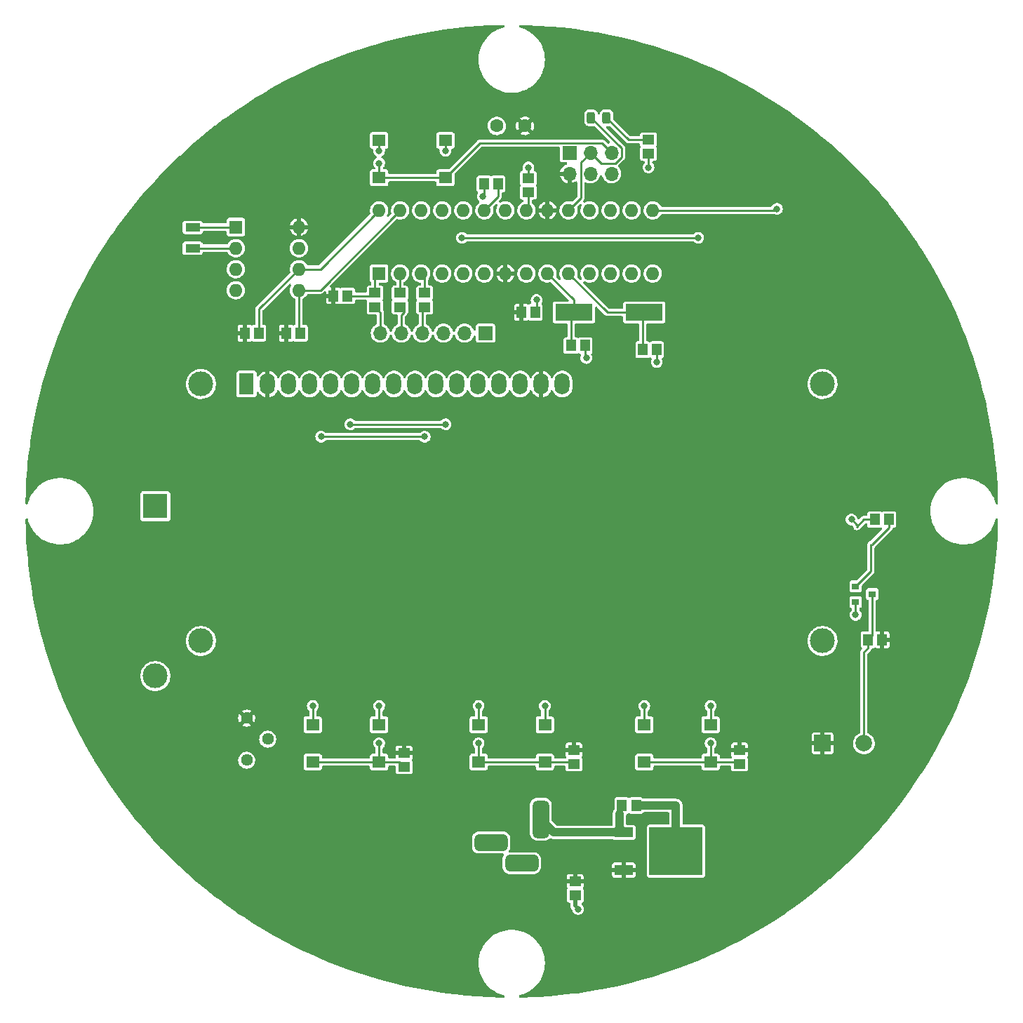
<source format=gbr>
%TF.GenerationSoftware,KiCad,Pcbnew,(6.0.5)*%
%TF.CreationDate,2022-07-26T12:17:50-04:00*%
%TF.ProjectId,Clock_design,436c6f63-6b5f-4646-9573-69676e2e6b69,rev?*%
%TF.SameCoordinates,PX56c8cc0PY97a25c0*%
%TF.FileFunction,Copper,L1,Top*%
%TF.FilePolarity,Positive*%
%FSLAX46Y46*%
G04 Gerber Fmt 4.6, Leading zero omitted, Abs format (unit mm)*
G04 Created by KiCad (PCBNEW (6.0.5)) date 2022-07-26 12:17:50*
%MOMM*%
%LPD*%
G01*
G04 APERTURE LIST*
G04 Aperture macros list*
%AMRoundRect*
0 Rectangle with rounded corners*
0 $1 Rounding radius*
0 $2 $3 $4 $5 $6 $7 $8 $9 X,Y pos of 4 corners*
0 Add a 4 corners polygon primitive as box body*
4,1,4,$2,$3,$4,$5,$6,$7,$8,$9,$2,$3,0*
0 Add four circle primitives for the rounded corners*
1,1,$1+$1,$2,$3*
1,1,$1+$1,$4,$5*
1,1,$1+$1,$6,$7*
1,1,$1+$1,$8,$9*
0 Add four rect primitives between the rounded corners*
20,1,$1+$1,$2,$3,$4,$5,0*
20,1,$1+$1,$4,$5,$6,$7,0*
20,1,$1+$1,$6,$7,$8,$9,0*
20,1,$1+$1,$8,$9,$2,$3,0*%
G04 Aperture macros list end*
%TA.AperFunction,SMDPad,CuDef*%
%ADD10R,1.600000X1.400000*%
%TD*%
%TA.AperFunction,SMDPad,CuDef*%
%ADD11R,1.150000X1.400000*%
%TD*%
%TA.AperFunction,SMDPad,CuDef*%
%ADD12R,1.400000X1.150000*%
%TD*%
%TA.AperFunction,SMDPad,CuDef*%
%ADD13R,0.900000X0.800000*%
%TD*%
%TA.AperFunction,ComponentPad*%
%ADD14R,1.600000X1.600000*%
%TD*%
%TA.AperFunction,ComponentPad*%
%ADD15O,1.600000X1.600000*%
%TD*%
%TA.AperFunction,SMDPad,CuDef*%
%ADD16R,2.200000X1.200000*%
%TD*%
%TA.AperFunction,SMDPad,CuDef*%
%ADD17R,6.400000X5.800000*%
%TD*%
%TA.AperFunction,SMDPad,CuDef*%
%ADD18RoundRect,0.243750X0.243750X0.456250X-0.243750X0.456250X-0.243750X-0.456250X0.243750X-0.456250X0*%
%TD*%
%TA.AperFunction,ComponentPad*%
%ADD19C,1.600000*%
%TD*%
%TA.AperFunction,ComponentPad*%
%ADD20C,1.440000*%
%TD*%
%TA.AperFunction,ComponentPad*%
%ADD21R,2.000000X2.000000*%
%TD*%
%TA.AperFunction,ComponentPad*%
%ADD22C,2.000000*%
%TD*%
%TA.AperFunction,ComponentPad*%
%ADD23C,3.000000*%
%TD*%
%TA.AperFunction,ComponentPad*%
%ADD24R,1.800000X2.600000*%
%TD*%
%TA.AperFunction,ComponentPad*%
%ADD25O,1.800000X2.600000*%
%TD*%
%TA.AperFunction,SMDPad,CuDef*%
%ADD26R,4.500000X2.000000*%
%TD*%
%TA.AperFunction,SMDPad,CuDef*%
%ADD27R,1.800000X1.000000*%
%TD*%
%TA.AperFunction,ComponentPad*%
%ADD28RoundRect,0.500000X0.500000X-1.750000X0.500000X1.750000X-0.500000X1.750000X-0.500000X-1.750000X0*%
%TD*%
%TA.AperFunction,ComponentPad*%
%ADD29RoundRect,0.500000X1.500000X0.500000X-1.500000X0.500000X-1.500000X-0.500000X1.500000X-0.500000X0*%
%TD*%
%TA.AperFunction,ComponentPad*%
%ADD30R,1.700000X1.700000*%
%TD*%
%TA.AperFunction,ComponentPad*%
%ADD31O,1.700000X1.700000*%
%TD*%
%TA.AperFunction,ComponentPad*%
%ADD32R,3.000000X3.000000*%
%TD*%
%TA.AperFunction,ViaPad*%
%ADD33C,0.800000*%
%TD*%
%TA.AperFunction,Conductor*%
%ADD34C,0.250000*%
%TD*%
%TA.AperFunction,Conductor*%
%ADD35C,1.000000*%
%TD*%
%TA.AperFunction,Conductor*%
%ADD36C,0.500000*%
%TD*%
G04 APERTURE END LIST*
D10*
%TO.P,SW4,1,A*%
%TO.N,GND*%
X43000000Y103750000D03*
%TO.P,SW4,2,A*%
X51000000Y103750000D03*
%TO.P,SW4,3,B*%
%TO.N,RESET*%
X43000000Y99250000D03*
%TO.P,SW4,4,B*%
X51000000Y99250000D03*
%TD*%
%TO.P,SW1,1,A*%
%TO.N,GND*%
X55000000Y33250000D03*
%TO.P,SW1,2,A*%
X63000000Y33250000D03*
%TO.P,SW1,3,B*%
%TO.N,BUTTON_DWN*%
X55000000Y28750000D03*
%TO.P,SW1,4,B*%
X63000000Y28750000D03*
%TD*%
D11*
%TO.P,R3,1*%
%TO.N,VCC*%
X31800000Y80500000D03*
%TO.P,R3,2*%
%TO.N,SDA*%
X33500000Y80500000D03*
%TD*%
D12*
%TO.P,R13,1*%
%TO.N,GND*%
X75500000Y102150000D03*
%TO.P,R13,2*%
%TO.N,Net-(D1-Pad1)*%
X75500000Y103850000D03*
%TD*%
D13*
%TO.P,Q1,1,B*%
%TO.N,Net-(Q1-Pad1)*%
X100500000Y49950000D03*
%TO.P,Q1,2,E*%
%TO.N,GND*%
X100500000Y48050000D03*
%TO.P,Q1,3,C*%
%TO.N,Net-(BZ1-Pad2)*%
X102500000Y49000000D03*
%TD*%
D11*
%TO.P,C5,1*%
%TO.N,Net-(C5-Pad1)*%
X72300000Y23500000D03*
%TO.P,C5,2*%
%TO.N,GND*%
X74000000Y23500000D03*
%TD*%
D14*
%TO.P,U2,1,X1*%
%TO.N,Net-(U2-Pad1)*%
X25700000Y93300000D03*
D15*
%TO.P,U2,2,X2*%
%TO.N,Net-(U2-Pad2)*%
X25700000Y90760000D03*
%TO.P,U2,3,VBAT*%
%TO.N,Net-(BT1-Pad1)*%
X25700000Y88220000D03*
%TO.P,U2,4,GND*%
%TO.N,GND*%
X25700000Y85680000D03*
%TO.P,U2,5,SDA*%
%TO.N,SDA*%
X33320000Y85680000D03*
%TO.P,U2,6,SCL*%
%TO.N,SCL*%
X33320000Y88220000D03*
%TO.P,U2,7,SQW/OUT*%
%TO.N,unconnected-(U2-Pad7)*%
X33320000Y90760000D03*
%TO.P,U2,8,VCC*%
%TO.N,VCC*%
X33320000Y93300000D03*
%TD*%
D12*
%TO.P,R9,1*%
%TO.N,VCC*%
X86500000Y30200000D03*
%TO.P,R9,2*%
%TO.N,BUTTON_SEL*%
X86500000Y28500000D03*
%TD*%
D11*
%TO.P,R7,1*%
%TO.N,GND*%
X55650000Y98500000D03*
%TO.P,R7,2*%
%TO.N,LIGHT_SENSOR*%
X57350000Y98500000D03*
%TD*%
D16*
%TO.P,U3,1,IN*%
%TO.N,Net-(C5-Pad1)*%
X72525000Y20255000D03*
D17*
%TO.P,U3,2,GND*%
%TO.N,GND*%
X78825000Y17975000D03*
D16*
%TO.P,U3,3,OUT*%
%TO.N,VCC*%
X72525000Y15695000D03*
%TD*%
D18*
%TO.P,D1,1,K*%
%TO.N,Net-(D1-Pad1)*%
X70437500Y106500000D03*
%TO.P,D1,2,A*%
%TO.N,LED_SCK*%
X68562500Y106500000D03*
%TD*%
D19*
%TO.P,R6,1*%
%TO.N,VCC*%
X60600000Y105500000D03*
%TO.P,R6,2*%
%TO.N,LIGHT_SENSOR*%
X57200000Y105500000D03*
%TD*%
D12*
%TO.P,C6,1*%
%TO.N,VCC*%
X66650000Y14350000D03*
%TO.P,C6,2*%
%TO.N,GND*%
X66650000Y12650000D03*
%TD*%
D20*
%TO.P,RV1,1,1*%
%TO.N,GND*%
X27015000Y28960000D03*
%TO.P,RV1,2,2*%
%TO.N,Net-(DS1-Pad3)*%
X29555000Y31500000D03*
%TO.P,RV1,3,3*%
%TO.N,VCC*%
X27015000Y34040000D03*
%TD*%
D21*
%TO.P,BZ1,1,-*%
%TO.N,VCC*%
X96500000Y31000000D03*
D22*
%TO.P,BZ1,2,+*%
%TO.N,Net-(BZ1-Pad2)*%
X101500000Y31000000D03*
%TD*%
D12*
%TO.P,R12,1*%
%TO.N,RXD*%
X45500000Y85350000D03*
%TO.P,R12,2*%
%TO.N,Net-(J3-Pad5)*%
X45500000Y83650000D03*
%TD*%
%TO.P,R10,1*%
%TO.N,VCC*%
X46000000Y29850000D03*
%TO.P,R10,2*%
%TO.N,BUTTON_UP*%
X46000000Y28150000D03*
%TD*%
%TO.P,C1,1*%
%TO.N,Net-(C1-Pad1)*%
X61000000Y97500000D03*
%TO.P,C1,2*%
%TO.N,GND*%
X61000000Y99200000D03*
%TD*%
D11*
%TO.P,R1,1*%
%TO.N,VCC*%
X37500000Y85000000D03*
%TO.P,R1,2*%
%TO.N,RESET*%
X39200000Y85000000D03*
%TD*%
D12*
%TO.P,R11,1*%
%TO.N,TXD*%
X48500000Y85350000D03*
%TO.P,R11,2*%
%TO.N,Net-(J3-Pad4)*%
X48500000Y83650000D03*
%TD*%
D23*
%TO.P,DS1,*%
%TO.N,*%
X96500000Y74357500D03*
X96499480Y43356800D03*
X21500900Y43356800D03*
X21500900Y74357500D03*
D24*
%TO.P,DS1,1,VSS*%
%TO.N,GND*%
X27000000Y74357500D03*
D25*
%TO.P,DS1,2,VDD*%
%TO.N,VCC*%
X29540000Y74357500D03*
%TO.P,DS1,3,VO*%
%TO.N,Net-(DS1-Pad3)*%
X32080000Y74357500D03*
%TO.P,DS1,4,RS*%
%TO.N,RS*%
X34620000Y74357500D03*
%TO.P,DS1,5,R/W*%
%TO.N,GND*%
X37160000Y74357500D03*
%TO.P,DS1,6,E*%
%TO.N,E*%
X39700000Y74357500D03*
%TO.P,DS1,7,D0*%
%TO.N,unconnected-(DS1-Pad7)*%
X42240000Y74357500D03*
%TO.P,DS1,8,D1*%
%TO.N,unconnected-(DS1-Pad8)*%
X44780000Y74357500D03*
%TO.P,DS1,9,D2*%
%TO.N,unconnected-(DS1-Pad9)*%
X47320000Y74357500D03*
%TO.P,DS1,10,D3*%
%TO.N,unconnected-(DS1-Pad10)*%
X49860000Y74357500D03*
%TO.P,DS1,11,D4*%
%TO.N,D4*%
X52400000Y74357500D03*
%TO.P,DS1,12,D5*%
%TO.N,D5*%
X54940000Y74357500D03*
%TO.P,DS1,13,D6*%
%TO.N,D6*%
X57480000Y74357500D03*
%TO.P,DS1,14,D7*%
%TO.N,D7*%
X60020000Y74357500D03*
%TO.P,DS1,15,LED(+)*%
%TO.N,VCC*%
X62560000Y74357500D03*
%TO.P,DS1,16,LED(-)*%
%TO.N,GND*%
X65100000Y74357500D03*
%TD*%
D11*
%TO.P,R4,1*%
%TO.N,Net-(BZ1-Pad2)*%
X102000000Y43500000D03*
%TO.P,R4,2*%
%TO.N,VCC*%
X103700000Y43500000D03*
%TD*%
D10*
%TO.P,SW3,1,A*%
%TO.N,GND*%
X35000000Y33250000D03*
%TO.P,SW3,2,A*%
X43000000Y33250000D03*
%TO.P,SW3,3,B*%
%TO.N,BUTTON_UP*%
X35000000Y28750000D03*
%TO.P,SW3,4,B*%
X43000000Y28750000D03*
%TD*%
D11*
%TO.P,C4,1*%
%TO.N,Net-(C4-Pad1)*%
X74800000Y78500000D03*
%TO.P,C4,2*%
%TO.N,GND*%
X76500000Y78500000D03*
%TD*%
D10*
%TO.P,SW2,1,A*%
%TO.N,GND*%
X75000000Y33250000D03*
%TO.P,SW2,2,A*%
X83000000Y33250000D03*
%TO.P,SW2,3,B*%
%TO.N,BUTTON_SEL*%
X75000000Y28750000D03*
%TO.P,SW2,4,B*%
X83000000Y28750000D03*
%TD*%
D26*
%TO.P,Y1,1,1*%
%TO.N,Net-(C4-Pad1)*%
X75000000Y83000000D03*
%TO.P,Y1,2,2*%
%TO.N,Net-(C3-Pad1)*%
X66500000Y83000000D03*
%TD*%
D11*
%TO.P,C2,1*%
%TO.N,VCC*%
X60150000Y83000000D03*
%TO.P,C2,2*%
%TO.N,GND*%
X61850000Y83000000D03*
%TD*%
%TO.P,R2,1*%
%TO.N,VCC*%
X26800000Y80500000D03*
%TO.P,R2,2*%
%TO.N,SCL*%
X28500000Y80500000D03*
%TD*%
D27*
%TO.P,Y2,1,1*%
%TO.N,Net-(U2-Pad2)*%
X20500000Y90750000D03*
%TO.P,Y2,2,2*%
%TO.N,Net-(U2-Pad1)*%
X20500000Y93250000D03*
%TD*%
D11*
%TO.P,C3,1*%
%TO.N,Net-(C3-Pad1)*%
X66150000Y79000000D03*
%TO.P,C3,2*%
%TO.N,GND*%
X67850000Y79000000D03*
%TD*%
%TO.P,R5,1*%
%TO.N,BUZZER*%
X102800000Y58000000D03*
%TO.P,R5,2*%
%TO.N,Net-(Q1-Pad1)*%
X104500000Y58000000D03*
%TD*%
D12*
%TO.P,C7,1*%
%TO.N,RESET*%
X42500000Y85350000D03*
%TO.P,C7,2*%
%TO.N,Net-(C7-Pad2)*%
X42500000Y83650000D03*
%TD*%
%TO.P,R8,1*%
%TO.N,VCC*%
X66500000Y30200000D03*
%TO.P,R8,2*%
%TO.N,BUTTON_DWN*%
X66500000Y28500000D03*
%TD*%
D14*
%TO.P,U1,1,~{RESET}/PC6*%
%TO.N,RESET*%
X43000000Y87700000D03*
D15*
%TO.P,U1,2,RXD/PD0*%
%TO.N,RXD*%
X45540000Y87700000D03*
%TO.P,U1,3,TXD/PD1*%
%TO.N,TXD*%
X48080000Y87700000D03*
%TO.P,U1,4,INT0/PD2*%
%TO.N,RS*%
X50620000Y87700000D03*
%TO.P,U1,5,INT1/PD3*%
%TO.N,E*%
X53160000Y87700000D03*
%TO.P,U1,6,PD4*%
%TO.N,unconnected-(U1-Pad6)*%
X55700000Y87700000D03*
%TO.P,U1,7,VCC*%
%TO.N,VCC*%
X58240000Y87700000D03*
%TO.P,U1,8,GND*%
%TO.N,GND*%
X60780000Y87700000D03*
%TO.P,U1,9,XTAL1/PB6*%
%TO.N,Net-(C3-Pad1)*%
X63320000Y87700000D03*
%TO.P,U1,10,XTAL2/PB7*%
%TO.N,Net-(C4-Pad1)*%
X65860000Y87700000D03*
%TO.P,U1,11,OC0B/PD5*%
%TO.N,D4*%
X68400000Y87700000D03*
%TO.P,U1,12,OC0A/PD6*%
%TO.N,D5*%
X70940000Y87700000D03*
%TO.P,U1,13,PD7*%
%TO.N,D6*%
X73480000Y87700000D03*
%TO.P,U1,14,PB0*%
%TO.N,D7*%
X76020000Y87700000D03*
%TO.P,U1,15,OC1A/PB1*%
%TO.N,BUZZER*%
X76020000Y95320000D03*
%TO.P,U1,16,OC1B/PB2*%
%TO.N,unconnected-(U1-Pad16)*%
X73480000Y95320000D03*
%TO.P,U1,17,MOSI/PB3*%
%TO.N,MOSI*%
X70940000Y95320000D03*
%TO.P,U1,18,MISO/PB4*%
%TO.N,MISO*%
X68400000Y95320000D03*
%TO.P,U1,19,SCK/PB5*%
%TO.N,LED_SCK*%
X65860000Y95320000D03*
%TO.P,U1,20,AVCC*%
%TO.N,VCC*%
X63320000Y95320000D03*
%TO.P,U1,21,AREF*%
%TO.N,Net-(C1-Pad1)*%
X60780000Y95320000D03*
%TO.P,U1,22,GND*%
%TO.N,GND*%
X58240000Y95320000D03*
%TO.P,U1,23,ADC0/PC0*%
%TO.N,LIGHT_SENSOR*%
X55700000Y95320000D03*
%TO.P,U1,24,ADC1/PC1*%
%TO.N,BUTTON_SEL*%
X53160000Y95320000D03*
%TO.P,U1,25,ADC2/PC2*%
%TO.N,BUTTON_DWN*%
X50620000Y95320000D03*
%TO.P,U1,26,ADC3/PC3*%
%TO.N,BUTTON_UP*%
X48080000Y95320000D03*
%TO.P,U1,27,SDA/PC4*%
%TO.N,SDA*%
X45540000Y95320000D03*
%TO.P,U1,28,SCL/PC5*%
%TO.N,SCL*%
X43000000Y95320000D03*
%TD*%
D28*
%TO.P,J2,1,POLE*%
%TO.N,Net-(C5-Pad1)*%
X62500000Y21840000D03*
D29*
%TO.P,J2,2,OUT*%
%TO.N,GND*%
X60200000Y16540000D03*
%TO.P,J2,3,OUT*%
%TO.N,unconnected-(J2-Pad3)*%
X56500000Y19040000D03*
%TD*%
D30*
%TO.P,J1,1,Pin_1*%
%TO.N,MISO*%
X65975000Y102275000D03*
D31*
%TO.P,J1,2,Pin_2*%
%TO.N,VCC*%
X65975000Y99735000D03*
%TO.P,J1,3,Pin_3*%
%TO.N,LED_SCK*%
X68515000Y102275000D03*
%TO.P,J1,4,Pin_4*%
%TO.N,MOSI*%
X68515000Y99735000D03*
%TO.P,J1,5,Pin_5*%
%TO.N,RESET*%
X71055000Y102275000D03*
%TO.P,J1,6,Pin_6*%
%TO.N,GND*%
X71055000Y99735000D03*
%TD*%
D30*
%TO.P,J3,1,Pin_1*%
%TO.N,GND*%
X55850000Y80500000D03*
D31*
%TO.P,J3,2,Pin_2*%
X53310000Y80500000D03*
%TO.P,J3,3,Pin_3*%
%TO.N,unconnected-(J3-Pad3)*%
X50770000Y80500000D03*
%TO.P,J3,4,Pin_4*%
%TO.N,Net-(J3-Pad4)*%
X48230000Y80500000D03*
%TO.P,J3,5,Pin_5*%
%TO.N,Net-(J3-Pad5)*%
X45690000Y80500000D03*
%TO.P,J3,6,Pin_6*%
%TO.N,Net-(C7-Pad2)*%
X43150000Y80500000D03*
%TD*%
D32*
%TO.P,BT1,1,+*%
%TO.N,Net-(BT1-Pad1)*%
X16000017Y59613686D03*
D23*
%TO.P,BT1,2,-*%
%TO.N,GND*%
X16000017Y39123686D03*
%TD*%
D33*
%TO.N,GND*%
X55000000Y35500000D03*
X75500000Y100500000D03*
X67000000Y11000000D03*
X51000000Y102500000D03*
X75000000Y35500000D03*
X83000000Y35500000D03*
X76500000Y77000000D03*
X68000000Y77500000D03*
X75500000Y23500000D03*
X55500000Y97000000D03*
X43000000Y102500000D03*
X35000000Y35500000D03*
X61000000Y100500000D03*
X77500000Y23500000D03*
X100500000Y46500000D03*
X43000000Y35500000D03*
X63000000Y35500000D03*
X62000000Y84500000D03*
X78825000Y22325000D03*
%TO.N,RESET*%
X43000000Y101000000D03*
%TO.N,BUZZER*%
X91000000Y95500000D03*
X100000000Y58000000D03*
%TO.N,BUTTON_DWN*%
X55000000Y31000000D03*
%TO.N,BUTTON_SEL*%
X53000000Y92000000D03*
X81500000Y92000000D03*
X83000000Y31000000D03*
%TO.N,BUTTON_UP*%
X43000000Y31000000D03*
%TO.N,RS*%
X48500000Y68000000D03*
X36000000Y68000000D03*
%TO.N,E*%
X51000000Y69500000D03*
X39500000Y69500000D03*
%TD*%
D34*
%TO.N,GND*%
X51000000Y103750000D02*
X51000000Y102500000D01*
X43000000Y33250000D02*
X43000000Y35500000D01*
X55650000Y98500000D02*
X55650000Y97150000D01*
X63000000Y33250000D02*
X63000000Y35500000D01*
X75000000Y33250000D02*
X75000000Y35500000D01*
X76500000Y78500000D02*
X76500000Y77000000D01*
X35000000Y33250000D02*
X35000000Y35500000D01*
X75500000Y102150000D02*
X75500000Y100500000D01*
X55000000Y33250000D02*
X55000000Y35500000D01*
D35*
X78825000Y23500000D02*
X78825000Y22325000D01*
D34*
X83000000Y33250000D02*
X83000000Y35500000D01*
X43000000Y103750000D02*
X43000000Y102500000D01*
X61000000Y99200000D02*
X61000000Y100500000D01*
X55650000Y97150000D02*
X55500000Y97000000D01*
D35*
X75500000Y23500000D02*
X77500000Y23500000D01*
D34*
X62000000Y84500000D02*
X62000000Y83150000D01*
X67850000Y77650000D02*
X68000000Y77500000D01*
X67850000Y79000000D02*
X67850000Y77650000D01*
X100500000Y48050000D02*
X100500000Y46500000D01*
X66650000Y11350000D02*
X67000000Y11000000D01*
D35*
X78825000Y22325000D02*
X78825000Y18675000D01*
X74000000Y23500000D02*
X75500000Y23500000D01*
D36*
X66650000Y12650000D02*
X66650000Y11350000D01*
D35*
X77500000Y23500000D02*
X78825000Y23500000D01*
D34*
%TO.N,Net-(BZ1-Pad2)*%
X101500000Y31000000D02*
X101500000Y42000000D01*
X102000000Y42500000D02*
X102000000Y43500000D01*
X102500000Y44000000D02*
X102000000Y43500000D01*
X102500000Y49000000D02*
X102500000Y44000000D01*
X101500000Y42000000D02*
X102000000Y42500000D01*
%TO.N,Net-(C1-Pad1)*%
X61000000Y97500000D02*
X61000000Y95540000D01*
%TO.N,Net-(C3-Pad1)*%
X66500000Y83000000D02*
X66500000Y84520000D01*
X66150000Y79000000D02*
X66150000Y82650000D01*
X66500000Y84520000D02*
X63320000Y87700000D01*
%TO.N,Net-(C4-Pad1)*%
X75000000Y83000000D02*
X70560000Y83000000D01*
X74800000Y78500000D02*
X74800000Y82800000D01*
X70560000Y83000000D02*
X65860000Y87700000D01*
D35*
%TO.N,Net-(C5-Pad1)*%
X64085000Y20255000D02*
X62500000Y21840000D01*
D34*
X72000000Y23200000D02*
X72000000Y22500000D01*
D35*
X72525000Y20255000D02*
X64085000Y20255000D01*
X72525000Y20255000D02*
X72000000Y20780000D01*
X72000000Y20780000D02*
X72000000Y22500000D01*
D34*
%TO.N,RESET*%
X69880489Y103449511D02*
X71055000Y102275000D01*
X43000000Y101000000D02*
X43000000Y99250000D01*
X55199511Y103449511D02*
X69880489Y103449511D01*
X51000000Y99250000D02*
X55199511Y103449511D01*
X43000000Y99250000D02*
X51000000Y99250000D01*
X42500000Y85350000D02*
X42500000Y87200000D01*
X39200000Y85000000D02*
X42150000Y85000000D01*
%TO.N,Net-(C7-Pad2)*%
X43150000Y83000000D02*
X42500000Y83650000D01*
X43150000Y80500000D02*
X43150000Y83000000D01*
%TO.N,LED_SCK*%
X67340489Y101100489D02*
X67340489Y96800489D01*
X72229511Y102832989D02*
X72229511Y101729511D01*
X68562500Y106500000D02*
X72229511Y102832989D01*
X68515000Y102275000D02*
X67340489Y101100489D01*
X71500000Y101000000D02*
X69790000Y101000000D01*
X72229511Y101729511D02*
X71500000Y101000000D01*
X67340489Y96800489D02*
X65860000Y95320000D01*
X69790000Y101000000D02*
X68515000Y102275000D01*
%TO.N,Net-(J3-Pad5)*%
X45690000Y82690000D02*
X46000000Y83000000D01*
X45690000Y80500000D02*
X45690000Y82690000D01*
X46000000Y83150000D02*
X45500000Y83650000D01*
X46000000Y83000000D02*
X46000000Y83150000D01*
%TO.N,Net-(J3-Pad4)*%
X48230000Y80500000D02*
X48230000Y83380000D01*
%TO.N,SDA*%
X33320000Y85680000D02*
X35900000Y85680000D01*
X35900000Y85680000D02*
X45540000Y95320000D01*
X33320000Y85680000D02*
X33320000Y80680000D01*
%TO.N,BUZZER*%
X101500000Y58000000D02*
X100650000Y57150000D01*
X102800000Y58000000D02*
X101500000Y58000000D01*
X76020000Y95320000D02*
X90820000Y95320000D01*
X90820000Y95320000D02*
X91000000Y95500000D01*
X100000000Y58000000D02*
X100650000Y57350000D01*
%TO.N,LIGHT_SENSOR*%
X57350000Y98500000D02*
X57350000Y96970000D01*
X57350000Y96970000D02*
X55700000Y95320000D01*
%TO.N,BUTTON_DWN*%
X55000000Y28750000D02*
X63000000Y28750000D01*
X63000000Y28750000D02*
X66250000Y28750000D01*
X55000000Y31000000D02*
X55000000Y28750000D01*
%TO.N,BUTTON_SEL*%
X75000000Y28750000D02*
X83000000Y28750000D01*
X83000000Y31000000D02*
X83000000Y28750000D01*
X81500000Y92000000D02*
X53000000Y92000000D01*
X83000000Y28750000D02*
X86250000Y28750000D01*
%TO.N,BUTTON_UP*%
X43000000Y28750000D02*
X45400000Y28750000D01*
X43000000Y31000000D02*
X43000000Y28750000D01*
X35000000Y28750000D02*
X43000000Y28750000D01*
X45400000Y28750000D02*
X46000000Y28150000D01*
%TO.N,RXD*%
X45500000Y85350000D02*
X45500000Y87660000D01*
%TO.N,TXD*%
X48500000Y85350000D02*
X48500000Y87280000D01*
%TO.N,Net-(Q1-Pad1)*%
X102350000Y51800000D02*
X102350000Y55000000D01*
X100500000Y49950000D02*
X102350000Y51800000D01*
X104500000Y57000000D02*
X102500000Y55000000D01*
X104500000Y58000000D02*
X104500000Y57000000D01*
%TO.N,RS*%
X48500000Y68000000D02*
X36000000Y68000000D01*
%TO.N,E*%
X51000000Y69500000D02*
X39500000Y69500000D01*
%TO.N,SCL*%
X28500000Y83400000D02*
X28500000Y80500000D01*
X33320000Y88220000D02*
X35900000Y88220000D01*
X33320000Y88220000D02*
X28500000Y83400000D01*
X35900000Y88220000D02*
X43000000Y95320000D01*
%TO.N,Net-(U2-Pad1)*%
X25700000Y93300000D02*
X20550000Y93300000D01*
%TO.N,Net-(U2-Pad2)*%
X25700000Y90760000D02*
X20510000Y90760000D01*
%TO.N,Net-(D1-Pad1)*%
X70437500Y106500000D02*
X73087500Y103850000D01*
X73087500Y103850000D02*
X75500000Y103850000D01*
%TD*%
%TA.AperFunction,Conductor*%
%TO.N,VCC*%
G36*
X58082475Y117666034D02*
G01*
X58138179Y117610907D01*
X58158857Y117535313D01*
X58138968Y117459509D01*
X58083841Y117403805D01*
X58037642Y117386164D01*
X58028040Y117384211D01*
X58007721Y117380077D01*
X58007717Y117380076D01*
X58003962Y117379312D01*
X57617032Y117258797D01*
X57244262Y117099797D01*
X57240898Y117097940D01*
X56892826Y116905794D01*
X56892822Y116905791D01*
X56889468Y116903940D01*
X56556283Y116673232D01*
X56248118Y116410034D01*
X56245465Y116407258D01*
X56245461Y116407254D01*
X56037773Y116189921D01*
X55968128Y116117042D01*
X55965782Y116114029D01*
X55965779Y116114025D01*
X55931068Y116069436D01*
X55719181Y115797255D01*
X55503824Y115453947D01*
X55502127Y115450513D01*
X55502124Y115450508D01*
X55497786Y115441731D01*
X55324263Y115090633D01*
X55322921Y115087043D01*
X55322919Y115087039D01*
X55183681Y114714629D01*
X55182337Y114711034D01*
X55079498Y114319036D01*
X55016800Y113918651D01*
X55016592Y113914820D01*
X55016592Y113914815D01*
X55009170Y113777770D01*
X54994883Y113513981D01*
X55013974Y113109167D01*
X55014538Y113105393D01*
X55014539Y113105383D01*
X55073309Y112712147D01*
X55073876Y112708354D01*
X55074821Y112704645D01*
X55074823Y112704637D01*
X55085290Y112663573D01*
X55173975Y112315648D01*
X55175293Y112312047D01*
X55311933Y111938659D01*
X55311937Y111938650D01*
X55313248Y111935067D01*
X55314917Y111931631D01*
X55314919Y111931625D01*
X55395089Y111766522D01*
X55490268Y111570509D01*
X55703223Y111225706D01*
X55705553Y111222670D01*
X55705554Y111222668D01*
X55729618Y111191307D01*
X55949932Y110904188D01*
X55952556Y110901403D01*
X55952559Y110901400D01*
X56088900Y110756719D01*
X56227869Y110609249D01*
X56534189Y110343906D01*
X56865755Y110110877D01*
X57219173Y109912548D01*
X57590825Y109750950D01*
X57976904Y109627736D01*
X58373458Y109544169D01*
X58377256Y109543763D01*
X58377263Y109543762D01*
X58657598Y109513803D01*
X58776427Y109501104D01*
X59000173Y109499932D01*
X59177857Y109499002D01*
X59177858Y109499002D01*
X59181685Y109498982D01*
X59321355Y109512431D01*
X59581262Y109537457D01*
X59581264Y109537457D01*
X59585083Y109537825D01*
X59588839Y109538576D01*
X59588849Y109538577D01*
X59978739Y109616485D01*
X59978744Y109616486D01*
X59982491Y109617235D01*
X60175919Y109676741D01*
X60366170Y109735270D01*
X60366175Y109735272D01*
X60369839Y109736399D01*
X60743162Y109894096D01*
X60746516Y109895932D01*
X61095284Y110086878D01*
X61095288Y110086881D01*
X61098637Y110088714D01*
X61134095Y110113083D01*
X61429467Y110316086D01*
X61432626Y110318257D01*
X61435547Y110320734D01*
X61435552Y110320738D01*
X61738788Y110577902D01*
X61741708Y110580378D01*
X62022718Y110872391D01*
X62134202Y111014571D01*
X62270422Y111188298D01*
X62270425Y111188303D01*
X62272781Y111191307D01*
X62340348Y111298187D01*
X62487284Y111530617D01*
X62487290Y111530628D01*
X62489334Y111533861D01*
X62554777Y111665118D01*
X62668448Y111893108D01*
X62668449Y111893110D01*
X62670162Y111896546D01*
X62813412Y112275647D01*
X62917619Y112667284D01*
X62923602Y112704637D01*
X62981108Y113063655D01*
X62981109Y113063662D01*
X62981715Y113067447D01*
X62983484Y113098116D01*
X63004926Y113470010D01*
X63005043Y113472039D01*
X63005141Y113500000D01*
X62984638Y113904745D01*
X62923337Y114305345D01*
X62821867Y114697701D01*
X62681267Y115077793D01*
X62502975Y115441731D01*
X62368456Y115657844D01*
X62290839Y115782542D01*
X62290834Y115782549D01*
X62288818Y115785788D01*
X62279956Y115797255D01*
X62043333Y116103409D01*
X62040989Y116106442D01*
X61961771Y116189921D01*
X61867417Y116289349D01*
X61762024Y116400410D01*
X61454779Y116664682D01*
X61122401Y116896552D01*
X60768293Y117093646D01*
X60758323Y117097940D01*
X60507274Y117206059D01*
X60396080Y117253947D01*
X60392431Y117255098D01*
X60392427Y117255099D01*
X60013234Y117374658D01*
X60013228Y117374659D01*
X60009573Y117375812D01*
X60005818Y117376590D01*
X60005805Y117376593D01*
X59979398Y117382061D01*
X59909384Y117417274D01*
X59866356Y117482776D01*
X59861845Y117561016D01*
X59897058Y117631030D01*
X59962560Y117674058D01*
X60013005Y117681687D01*
X60259053Y117676963D01*
X60841814Y117665773D01*
X60845458Y117665659D01*
X62274609Y117603260D01*
X62278284Y117603054D01*
X63705405Y117505763D01*
X63709037Y117505471D01*
X65133464Y117373331D01*
X65137091Y117372950D01*
X66557792Y117206056D01*
X66561409Y117205586D01*
X67977660Y117004024D01*
X67981251Y117003468D01*
X69184244Y116802156D01*
X69392107Y116767372D01*
X69395748Y116766717D01*
X70800395Y116496224D01*
X70804019Y116495480D01*
X72201626Y116190753D01*
X72205230Y116189921D01*
X73179153Y115952504D01*
X73594996Y115851132D01*
X73598552Y115850219D01*
X74979667Y115477566D01*
X74983181Y115476570D01*
X76341621Y115074183D01*
X76354723Y115070302D01*
X76358249Y115069211D01*
X76607379Y114988744D01*
X77719464Y114629549D01*
X77722970Y114628369D01*
X79073018Y114155589D01*
X79076494Y114154324D01*
X79736988Y113904745D01*
X80414645Y113648680D01*
X80418026Y113647355D01*
X81387503Y113253691D01*
X81743367Y113109189D01*
X81746778Y113107756D01*
X83058635Y112537345D01*
X83062001Y112535832D01*
X83614511Y112279365D01*
X84359454Y111933574D01*
X84362790Y111931976D01*
X85645165Y111298187D01*
X85648461Y111296508D01*
X86915000Y110631559D01*
X86918254Y110629799D01*
X88168110Y109934139D01*
X88171320Y109932301D01*
X89403852Y109206284D01*
X89407017Y109204367D01*
X90621427Y108448464D01*
X90624535Y108446476D01*
X91820113Y107661128D01*
X91823142Y107659086D01*
X92459112Y107218719D01*
X92999224Y106844727D01*
X93002239Y106842584D01*
X94158019Y105999775D01*
X94160981Y105997559D01*
X94299695Y105891120D01*
X95295852Y105126742D01*
X95298693Y105124507D01*
X96037527Y104528343D01*
X96411977Y104226200D01*
X96414827Y104223842D01*
X97505776Y103298649D01*
X97508568Y103296222D01*
X98161204Y102714745D01*
X98413370Y102490074D01*
X98576580Y102344659D01*
X98579303Y102342173D01*
X99321145Y101647970D01*
X99623797Y101364753D01*
X99626467Y101362192D01*
X100646738Y100359575D01*
X100649344Y100356950D01*
X101644793Y99329725D01*
X101647335Y99327037D01*
X101698142Y99271978D01*
X102609042Y98284847D01*
X102617413Y98275775D01*
X102619874Y98273042D01*
X103414249Y97368823D01*
X103563973Y97198396D01*
X103566379Y97195590D01*
X104402551Y96195539D01*
X104483937Y96098202D01*
X104486261Y96095353D01*
X105374054Y94979246D01*
X105376766Y94975836D01*
X105379016Y94972935D01*
X105622168Y94651431D01*
X106241895Y93832004D01*
X106244090Y93829026D01*
X107078796Y92667409D01*
X107080918Y92664379D01*
X107425652Y92159018D01*
X107867265Y91511639D01*
X107887020Y91482679D01*
X107889055Y91479616D01*
X108097247Y91157801D01*
X108666043Y90278575D01*
X108668015Y90275444D01*
X109415424Y89055783D01*
X109417318Y89052606D01*
X109585920Y88761753D01*
X110123771Y87833913D01*
X110134707Y87815047D01*
X110136511Y87811845D01*
X110448243Y87242455D01*
X110823448Y86557129D01*
X110825185Y86553863D01*
X111481275Y85282712D01*
X111482931Y85279404D01*
X111638467Y84959090D01*
X112106493Y83995230D01*
X112107744Y83992653D01*
X112109304Y83989338D01*
X112527962Y83070677D01*
X112702515Y82687655D01*
X112704008Y82684270D01*
X113265236Y81368490D01*
X113266617Y81365141D01*
X113598812Y80530372D01*
X113795551Y80035987D01*
X113796876Y80032533D01*
X113897431Y79760699D01*
X114293152Y78690927D01*
X114294365Y78687519D01*
X114734303Y77402567D01*
X114757718Y77334178D01*
X114758865Y77330692D01*
X114943294Y76745758D01*
X115189029Y75966385D01*
X115190097Y75962848D01*
X115586793Y74588461D01*
X115587757Y74584962D01*
X115808449Y73743731D01*
X115950746Y73201328D01*
X115951641Y73197739D01*
X115959181Y73165843D01*
X116249398Y71938141D01*
X116280718Y71805647D01*
X116281520Y71802060D01*
X116407317Y71205109D01*
X116576484Y70402354D01*
X116577203Y70398725D01*
X116837888Y68992190D01*
X116838517Y68988545D01*
X117064746Y67576154D01*
X117065287Y67572494D01*
X117256950Y66154923D01*
X117257401Y66151252D01*
X117414371Y64729437D01*
X117414732Y64725755D01*
X117467199Y64113760D01*
X117536916Y63300541D01*
X117537185Y63296879D01*
X117606300Y62166866D01*
X117624516Y61869040D01*
X117624696Y61865345D01*
X117677110Y60435913D01*
X117677201Y60432215D01*
X117682543Y59994978D01*
X117663185Y59919035D01*
X117608450Y59862946D01*
X117533004Y59841739D01*
X117457061Y59861097D01*
X117400972Y59915832D01*
X117384576Y59955221D01*
X117375531Y59990198D01*
X117321867Y60197701D01*
X117181267Y60577793D01*
X117002975Y60941731D01*
X116858508Y61173827D01*
X116790839Y61282542D01*
X116790834Y61282549D01*
X116788818Y61285788D01*
X116786214Y61289158D01*
X116543333Y61603409D01*
X116540989Y61606442D01*
X116262024Y61900410D01*
X115954779Y62164682D01*
X115622401Y62396552D01*
X115268293Y62593646D01*
X115258323Y62597940D01*
X115055079Y62685471D01*
X114896080Y62753947D01*
X114892431Y62755098D01*
X114892427Y62755099D01*
X114513234Y62874658D01*
X114513228Y62874659D01*
X114509573Y62875812D01*
X114505819Y62876589D01*
X114505809Y62876592D01*
X114116484Y62957217D01*
X114116476Y62957218D01*
X114112730Y62957994D01*
X114108925Y62958387D01*
X114108920Y62958388D01*
X113713416Y62999259D01*
X113709613Y62999652D01*
X113705799Y62999659D01*
X113705792Y62999659D01*
X113501109Y63000016D01*
X113304350Y63000359D01*
X113300535Y62999978D01*
X113300531Y62999978D01*
X113145612Y62984515D01*
X112901090Y62960109D01*
X112870233Y62953831D01*
X112507715Y62880076D01*
X112507707Y62880074D01*
X112503962Y62879312D01*
X112117032Y62758797D01*
X111744262Y62599797D01*
X111740898Y62597940D01*
X111392826Y62405794D01*
X111392822Y62405791D01*
X111389468Y62403940D01*
X111056283Y62173232D01*
X110748118Y61910034D01*
X110745465Y61907258D01*
X110745461Y61907254D01*
X110707207Y61867223D01*
X110468128Y61617042D01*
X110465782Y61614029D01*
X110465779Y61614025D01*
X110279957Y61375325D01*
X110219181Y61297255D01*
X110003824Y60953947D01*
X110002127Y60950513D01*
X110002124Y60950508D01*
X109997786Y60941731D01*
X109824263Y60590633D01*
X109822921Y60587043D01*
X109822919Y60587039D01*
X109765715Y60434039D01*
X109682337Y60211034D01*
X109579498Y59819036D01*
X109516800Y59418651D01*
X109516592Y59414820D01*
X109516592Y59414815D01*
X109509170Y59277770D01*
X109494883Y59013981D01*
X109513974Y58609167D01*
X109514538Y58605393D01*
X109514539Y58605383D01*
X109565985Y58261155D01*
X109573876Y58208354D01*
X109574821Y58204645D01*
X109574823Y58204637D01*
X109664697Y57852047D01*
X109673975Y57815648D01*
X109675965Y57810211D01*
X109811933Y57438659D01*
X109811937Y57438650D01*
X109813248Y57435067D01*
X109814917Y57431631D01*
X109814919Y57431625D01*
X109860821Y57337095D01*
X109990268Y57070509D01*
X110109788Y56876990D01*
X110200409Y56730263D01*
X110203223Y56725706D01*
X110205553Y56722670D01*
X110205554Y56722668D01*
X110229618Y56691307D01*
X110449932Y56404188D01*
X110452556Y56401403D01*
X110452559Y56401400D01*
X110588900Y56256719D01*
X110727869Y56109249D01*
X111034189Y55843906D01*
X111365755Y55610877D01*
X111719173Y55412548D01*
X112090825Y55250950D01*
X112476904Y55127736D01*
X112873458Y55044169D01*
X112877256Y55043763D01*
X112877263Y55043762D01*
X113157598Y55013803D01*
X113276427Y55001104D01*
X113500173Y54999932D01*
X113677857Y54999002D01*
X113677858Y54999002D01*
X113681685Y54998982D01*
X113821355Y55012431D01*
X114081262Y55037457D01*
X114081264Y55037457D01*
X114085083Y55037825D01*
X114088839Y55038576D01*
X114088849Y55038577D01*
X114478739Y55116485D01*
X114478744Y55116486D01*
X114482491Y55117235D01*
X114753977Y55200755D01*
X114866170Y55235270D01*
X114866175Y55235272D01*
X114869839Y55236399D01*
X115111124Y55338321D01*
X115239642Y55392609D01*
X115239644Y55392610D01*
X115243162Y55394096D01*
X115246516Y55395932D01*
X115595284Y55586878D01*
X115595288Y55586881D01*
X115598637Y55588714D01*
X115634095Y55613083D01*
X115929467Y55816086D01*
X115932626Y55818257D01*
X115935547Y55820734D01*
X115935552Y55820738D01*
X116238788Y56077902D01*
X116241708Y56080378D01*
X116522718Y56372391D01*
X116550035Y56407230D01*
X116770422Y56688298D01*
X116770425Y56688303D01*
X116772781Y56691307D01*
X116843316Y56802883D01*
X116987284Y57030617D01*
X116987290Y57030628D01*
X116989334Y57033861D01*
X116994255Y57043730D01*
X117168448Y57393108D01*
X117168449Y57393110D01*
X117170162Y57396546D01*
X117313412Y57775647D01*
X117373108Y58000000D01*
X117384166Y58041557D01*
X117423233Y58109496D01*
X117491035Y58148800D01*
X117569405Y58148936D01*
X117637344Y58109869D01*
X117676648Y58042067D01*
X117681856Y58000252D01*
X117678271Y57772048D01*
X117671845Y57363010D01*
X117671742Y57359312D01*
X117656394Y56977177D01*
X117620276Y56077902D01*
X117614335Y55929989D01*
X117614143Y55926329D01*
X117533014Y54671764D01*
X117521834Y54498881D01*
X117521553Y54495221D01*
X117480662Y54037042D01*
X117394389Y53070365D01*
X117394018Y53066711D01*
X117234430Y51666028D01*
X117232083Y51645426D01*
X117231622Y51641780D01*
X117164191Y51155834D01*
X117035014Y50224909D01*
X117034461Y50221251D01*
X116803297Y48809612D01*
X116802655Y48805969D01*
X116599701Y47731863D01*
X116550993Y47474081D01*
X116537060Y47400345D01*
X116536330Y47396727D01*
X116240991Y46019093D01*
X116236493Y45998114D01*
X116235677Y45994520D01*
X116140244Y45597014D01*
X115901730Y44603532D01*
X115900822Y44599946D01*
X115795699Y44204865D01*
X115535262Y43226067D01*
X115533022Y43217650D01*
X115532034Y43214107D01*
X115137852Y41866108D01*
X115130537Y41841094D01*
X115129466Y41837592D01*
X114713376Y40533810D01*
X114694551Y40474822D01*
X114693387Y40471323D01*
X114225407Y39119878D01*
X114225318Y39119622D01*
X114224076Y39116174D01*
X113744110Y37832444D01*
X113723111Y37776279D01*
X113721773Y37772830D01*
X113188250Y36445651D01*
X113186829Y36442235D01*
X112621000Y35128394D01*
X112619495Y35125015D01*
X112021765Y33825458D01*
X112020178Y33822116D01*
X111390870Y32537538D01*
X111389202Y32534236D01*
X110728696Y31265416D01*
X110726948Y31262156D01*
X110463169Y30784321D01*
X110098616Y30123933D01*
X110035637Y30009847D01*
X110033843Y30006689D01*
X109312098Y28771569D01*
X109310212Y28768431D01*
X108558556Y27551397D01*
X108556574Y27548273D01*
X108453161Y27389637D01*
X107775392Y26349942D01*
X107773334Y26346868D01*
X106963113Y25167989D01*
X106960980Y25164966D01*
X106122229Y24006277D01*
X106120024Y24003307D01*
X105253165Y22865391D01*
X105250890Y22862480D01*
X104898204Y22422256D01*
X104356513Y21746116D01*
X104354165Y21743258D01*
X104295479Y21673566D01*
X103674138Y20935699D01*
X103432805Y20649107D01*
X103430388Y20646306D01*
X102482519Y19574936D01*
X102480034Y19572196D01*
X101506313Y18524347D01*
X101503767Y18521674D01*
X101217744Y18228575D01*
X100504712Y17497904D01*
X100502096Y17495288D01*
X100478069Y17471841D01*
X99576492Y16592028D01*
X99478332Y16496238D01*
X99475659Y16493693D01*
X99461006Y16480076D01*
X98427804Y15519966D01*
X98425064Y15517481D01*
X97741044Y14912311D01*
X97392563Y14604000D01*
X97353694Y14569612D01*
X97350908Y14567208D01*
X96767659Y14076067D01*
X96256742Y13645835D01*
X96253884Y13643487D01*
X95137524Y12749113D01*
X95134609Y12746835D01*
X93996693Y11879976D01*
X93993723Y11877771D01*
X92835034Y11039020D01*
X92832011Y11036887D01*
X92078616Y10519093D01*
X91802735Y10329485D01*
X91653132Y10226666D01*
X91650068Y10224615D01*
X90866883Y9714063D01*
X90451727Y9443426D01*
X90448603Y9441444D01*
X89231569Y8689788D01*
X89228431Y8687902D01*
X87993311Y7966157D01*
X87990176Y7964376D01*
X87447281Y7664682D01*
X86737844Y7273052D01*
X86734584Y7271304D01*
X85465764Y6610798D01*
X85462462Y6609130D01*
X84177884Y5979822D01*
X84174542Y5978235D01*
X82874985Y5380505D01*
X82871606Y5379000D01*
X81557765Y4813171D01*
X81554349Y4811750D01*
X80227170Y4278227D01*
X80223725Y4276890D01*
X78883826Y3775924D01*
X78880409Y3774693D01*
X77528688Y3306617D01*
X77525188Y3305452D01*
X76162408Y2870534D01*
X76158941Y2869474D01*
X74785893Y2467966D01*
X74782371Y2466984D01*
X73887830Y2228965D01*
X73400054Y2099178D01*
X73396468Y2098270D01*
X72987249Y2000025D01*
X72005480Y1764323D01*
X72001900Y1763510D01*
X71136116Y1577902D01*
X70603281Y1463672D01*
X70599663Y1462942D01*
X70275741Y1401736D01*
X69194031Y1197345D01*
X69190388Y1196703D01*
X67778749Y965539D01*
X67775091Y964986D01*
X66909262Y844842D01*
X66358220Y768378D01*
X66354598Y767920D01*
X64933289Y605982D01*
X64929661Y605614D01*
X63504779Y478447D01*
X63501149Y478168D01*
X62073671Y385857D01*
X62070045Y385667D01*
X61185894Y350156D01*
X60640688Y328258D01*
X60636990Y328155D01*
X60168396Y320794D01*
X60018697Y318442D01*
X59942688Y337534D01*
X59886408Y392073D01*
X59864938Y467445D01*
X59884030Y543454D01*
X59938569Y599734D01*
X59979069Y616551D01*
X59982491Y617235D01*
X59986151Y618361D01*
X59986155Y618362D01*
X60366170Y735270D01*
X60366175Y735272D01*
X60369839Y736399D01*
X60743162Y894096D01*
X60763338Y905142D01*
X61095284Y1086878D01*
X61095288Y1086881D01*
X61098637Y1088714D01*
X61134095Y1113083D01*
X61429467Y1316086D01*
X61432626Y1318257D01*
X61435547Y1320734D01*
X61435552Y1320738D01*
X61738788Y1577902D01*
X61741708Y1580378D01*
X62022718Y1872391D01*
X62122796Y2000025D01*
X62270422Y2188298D01*
X62270425Y2188303D01*
X62272781Y2191307D01*
X62332158Y2285232D01*
X62487284Y2530617D01*
X62487290Y2530628D01*
X62489334Y2533861D01*
X62583078Y2721881D01*
X62668448Y2893108D01*
X62668449Y2893110D01*
X62670162Y2896546D01*
X62813412Y3275647D01*
X62917619Y3667284D01*
X62923602Y3704637D01*
X62981108Y4063655D01*
X62981109Y4063662D01*
X62981715Y4067447D01*
X62982805Y4086340D01*
X63004926Y4470010D01*
X63005043Y4472039D01*
X63005141Y4500000D01*
X62984638Y4904745D01*
X62923337Y5305345D01*
X62821867Y5697701D01*
X62681267Y6077793D01*
X62502975Y6441731D01*
X62393941Y6616900D01*
X62290839Y6782542D01*
X62290834Y6782549D01*
X62288818Y6785788D01*
X62279956Y6797255D01*
X62043333Y7103409D01*
X62040989Y7106442D01*
X61762024Y7400410D01*
X61454779Y7664682D01*
X61122401Y7896552D01*
X60768293Y8093646D01*
X60758323Y8097940D01*
X60611547Y8161152D01*
X60396080Y8253947D01*
X60392431Y8255098D01*
X60392427Y8255099D01*
X60013234Y8374658D01*
X60013228Y8374659D01*
X60009573Y8375812D01*
X60005819Y8376589D01*
X60005809Y8376592D01*
X59616484Y8457217D01*
X59616476Y8457218D01*
X59612730Y8457994D01*
X59608925Y8458387D01*
X59608920Y8458388D01*
X59213416Y8499259D01*
X59209613Y8499652D01*
X59205799Y8499659D01*
X59205792Y8499659D01*
X59001109Y8500016D01*
X58804350Y8500359D01*
X58800535Y8499978D01*
X58800531Y8499978D01*
X58645612Y8484515D01*
X58401090Y8460109D01*
X58370233Y8453831D01*
X58007715Y8380076D01*
X58007707Y8380074D01*
X58003962Y8379312D01*
X57617032Y8258797D01*
X57244262Y8099797D01*
X57240898Y8097940D01*
X56892826Y7905794D01*
X56892822Y7905791D01*
X56889468Y7903940D01*
X56556283Y7673232D01*
X56248118Y7410034D01*
X56245465Y7407258D01*
X56245461Y7407254D01*
X56117215Y7273052D01*
X55968128Y7117042D01*
X55719181Y6797255D01*
X55503824Y6453947D01*
X55502127Y6450513D01*
X55502124Y6450508D01*
X55489849Y6425671D01*
X55324263Y6090633D01*
X55322921Y6087043D01*
X55322919Y6087039D01*
X55282527Y5979006D01*
X55182337Y5711034D01*
X55079498Y5319036D01*
X55016800Y4918651D01*
X55016592Y4914820D01*
X55016592Y4914815D01*
X55011313Y4817347D01*
X54994883Y4513981D01*
X55013974Y4109167D01*
X55014538Y4105393D01*
X55014539Y4105383D01*
X55063776Y3775935D01*
X55073876Y3708354D01*
X55074821Y3704645D01*
X55074823Y3704637D01*
X55112911Y3555211D01*
X55173975Y3315648D01*
X55187253Y3279365D01*
X55311933Y2938659D01*
X55311937Y2938650D01*
X55313248Y2935067D01*
X55314917Y2931631D01*
X55314919Y2931625D01*
X55395089Y2766522D01*
X55490268Y2570509D01*
X55703223Y2225706D01*
X55705553Y2222670D01*
X55705554Y2222668D01*
X55729618Y2191307D01*
X55949932Y1904188D01*
X55952556Y1901403D01*
X55952559Y1901400D01*
X56081488Y1764584D01*
X56227869Y1609249D01*
X56534189Y1343906D01*
X56865755Y1110877D01*
X57219173Y912548D01*
X57590825Y750950D01*
X57976904Y627736D01*
X58034021Y615700D01*
X58103910Y580243D01*
X58146709Y514591D01*
X58150947Y436335D01*
X58115490Y366445D01*
X58049838Y323646D01*
X58001480Y316160D01*
X57772661Y318157D01*
X57768962Y318234D01*
X56339273Y365661D01*
X56335578Y365829D01*
X56146076Y376756D01*
X54907494Y448172D01*
X54903847Y448426D01*
X53478161Y565639D01*
X53474530Y565983D01*
X52297821Y691736D01*
X52052159Y717990D01*
X52048485Y718428D01*
X50630254Y905142D01*
X50626593Y905670D01*
X49213386Y1126972D01*
X49209738Y1127589D01*
X47802335Y1383358D01*
X47798704Y1384064D01*
X46398000Y1674136D01*
X46394387Y1674930D01*
X45958679Y1776322D01*
X45001136Y1999149D01*
X44997596Y2000019D01*
X43612648Y2358190D01*
X43609150Y2359140D01*
X42233383Y2751038D01*
X42229846Y2752093D01*
X40864109Y3177472D01*
X40860615Y3178607D01*
X39505639Y3637241D01*
X39502153Y3638469D01*
X38158825Y4130057D01*
X38155367Y4131371D01*
X36824459Y4655630D01*
X36821034Y4657028D01*
X35503315Y5213654D01*
X35499974Y5215113D01*
X34439374Y5693993D01*
X34196252Y5803767D01*
X34192899Y5805330D01*
X33592941Y6094070D01*
X32903895Y6425686D01*
X32900643Y6427301D01*
X31627215Y7078946D01*
X31623999Y7080641D01*
X30903576Y7471799D01*
X30366838Y7763225D01*
X30363609Y7765030D01*
X29123571Y8478083D01*
X29120387Y8479966D01*
X27898135Y9223106D01*
X27894998Y9225066D01*
X26691250Y9997859D01*
X26688161Y9999896D01*
X26076301Y10414156D01*
X25503635Y10801880D01*
X25500691Y10803926D01*
X24336095Y11634625D01*
X24333110Y11636810D01*
X23809906Y12029642D01*
X65644700Y12029642D01*
X65647867Y12003022D01*
X65652479Y11992640D01*
X65688361Y11911856D01*
X65688363Y11911854D01*
X65694036Y11899081D01*
X65703927Y11889207D01*
X65703928Y11889206D01*
X65714283Y11878869D01*
X65774528Y11818730D01*
X65878549Y11772742D01*
X65889856Y11771424D01*
X65889859Y11771423D01*
X65896092Y11770697D01*
X65904642Y11769700D01*
X65943300Y11769700D01*
X66019000Y11749416D01*
X66074416Y11694000D01*
X66094700Y11618300D01*
X66094700Y11311886D01*
X66110127Y11199265D01*
X66114227Y11189791D01*
X66166451Y11069106D01*
X66166453Y11069103D01*
X66170550Y11059635D01*
X66177042Y11051617D01*
X66177044Y11051615D01*
X66266297Y10941398D01*
X66265182Y10940495D01*
X66300731Y10883151D01*
X66306275Y10856020D01*
X66307290Y10846833D01*
X66308292Y10837761D01*
X66366958Y10677449D01*
X66372047Y10669875D01*
X66372049Y10669872D01*
X66385193Y10650312D01*
X66462170Y10535758D01*
X66468915Y10529621D01*
X66468918Y10529617D01*
X66581679Y10427012D01*
X66581683Y10427009D01*
X66588432Y10420868D01*
X66596452Y10416514D01*
X66596454Y10416512D01*
X66619272Y10404123D01*
X66738455Y10339412D01*
X66747281Y10337096D01*
X66747285Y10337095D01*
X66894748Y10298409D01*
X66894750Y10298409D01*
X66903577Y10296093D01*
X66984213Y10294826D01*
X67065135Y10293555D01*
X67065138Y10293555D01*
X67074265Y10293412D01*
X67083163Y10295450D01*
X67083164Y10295450D01*
X67123405Y10304666D01*
X67240667Y10331523D01*
X67248822Y10335625D01*
X67248826Y10335626D01*
X67385016Y10404123D01*
X67393174Y10408226D01*
X67522982Y10519093D01*
X67528308Y10526504D01*
X67528310Y10526507D01*
X67617272Y10650312D01*
X67622598Y10657724D01*
X67686271Y10816114D01*
X67710324Y10985121D01*
X67710480Y11000000D01*
X67689971Y11169473D01*
X67656694Y11257540D01*
X67632857Y11320624D01*
X67632855Y11320627D01*
X67629630Y11329163D01*
X67532939Y11469849D01*
X67444307Y11548818D01*
X67401280Y11614319D01*
X67396769Y11692560D01*
X67431982Y11762574D01*
X67483561Y11800221D01*
X67525919Y11819036D01*
X67606270Y11899528D01*
X67652258Y12003549D01*
X67655300Y12029642D01*
X67655300Y13270358D01*
X67652133Y13296978D01*
X67605964Y13400919D01*
X67596071Y13410795D01*
X67593409Y13414668D01*
X67567249Y13488543D01*
X67581531Y13565601D01*
X67593262Y13585960D01*
X67611502Y13612598D01*
X67647160Y13693254D01*
X67653082Y13714977D01*
X67654291Y13725344D01*
X67654800Y13734110D01*
X67654800Y14076067D01*
X67650588Y14091788D01*
X67634867Y14096000D01*
X65665133Y14096000D01*
X65649412Y14091788D01*
X65645200Y14076067D01*
X65645200Y13734193D01*
X65645730Y13725263D01*
X65647020Y13714420D01*
X65652972Y13692761D01*
X65688781Y13612144D01*
X65706590Y13586231D01*
X65732750Y13512356D01*
X65718468Y13435298D01*
X65706738Y13414940D01*
X65703605Y13410364D01*
X65693730Y13400472D01*
X65647742Y13296451D01*
X65644700Y13270358D01*
X65644700Y12029642D01*
X23809906Y12029642D01*
X23189197Y12495683D01*
X23186266Y12497940D01*
X22063683Y13384502D01*
X22060809Y13386830D01*
X20960232Y14300547D01*
X20957414Y14302945D01*
X20589459Y14623933D01*
X65645200Y14623933D01*
X65649412Y14608212D01*
X65665133Y14604000D01*
X66376067Y14604000D01*
X66391788Y14608212D01*
X66396000Y14623933D01*
X66904000Y14623933D01*
X66908212Y14608212D01*
X66923933Y14604000D01*
X67634867Y14604000D01*
X67650588Y14608212D01*
X67654800Y14623933D01*
X67654800Y14965807D01*
X67654270Y14974737D01*
X67652980Y14985580D01*
X67647028Y15007239D01*
X67626172Y15054193D01*
X71120200Y15054193D01*
X71120730Y15045263D01*
X71122020Y15034420D01*
X71127972Y15012761D01*
X71163781Y14932144D01*
X71179348Y14909493D01*
X71239924Y14849022D01*
X71262595Y14833499D01*
X71343254Y14797840D01*
X71364977Y14791918D01*
X71375344Y14790709D01*
X71384110Y14790200D01*
X72251067Y14790200D01*
X72266788Y14794412D01*
X72271000Y14810133D01*
X72779000Y14810133D01*
X72783212Y14794412D01*
X72798933Y14790200D01*
X73665807Y14790200D01*
X73674737Y14790730D01*
X73685580Y14792020D01*
X73707239Y14797972D01*
X73787856Y14833781D01*
X73810507Y14849348D01*
X73870978Y14909924D01*
X73886501Y14932595D01*
X73922160Y15013254D01*
X73928082Y15034977D01*
X73929291Y15045344D01*
X73929800Y15054110D01*
X73929800Y15421067D01*
X73925588Y15436788D01*
X73909867Y15441000D01*
X72798933Y15441000D01*
X72783212Y15436788D01*
X72779000Y15421067D01*
X72779000Y14810133D01*
X72271000Y14810133D01*
X72271000Y15421067D01*
X72266788Y15436788D01*
X72251067Y15441000D01*
X71140133Y15441000D01*
X71124412Y15436788D01*
X71120200Y15421067D01*
X71120200Y15054193D01*
X67626172Y15054193D01*
X67611219Y15087856D01*
X67595652Y15110507D01*
X67535076Y15170978D01*
X67512405Y15186501D01*
X67431746Y15222160D01*
X67410023Y15228082D01*
X67399656Y15229291D01*
X67390890Y15229800D01*
X66923933Y15229800D01*
X66908212Y15225588D01*
X66904000Y15209867D01*
X66904000Y14623933D01*
X66396000Y14623933D01*
X66396000Y15209867D01*
X66391788Y15225588D01*
X66376067Y15229800D01*
X65909193Y15229800D01*
X65900263Y15229270D01*
X65889420Y15227980D01*
X65867761Y15222028D01*
X65787144Y15186219D01*
X65764493Y15170652D01*
X65704022Y15110076D01*
X65688499Y15087405D01*
X65652840Y15006746D01*
X65646918Y14985023D01*
X65645709Y14974656D01*
X65645200Y14965890D01*
X65645200Y14623933D01*
X20589459Y14623933D01*
X19879449Y15243314D01*
X19876692Y15245779D01*
X19668242Y15436788D01*
X18822049Y16212181D01*
X18819372Y16214695D01*
X18693519Y16335807D01*
X18242821Y16769523D01*
X17788680Y17206553D01*
X17786046Y17209150D01*
X17029578Y17973581D01*
X16779863Y18225924D01*
X16777303Y18228575D01*
X16729726Y18279063D01*
X16567113Y18451624D01*
X54194700Y18451624D01*
X54194975Y18446855D01*
X54235616Y18270818D01*
X54314248Y18108159D01*
X54426963Y17966963D01*
X54433581Y17961680D01*
X54561543Y17859529D01*
X54561546Y17859527D01*
X54568159Y17854248D01*
X54730818Y17775616D01*
X54906855Y17734975D01*
X54911624Y17734700D01*
X57909500Y17734700D01*
X57985200Y17714416D01*
X58040616Y17659000D01*
X58060900Y17583300D01*
X58040616Y17507600D01*
X58027828Y17488853D01*
X58014248Y17471841D01*
X57935616Y17309182D01*
X57894975Y17133145D01*
X57894700Y17128376D01*
X57894700Y15951624D01*
X57894975Y15946855D01*
X57935616Y15770818D01*
X58014248Y15608159D01*
X58126963Y15466963D01*
X58133581Y15461680D01*
X58261543Y15359529D01*
X58261546Y15359527D01*
X58268159Y15354248D01*
X58430818Y15275616D01*
X58606855Y15234975D01*
X58611624Y15234700D01*
X61788376Y15234700D01*
X61793145Y15234975D01*
X61969182Y15275616D01*
X62131841Y15354248D01*
X62138454Y15359527D01*
X62138457Y15359529D01*
X62266419Y15461680D01*
X62273037Y15466963D01*
X62385752Y15608159D01*
X62464384Y15770818D01*
X62505025Y15946855D01*
X62505300Y15951624D01*
X62505300Y15968933D01*
X71120200Y15968933D01*
X71124412Y15953212D01*
X71140133Y15949000D01*
X72251067Y15949000D01*
X72266788Y15953212D01*
X72271000Y15968933D01*
X72779000Y15968933D01*
X72783212Y15953212D01*
X72798933Y15949000D01*
X73909867Y15949000D01*
X73925588Y15953212D01*
X73929800Y15968933D01*
X73929800Y16335807D01*
X73929270Y16344737D01*
X73927980Y16355580D01*
X73922028Y16377239D01*
X73886219Y16457856D01*
X73870652Y16480507D01*
X73810076Y16540978D01*
X73787405Y16556501D01*
X73706746Y16592160D01*
X73685023Y16598082D01*
X73674656Y16599291D01*
X73665890Y16599800D01*
X72798933Y16599800D01*
X72783212Y16595588D01*
X72779000Y16579867D01*
X72779000Y15968933D01*
X72271000Y15968933D01*
X72271000Y16579867D01*
X72266788Y16595588D01*
X72251067Y16599800D01*
X71384193Y16599800D01*
X71375263Y16599270D01*
X71364420Y16597980D01*
X71342761Y16592028D01*
X71262144Y16556219D01*
X71239493Y16540652D01*
X71179022Y16480076D01*
X71163499Y16457405D01*
X71127840Y16376746D01*
X71121918Y16355023D01*
X71120709Y16344656D01*
X71120200Y16335890D01*
X71120200Y15968933D01*
X62505300Y15968933D01*
X62505300Y17128376D01*
X62505025Y17133145D01*
X62464384Y17309182D01*
X62385752Y17471841D01*
X62366004Y17496580D01*
X62278320Y17606419D01*
X62273037Y17613037D01*
X62215460Y17659000D01*
X62138457Y17720471D01*
X62138454Y17720473D01*
X62131841Y17725752D01*
X61969182Y17804384D01*
X61793145Y17845025D01*
X61788376Y17845300D01*
X58790500Y17845300D01*
X58714800Y17865584D01*
X58659384Y17921000D01*
X58639100Y17996700D01*
X58659384Y18072400D01*
X58672172Y18091147D01*
X58685752Y18108159D01*
X58764384Y18270818D01*
X58805025Y18446855D01*
X58805300Y18451624D01*
X58805300Y19628376D01*
X58805025Y19633145D01*
X58764384Y19809182D01*
X58685752Y19971841D01*
X58661977Y20001624D01*
X61194700Y20001624D01*
X61194975Y19996855D01*
X61235616Y19820818D01*
X61314248Y19658159D01*
X61319527Y19651546D01*
X61319529Y19651543D01*
X61409004Y19539460D01*
X61426963Y19516963D01*
X61433581Y19511680D01*
X61561543Y19409529D01*
X61561546Y19409527D01*
X61568159Y19404248D01*
X61730818Y19325616D01*
X61906855Y19284975D01*
X61911624Y19284700D01*
X63088376Y19284700D01*
X63093145Y19284975D01*
X63269182Y19325616D01*
X63431841Y19404248D01*
X63438454Y19409527D01*
X63438457Y19409529D01*
X63565998Y19511344D01*
X63637813Y19542720D01*
X63715695Y19533984D01*
X63720256Y19531963D01*
X63724669Y19529119D01*
X63764026Y19514794D01*
X63778128Y19508837D01*
X63815818Y19490617D01*
X63846830Y19483457D01*
X63864537Y19478211D01*
X63886487Y19470222D01*
X63886490Y19470221D01*
X63894442Y19467327D01*
X63902833Y19466267D01*
X63902837Y19466266D01*
X63929666Y19462877D01*
X63935978Y19462080D01*
X63951059Y19459393D01*
X63983603Y19451879D01*
X63983613Y19451878D01*
X63991855Y19449975D01*
X64032357Y19449834D01*
X64033111Y19449809D01*
X64033972Y19449700D01*
X64070477Y19449700D01*
X64071005Y19449699D01*
X64172522Y19449345D01*
X64173745Y19449618D01*
X64175252Y19449700D01*
X71135834Y19449700D01*
X71211534Y19429416D01*
X71230683Y19414736D01*
X71239634Y19408607D01*
X71249528Y19398730D01*
X71262313Y19393078D01*
X71262314Y19393077D01*
X71342834Y19357479D01*
X71353549Y19352742D01*
X71364856Y19351424D01*
X71364859Y19351423D01*
X71371092Y19350697D01*
X71379642Y19349700D01*
X73670358Y19349700D01*
X73684841Y19351423D01*
X73685699Y19351525D01*
X73685700Y19351525D01*
X73696978Y19352867D01*
X73745124Y19374253D01*
X73788144Y19393361D01*
X73788146Y19393363D01*
X73800919Y19399036D01*
X73816592Y19414736D01*
X73862892Y19461118D01*
X73881270Y19479528D01*
X73927258Y19583549D01*
X73930300Y19609642D01*
X73930300Y20900358D01*
X73927133Y20926978D01*
X73905747Y20975124D01*
X73886639Y21018144D01*
X73886637Y21018146D01*
X73880964Y21030919D01*
X73851532Y21060300D01*
X73810363Y21101396D01*
X73800472Y21111270D01*
X73696451Y21157258D01*
X73685144Y21158576D01*
X73685141Y21158577D01*
X73678908Y21159303D01*
X73670358Y21160300D01*
X72956700Y21160300D01*
X72881000Y21180584D01*
X72825584Y21236000D01*
X72805300Y21311700D01*
X72805300Y22346556D01*
X72825584Y22422256D01*
X72881000Y22477672D01*
X72925067Y22492324D01*
X72924740Y22493513D01*
X72935698Y22496525D01*
X72946978Y22497867D01*
X73050919Y22544036D01*
X73060795Y22553929D01*
X73064220Y22556283D01*
X73138095Y22582442D01*
X73215153Y22568160D01*
X73235508Y22556431D01*
X73239636Y22553604D01*
X73249528Y22543730D01*
X73353549Y22497742D01*
X73364856Y22496424D01*
X73364859Y22496423D01*
X73371092Y22495697D01*
X73379642Y22494700D01*
X74620358Y22494700D01*
X74634841Y22496423D01*
X74635699Y22496525D01*
X74635700Y22496525D01*
X74646978Y22497867D01*
X74695124Y22519253D01*
X74738144Y22538361D01*
X74738146Y22538363D01*
X74750919Y22544036D01*
X74762610Y22555747D01*
X74821394Y22614635D01*
X74831270Y22624528D01*
X74834429Y22631674D01*
X74890621Y22679837D01*
X74956040Y22694700D01*
X77868300Y22694700D01*
X77944000Y22674416D01*
X77999416Y22619000D01*
X78019700Y22543300D01*
X78019700Y21331700D01*
X77999416Y21256000D01*
X77944000Y21200584D01*
X77868300Y21180300D01*
X75579642Y21180300D01*
X75567289Y21178830D01*
X75564301Y21178475D01*
X75564300Y21178475D01*
X75553022Y21177133D01*
X75511247Y21158577D01*
X75461856Y21136639D01*
X75461854Y21136637D01*
X75449081Y21130964D01*
X75439207Y21121073D01*
X75439206Y21121072D01*
X75429421Y21111270D01*
X75368730Y21050472D01*
X75322742Y20946451D01*
X75319700Y20920358D01*
X75319700Y15029642D01*
X75322867Y15003022D01*
X75339397Y14965807D01*
X75363361Y14911856D01*
X75363363Y14911854D01*
X75369036Y14899081D01*
X75449528Y14818730D01*
X75553549Y14772742D01*
X75564856Y14771424D01*
X75564859Y14771423D01*
X75571092Y14770697D01*
X75579642Y14769700D01*
X82070358Y14769700D01*
X82084841Y14771423D01*
X82085699Y14771525D01*
X82085700Y14771525D01*
X82096978Y14772867D01*
X82153200Y14797840D01*
X82188144Y14813361D01*
X82188146Y14813363D01*
X82200919Y14819036D01*
X82230853Y14849022D01*
X82271396Y14889637D01*
X82281270Y14899528D01*
X82327258Y15003549D01*
X82330300Y15029642D01*
X82330300Y20920358D01*
X82327133Y20946978D01*
X82289848Y21030919D01*
X82286639Y21038144D01*
X82286637Y21038146D01*
X82280964Y21050919D01*
X82200472Y21131270D01*
X82096451Y21177258D01*
X82085144Y21178576D01*
X82085141Y21178577D01*
X82078908Y21179303D01*
X82070358Y21180300D01*
X79781700Y21180300D01*
X79706000Y21200584D01*
X79650584Y21256000D01*
X79630300Y21331700D01*
X79630300Y23442778D01*
X79631365Y23460704D01*
X79634374Y23485940D01*
X79635376Y23494342D01*
X79630514Y23540601D01*
X79630300Y23543260D01*
X79630300Y23545432D01*
X79625691Y23586523D01*
X79625595Y23587406D01*
X79617307Y23666258D01*
X79617307Y23666259D01*
X79616491Y23674021D01*
X79615574Y23676714D01*
X79615257Y23679542D01*
X79612690Y23686914D01*
X79612688Y23686922D01*
X79586651Y23761688D01*
X79586306Y23762688D01*
X79560778Y23837676D01*
X79558268Y23845050D01*
X79556777Y23847474D01*
X79555841Y23850161D01*
X79509785Y23923866D01*
X79509236Y23924751D01*
X79467691Y23992282D01*
X79467690Y23992283D01*
X79463601Y23998930D01*
X79461609Y24000964D01*
X79460102Y24003376D01*
X79398842Y24065064D01*
X79398126Y24065790D01*
X79342658Y24122432D01*
X79337194Y24128012D01*
X79334800Y24129555D01*
X79332797Y24131572D01*
X79259343Y24178188D01*
X79258454Y24178757D01*
X79191879Y24221661D01*
X79191880Y24221661D01*
X79185331Y24225881D01*
X79182656Y24226855D01*
X79180254Y24228379D01*
X79172927Y24230988D01*
X79172919Y24230992D01*
X79098329Y24257552D01*
X79097336Y24257909D01*
X79022878Y24285009D01*
X79022876Y24285009D01*
X79015558Y24287673D01*
X79012735Y24288030D01*
X79010055Y24288984D01*
X79002329Y24289905D01*
X79002326Y24289906D01*
X78923647Y24299288D01*
X78922599Y24299417D01*
X78912165Y24300735D01*
X78876028Y24305300D01*
X78873852Y24305300D01*
X78871216Y24305540D01*
X78839061Y24309374D01*
X78830658Y24310376D01*
X78822247Y24309492D01*
X78822244Y24309492D01*
X78790249Y24306129D01*
X78774424Y24305300D01*
X74956049Y24305300D01*
X74880349Y24325584D01*
X74834494Y24367971D01*
X74830964Y24375919D01*
X74750472Y24456270D01*
X74646451Y24502258D01*
X74635144Y24503576D01*
X74635141Y24503577D01*
X74628908Y24504303D01*
X74620358Y24505300D01*
X73379642Y24505300D01*
X73367289Y24503830D01*
X73364301Y24503475D01*
X73364300Y24503475D01*
X73353022Y24502133D01*
X73249081Y24455964D01*
X73239205Y24446071D01*
X73235780Y24443717D01*
X73161905Y24417558D01*
X73084847Y24431840D01*
X73064492Y24443569D01*
X73060364Y24446396D01*
X73050472Y24456270D01*
X72946451Y24502258D01*
X72935144Y24503576D01*
X72935141Y24503577D01*
X72928908Y24504303D01*
X72920358Y24505300D01*
X71679642Y24505300D01*
X71667289Y24503830D01*
X71664301Y24503475D01*
X71664300Y24503475D01*
X71653022Y24502133D01*
X71604876Y24480747D01*
X71561856Y24461639D01*
X71561854Y24461637D01*
X71549081Y24455964D01*
X71539207Y24446073D01*
X71539206Y24446072D01*
X71524999Y24431840D01*
X71468730Y24375472D01*
X71439951Y24310376D01*
X71430072Y24288030D01*
X71422742Y24271451D01*
X71421424Y24260144D01*
X71421423Y24260141D01*
X71420697Y24253908D01*
X71419700Y24245358D01*
X71419700Y23122560D01*
X71399416Y23046860D01*
X71382664Y23025261D01*
X71383384Y23024674D01*
X71378035Y23018116D01*
X71371988Y23012194D01*
X71274119Y22860331D01*
X71212327Y22690558D01*
X71203985Y22624528D01*
X71195383Y22556431D01*
X71194700Y22551028D01*
X71194700Y21211700D01*
X71174416Y21136000D01*
X71119000Y21080584D01*
X71043300Y21060300D01*
X64481278Y21060300D01*
X64405578Y21080584D01*
X64374222Y21104644D01*
X63849644Y21629222D01*
X63810459Y21697093D01*
X63805300Y21736278D01*
X63805300Y23678376D01*
X63805025Y23683145D01*
X63764384Y23859182D01*
X63685752Y24021841D01*
X63650945Y24065444D01*
X63578320Y24156419D01*
X63573037Y24163037D01*
X63499600Y24221661D01*
X63438457Y24270471D01*
X63438454Y24270473D01*
X63431841Y24275752D01*
X63269182Y24354384D01*
X63093145Y24395025D01*
X63088376Y24395300D01*
X61911624Y24395300D01*
X61906855Y24395025D01*
X61730818Y24354384D01*
X61568159Y24275752D01*
X61561546Y24270473D01*
X61561543Y24270471D01*
X61500400Y24221661D01*
X61426963Y24163037D01*
X61421680Y24156419D01*
X61349056Y24065444D01*
X61314248Y24021841D01*
X61235616Y23859182D01*
X61194975Y23683145D01*
X61194700Y23678376D01*
X61194700Y20001624D01*
X58661977Y20001624D01*
X58661440Y20002297D01*
X58578320Y20106419D01*
X58573037Y20113037D01*
X58550540Y20130996D01*
X58438457Y20220471D01*
X58438454Y20220473D01*
X58431841Y20225752D01*
X58269182Y20304384D01*
X58093145Y20345025D01*
X58088376Y20345300D01*
X54911624Y20345300D01*
X54906855Y20345025D01*
X54730818Y20304384D01*
X54568159Y20225752D01*
X54561546Y20220473D01*
X54561543Y20220471D01*
X54449460Y20130996D01*
X54426963Y20113037D01*
X54421680Y20106419D01*
X54338561Y20002297D01*
X54314248Y19971841D01*
X54235616Y19809182D01*
X54194975Y19633145D01*
X54194700Y19628376D01*
X54194700Y18451624D01*
X16567113Y18451624D01*
X15796260Y19269633D01*
X15793768Y19272343D01*
X15747677Y19323713D01*
X15440758Y19665780D01*
X14838444Y20337071D01*
X14836008Y20339854D01*
X14831592Y20345025D01*
X13906989Y21427594D01*
X13904665Y21430385D01*
X13707037Y21673566D01*
X13002492Y22540509D01*
X13000249Y22543339D01*
X12125455Y23675190D01*
X12123275Y23678082D01*
X11276380Y24830990D01*
X11274227Y24833998D01*
X10455801Y26007184D01*
X10453722Y26010244D01*
X9664223Y27203046D01*
X9662219Y27206155D01*
X8902082Y28417918D01*
X8900154Y28421076D01*
X8594734Y28935462D01*
X8571623Y28974385D01*
X25984839Y28974385D01*
X26001665Y28774018D01*
X26003705Y28766902D01*
X26003706Y28766899D01*
X26011679Y28739096D01*
X26057088Y28580736D01*
X26060470Y28574154D01*
X26060471Y28574153D01*
X26145610Y28408488D01*
X26145614Y28408482D01*
X26148997Y28401899D01*
X26273892Y28244321D01*
X26427016Y28114002D01*
X26602536Y28015907D01*
X26609581Y28013618D01*
X26786724Y27956061D01*
X26786728Y27956060D01*
X26793767Y27953773D01*
X26801116Y27952897D01*
X26801119Y27952896D01*
X26950098Y27935131D01*
X26993424Y27929965D01*
X27000806Y27930533D01*
X27000807Y27930533D01*
X27065902Y27935542D01*
X27193903Y27945391D01*
X27387568Y27999463D01*
X27397821Y28004642D01*
X33894700Y28004642D01*
X33897867Y27978022D01*
X33918824Y27930842D01*
X33938361Y27886856D01*
X33938363Y27886854D01*
X33944036Y27874081D01*
X34024528Y27793730D01*
X34128549Y27747742D01*
X34139856Y27746424D01*
X34139859Y27746423D01*
X34146092Y27745697D01*
X34154642Y27744700D01*
X35845358Y27744700D01*
X35859841Y27746423D01*
X35860699Y27746525D01*
X35860700Y27746525D01*
X35871978Y27747867D01*
X35920124Y27769253D01*
X35963144Y27788361D01*
X35963146Y27788363D01*
X35975919Y27794036D01*
X36056270Y27874528D01*
X36090917Y27952896D01*
X36097655Y27968137D01*
X36097655Y27968138D01*
X36102258Y27978549D01*
X36105300Y28004642D01*
X36105300Y28168300D01*
X36125584Y28244000D01*
X36181000Y28299416D01*
X36256700Y28319700D01*
X41743300Y28319700D01*
X41819000Y28299416D01*
X41874416Y28244000D01*
X41894700Y28168300D01*
X41894700Y28004642D01*
X41897867Y27978022D01*
X41918824Y27930842D01*
X41938361Y27886856D01*
X41938363Y27886854D01*
X41944036Y27874081D01*
X42024528Y27793730D01*
X42128549Y27747742D01*
X42139856Y27746424D01*
X42139859Y27746423D01*
X42146092Y27745697D01*
X42154642Y27744700D01*
X43845358Y27744700D01*
X43859841Y27746423D01*
X43860699Y27746525D01*
X43860700Y27746525D01*
X43871978Y27747867D01*
X43920124Y27769253D01*
X43963144Y27788361D01*
X43963146Y27788363D01*
X43975919Y27794036D01*
X44056270Y27874528D01*
X44090917Y27952896D01*
X44097655Y27968137D01*
X44097655Y27968138D01*
X44102258Y27978549D01*
X44105300Y28004642D01*
X44105300Y28168300D01*
X44125584Y28244000D01*
X44181000Y28299416D01*
X44256700Y28319700D01*
X44843300Y28319700D01*
X44919000Y28299416D01*
X44974416Y28244000D01*
X44994700Y28168300D01*
X44994700Y27529642D01*
X44997867Y27503022D01*
X45002479Y27492640D01*
X45038361Y27411856D01*
X45038363Y27411854D01*
X45044036Y27399081D01*
X45124528Y27318730D01*
X45228549Y27272742D01*
X45239856Y27271424D01*
X45239859Y27271423D01*
X45246092Y27270697D01*
X45254642Y27269700D01*
X46745358Y27269700D01*
X46759841Y27271423D01*
X46760699Y27271525D01*
X46760700Y27271525D01*
X46771978Y27272867D01*
X46820124Y27294253D01*
X46863144Y27313361D01*
X46863146Y27313363D01*
X46875919Y27319036D01*
X46956270Y27399528D01*
X47002258Y27503549D01*
X47005300Y27529642D01*
X47005300Y28004642D01*
X53894700Y28004642D01*
X53897867Y27978022D01*
X53918824Y27930842D01*
X53938361Y27886856D01*
X53938363Y27886854D01*
X53944036Y27874081D01*
X54024528Y27793730D01*
X54128549Y27747742D01*
X54139856Y27746424D01*
X54139859Y27746423D01*
X54146092Y27745697D01*
X54154642Y27744700D01*
X55845358Y27744700D01*
X55859841Y27746423D01*
X55860699Y27746525D01*
X55860700Y27746525D01*
X55871978Y27747867D01*
X55920124Y27769253D01*
X55963144Y27788361D01*
X55963146Y27788363D01*
X55975919Y27794036D01*
X56056270Y27874528D01*
X56090917Y27952896D01*
X56097655Y27968137D01*
X56097655Y27968138D01*
X56102258Y27978549D01*
X56105300Y28004642D01*
X56105300Y28168300D01*
X56125584Y28244000D01*
X56181000Y28299416D01*
X56256700Y28319700D01*
X61743300Y28319700D01*
X61819000Y28299416D01*
X61874416Y28244000D01*
X61894700Y28168300D01*
X61894700Y28004642D01*
X61897867Y27978022D01*
X61918824Y27930842D01*
X61938361Y27886856D01*
X61938363Y27886854D01*
X61944036Y27874081D01*
X62024528Y27793730D01*
X62128549Y27747742D01*
X62139856Y27746424D01*
X62139859Y27746423D01*
X62146092Y27745697D01*
X62154642Y27744700D01*
X63845358Y27744700D01*
X63859841Y27746423D01*
X63860699Y27746525D01*
X63860700Y27746525D01*
X63871978Y27747867D01*
X63920124Y27769253D01*
X63963144Y27788361D01*
X63963146Y27788363D01*
X63975919Y27794036D01*
X64056270Y27874528D01*
X64090917Y27952896D01*
X64097655Y27968137D01*
X64097655Y27968138D01*
X64102258Y27978549D01*
X64105300Y28004642D01*
X64105300Y28168300D01*
X64125584Y28244000D01*
X64181000Y28299416D01*
X64256700Y28319700D01*
X65343300Y28319700D01*
X65419000Y28299416D01*
X65474416Y28244000D01*
X65494700Y28168300D01*
X65494700Y27879642D01*
X65497867Y27853022D01*
X65502479Y27842640D01*
X65538361Y27761856D01*
X65538363Y27761854D01*
X65544036Y27749081D01*
X65624528Y27668730D01*
X65728549Y27622742D01*
X65739856Y27621424D01*
X65739859Y27621423D01*
X65746092Y27620697D01*
X65754642Y27619700D01*
X67245358Y27619700D01*
X67259841Y27621423D01*
X67260699Y27621525D01*
X67260700Y27621525D01*
X67271978Y27622867D01*
X67320124Y27644253D01*
X67363144Y27663361D01*
X67363146Y27663363D01*
X67375919Y27669036D01*
X67456270Y27749528D01*
X67502258Y27853549D01*
X67505300Y27879642D01*
X67505300Y28004642D01*
X73894700Y28004642D01*
X73897867Y27978022D01*
X73918824Y27930842D01*
X73938361Y27886856D01*
X73938363Y27886854D01*
X73944036Y27874081D01*
X74024528Y27793730D01*
X74128549Y27747742D01*
X74139856Y27746424D01*
X74139859Y27746423D01*
X74146092Y27745697D01*
X74154642Y27744700D01*
X75845358Y27744700D01*
X75859841Y27746423D01*
X75860699Y27746525D01*
X75860700Y27746525D01*
X75871978Y27747867D01*
X75920124Y27769253D01*
X75963144Y27788361D01*
X75963146Y27788363D01*
X75975919Y27794036D01*
X76056270Y27874528D01*
X76090917Y27952896D01*
X76097655Y27968137D01*
X76097655Y27968138D01*
X76102258Y27978549D01*
X76105300Y28004642D01*
X76105300Y28168300D01*
X76125584Y28244000D01*
X76181000Y28299416D01*
X76256700Y28319700D01*
X81743300Y28319700D01*
X81819000Y28299416D01*
X81874416Y28244000D01*
X81894700Y28168300D01*
X81894700Y28004642D01*
X81897867Y27978022D01*
X81918824Y27930842D01*
X81938361Y27886856D01*
X81938363Y27886854D01*
X81944036Y27874081D01*
X82024528Y27793730D01*
X82128549Y27747742D01*
X82139856Y27746424D01*
X82139859Y27746423D01*
X82146092Y27745697D01*
X82154642Y27744700D01*
X83845358Y27744700D01*
X83859841Y27746423D01*
X83860699Y27746525D01*
X83860700Y27746525D01*
X83871978Y27747867D01*
X83920124Y27769253D01*
X83963144Y27788361D01*
X83963146Y27788363D01*
X83975919Y27794036D01*
X84056270Y27874528D01*
X84090917Y27952896D01*
X84097655Y27968137D01*
X84097655Y27968138D01*
X84102258Y27978549D01*
X84105300Y28004642D01*
X84105300Y28168300D01*
X84125584Y28244000D01*
X84181000Y28299416D01*
X84256700Y28319700D01*
X85343300Y28319700D01*
X85419000Y28299416D01*
X85474416Y28244000D01*
X85494700Y28168300D01*
X85494700Y27879642D01*
X85497867Y27853022D01*
X85502479Y27842640D01*
X85538361Y27761856D01*
X85538363Y27761854D01*
X85544036Y27749081D01*
X85624528Y27668730D01*
X85728549Y27622742D01*
X85739856Y27621424D01*
X85739859Y27621423D01*
X85746092Y27620697D01*
X85754642Y27619700D01*
X87245358Y27619700D01*
X87259841Y27621423D01*
X87260699Y27621525D01*
X87260700Y27621525D01*
X87271978Y27622867D01*
X87320124Y27644253D01*
X87363144Y27663361D01*
X87363146Y27663363D01*
X87375919Y27669036D01*
X87456270Y27749528D01*
X87502258Y27853549D01*
X87505300Y27879642D01*
X87505300Y29120358D01*
X87502133Y29146978D01*
X87455964Y29250919D01*
X87446071Y29260795D01*
X87443409Y29264668D01*
X87417249Y29338543D01*
X87431531Y29415601D01*
X87443262Y29435960D01*
X87461502Y29462598D01*
X87497160Y29543254D01*
X87503082Y29564977D01*
X87504291Y29575344D01*
X87504800Y29584110D01*
X87504800Y29926067D01*
X87500588Y29941788D01*
X87484867Y29946000D01*
X85515133Y29946000D01*
X85499412Y29941788D01*
X85495200Y29926067D01*
X85495200Y29584193D01*
X85495730Y29575263D01*
X85497020Y29564420D01*
X85502972Y29542761D01*
X85538781Y29462144D01*
X85556590Y29436231D01*
X85582750Y29362356D01*
X85568468Y29285298D01*
X85556739Y29264940D01*
X85553608Y29260367D01*
X85543730Y29250472D01*
X85540570Y29243324D01*
X85484377Y29195162D01*
X85418960Y29180300D01*
X84256700Y29180300D01*
X84181000Y29200584D01*
X84125584Y29256000D01*
X84105300Y29331700D01*
X84105300Y29495358D01*
X84102133Y29521978D01*
X84078429Y29575344D01*
X84061639Y29613144D01*
X84061637Y29613146D01*
X84055964Y29625919D01*
X83975472Y29706270D01*
X83871451Y29752258D01*
X83860144Y29753576D01*
X83860141Y29753577D01*
X83853524Y29754348D01*
X83845358Y29755300D01*
X83581700Y29755300D01*
X83506000Y29775584D01*
X83450584Y29831000D01*
X83430300Y29906700D01*
X83430300Y29959193D01*
X95195200Y29959193D01*
X95195730Y29950263D01*
X95197020Y29939420D01*
X95202972Y29917761D01*
X95238781Y29837144D01*
X95254348Y29814493D01*
X95314924Y29754022D01*
X95337595Y29738499D01*
X95418254Y29702840D01*
X95439977Y29696918D01*
X95450344Y29695709D01*
X95459110Y29695200D01*
X96226067Y29695200D01*
X96241788Y29699412D01*
X96246000Y29715133D01*
X96754000Y29715133D01*
X96758212Y29699412D01*
X96773933Y29695200D01*
X97540807Y29695200D01*
X97549737Y29695730D01*
X97560580Y29697020D01*
X97582239Y29702972D01*
X97662856Y29738781D01*
X97685507Y29754348D01*
X97745978Y29814924D01*
X97761501Y29837595D01*
X97797160Y29918254D01*
X97803082Y29939977D01*
X97804291Y29950344D01*
X97804800Y29959110D01*
X97804800Y30726067D01*
X97800588Y30741788D01*
X97784867Y30746000D01*
X96773933Y30746000D01*
X96758212Y30741788D01*
X96754000Y30726067D01*
X96754000Y29715133D01*
X96246000Y29715133D01*
X96246000Y30726067D01*
X96241788Y30741788D01*
X96226067Y30746000D01*
X95215133Y30746000D01*
X95199412Y30741788D01*
X95195200Y30726067D01*
X95195200Y29959193D01*
X83430300Y29959193D01*
X83430300Y30370139D01*
X83450584Y30445839D01*
X83473950Y30473933D01*
X85495200Y30473933D01*
X85499412Y30458212D01*
X85515133Y30454000D01*
X86226067Y30454000D01*
X86241788Y30458212D01*
X86246000Y30473933D01*
X86754000Y30473933D01*
X86758212Y30458212D01*
X86773933Y30454000D01*
X87484867Y30454000D01*
X87500588Y30458212D01*
X87504800Y30473933D01*
X87504800Y30815807D01*
X87504270Y30824737D01*
X87502980Y30835580D01*
X87497028Y30857239D01*
X87461219Y30937856D01*
X87445652Y30960507D01*
X87406090Y31000000D01*
X100189714Y31000000D01*
X100190290Y30993416D01*
X100208076Y30790122D01*
X100209620Y30772471D01*
X100211331Y30766085D01*
X100211332Y30766080D01*
X100242353Y30650312D01*
X100268734Y30551856D01*
X100271527Y30545866D01*
X100271529Y30545861D01*
X100308859Y30465807D01*
X100365259Y30344857D01*
X100369047Y30339447D01*
X100369050Y30339442D01*
X100459787Y30209857D01*
X100496263Y30157764D01*
X100657764Y29996263D01*
X100709857Y29959787D01*
X100839442Y29869050D01*
X100839447Y29869047D01*
X100844857Y29865259D01*
X100947384Y29817450D01*
X101045861Y29771529D01*
X101045866Y29771527D01*
X101051856Y29768734D01*
X101103970Y29754770D01*
X101266080Y29711332D01*
X101266085Y29711331D01*
X101272471Y29709620D01*
X101279056Y29709044D01*
X101279061Y29709043D01*
X101493416Y29690290D01*
X101500000Y29689714D01*
X101506584Y29690290D01*
X101720939Y29709043D01*
X101720944Y29709044D01*
X101727529Y29709620D01*
X101733915Y29711331D01*
X101733920Y29711332D01*
X101896030Y29754770D01*
X101948144Y29768734D01*
X101954134Y29771527D01*
X101954139Y29771529D01*
X102052616Y29817450D01*
X102155143Y29865259D01*
X102160553Y29869047D01*
X102160558Y29869050D01*
X102290143Y29959787D01*
X102342236Y29996263D01*
X102503737Y30157764D01*
X102540213Y30209857D01*
X102630950Y30339442D01*
X102630953Y30339447D01*
X102634741Y30344857D01*
X102691141Y30465807D01*
X102728471Y30545861D01*
X102728473Y30545866D01*
X102731266Y30551856D01*
X102757647Y30650312D01*
X102788668Y30766080D01*
X102788669Y30766085D01*
X102790380Y30772471D01*
X102791925Y30790122D01*
X102809710Y30993416D01*
X102810286Y31000000D01*
X102805048Y31059867D01*
X102790957Y31220939D01*
X102790956Y31220944D01*
X102790380Y31227529D01*
X102782159Y31258212D01*
X102732978Y31441754D01*
X102731266Y31448144D01*
X102728473Y31454134D01*
X102728471Y31454139D01*
X102669023Y31581625D01*
X102634741Y31655143D01*
X102630953Y31660553D01*
X102630950Y31660558D01*
X102507527Y31836823D01*
X102503737Y31842236D01*
X102342236Y32003737D01*
X102276541Y32049737D01*
X102160558Y32130950D01*
X102160553Y32130953D01*
X102155143Y32134741D01*
X102017716Y32198824D01*
X101957681Y32249199D01*
X101930876Y32322843D01*
X101930300Y32336039D01*
X101930300Y41759052D01*
X101950584Y41834752D01*
X101974644Y41866108D01*
X102279864Y42171328D01*
X102293189Y42183169D01*
X102308332Y42195107D01*
X102317218Y42202112D01*
X102348799Y42247805D01*
X102351563Y42251673D01*
X102377854Y42287269D01*
X102377855Y42287271D01*
X102384580Y42296376D01*
X102386865Y42302883D01*
X102390786Y42308556D01*
X102407550Y42361566D01*
X102409039Y42366027D01*
X102413804Y42379595D01*
X102418675Y42393465D01*
X102462894Y42458167D01*
X102533541Y42492092D01*
X102561522Y42494700D01*
X102620358Y42494700D01*
X102632711Y42496170D01*
X102635699Y42496525D01*
X102635700Y42496525D01*
X102646978Y42497867D01*
X102750919Y42544036D01*
X102760795Y42553929D01*
X102764668Y42556591D01*
X102838543Y42582751D01*
X102915601Y42568469D01*
X102935960Y42556738D01*
X102962598Y42538498D01*
X103043254Y42502840D01*
X103064977Y42496918D01*
X103075344Y42495709D01*
X103084110Y42495200D01*
X103426067Y42495200D01*
X103441788Y42499412D01*
X103446000Y42515133D01*
X103954000Y42515133D01*
X103958212Y42499412D01*
X103973933Y42495200D01*
X104315807Y42495200D01*
X104324737Y42495730D01*
X104335580Y42497020D01*
X104357239Y42502972D01*
X104437856Y42538781D01*
X104460507Y42554348D01*
X104520978Y42614924D01*
X104536501Y42637595D01*
X104572160Y42718254D01*
X104578082Y42739977D01*
X104579291Y42750344D01*
X104579800Y42759110D01*
X104579800Y43226067D01*
X104575588Y43241788D01*
X104559867Y43246000D01*
X103973933Y43246000D01*
X103958212Y43241788D01*
X103954000Y43226067D01*
X103954000Y42515133D01*
X103446000Y42515133D01*
X103446000Y43773933D01*
X103954000Y43773933D01*
X103958212Y43758212D01*
X103973933Y43754000D01*
X104559867Y43754000D01*
X104575588Y43758212D01*
X104579800Y43773933D01*
X104579800Y44240807D01*
X104579270Y44249737D01*
X104577980Y44260580D01*
X104572028Y44282239D01*
X104536219Y44362856D01*
X104520652Y44385507D01*
X104460076Y44445978D01*
X104437405Y44461501D01*
X104356746Y44497160D01*
X104335023Y44503082D01*
X104324656Y44504291D01*
X104315890Y44504800D01*
X103973933Y44504800D01*
X103958212Y44500588D01*
X103954000Y44484867D01*
X103954000Y43773933D01*
X103446000Y43773933D01*
X103446000Y44484867D01*
X103441788Y44500588D01*
X103426067Y44504800D01*
X103081700Y44504800D01*
X103006000Y44525084D01*
X102950584Y44580500D01*
X102930300Y44656200D01*
X102930300Y48159026D01*
X102950584Y48234726D01*
X103006000Y48290142D01*
X103022371Y48296983D01*
X103021978Y48297867D01*
X103113144Y48338361D01*
X103113146Y48338363D01*
X103125919Y48344036D01*
X103206270Y48424528D01*
X103244120Y48510141D01*
X103247655Y48518137D01*
X103247655Y48518138D01*
X103252258Y48528549D01*
X103255300Y48554642D01*
X103255300Y49445358D01*
X103252133Y49471978D01*
X103211841Y49562689D01*
X103211639Y49563144D01*
X103211637Y49563146D01*
X103205964Y49575919D01*
X103125472Y49656270D01*
X103021451Y49702258D01*
X103010144Y49703576D01*
X103010141Y49703577D01*
X103003908Y49704303D01*
X102995358Y49705300D01*
X102004642Y49705300D01*
X101992289Y49703830D01*
X101989301Y49703475D01*
X101989300Y49703475D01*
X101978022Y49702133D01*
X101929876Y49680747D01*
X101886856Y49661639D01*
X101886854Y49661637D01*
X101874081Y49655964D01*
X101793730Y49575472D01*
X101788079Y49562689D01*
X101755634Y49489301D01*
X101747742Y49471451D01*
X101744700Y49445358D01*
X101744700Y48554642D01*
X101747867Y48528022D01*
X101769253Y48479876D01*
X101788361Y48436856D01*
X101788363Y48436854D01*
X101794036Y48424081D01*
X101803927Y48414207D01*
X101803928Y48414206D01*
X101834364Y48383824D01*
X101874528Y48343730D01*
X101978266Y48297867D01*
X101978549Y48297742D01*
X101976937Y48294095D01*
X102025776Y48265641D01*
X102064694Y48197617D01*
X102069700Y48159007D01*
X102069700Y44656700D01*
X102049416Y44581000D01*
X101994000Y44525584D01*
X101918300Y44505300D01*
X101379642Y44505300D01*
X101367289Y44503830D01*
X101364301Y44503475D01*
X101364300Y44503475D01*
X101353022Y44502133D01*
X101314151Y44484867D01*
X101261856Y44461639D01*
X101261854Y44461637D01*
X101249081Y44455964D01*
X101168730Y44375472D01*
X101122742Y44271451D01*
X101119700Y44245358D01*
X101119700Y42754642D01*
X101122867Y42728022D01*
X101127479Y42717640D01*
X101163361Y42636856D01*
X101163363Y42636854D01*
X101169036Y42624081D01*
X101178927Y42614207D01*
X101178928Y42614206D01*
X101235199Y42558033D01*
X101274443Y42490196D01*
X101274511Y42411826D01*
X101235292Y42343828D01*
X101220136Y42328672D01*
X101206811Y42316831D01*
X101182782Y42297888D01*
X101175443Y42287269D01*
X101151201Y42252195D01*
X101148437Y42248327D01*
X101122146Y42212731D01*
X101122145Y42212729D01*
X101115420Y42203624D01*
X101113135Y42197117D01*
X101109214Y42191444D01*
X101092450Y42138434D01*
X101090972Y42134005D01*
X101072548Y42081541D01*
X101072277Y42074648D01*
X101070198Y42068074D01*
X101069700Y42061747D01*
X101069700Y42012021D01*
X101069583Y42006077D01*
X101067468Y41952248D01*
X101069367Y41945085D01*
X101069700Y41939035D01*
X101069700Y32336039D01*
X101049416Y32260339D01*
X100994000Y32204923D01*
X100982286Y32198825D01*
X100844857Y32134741D01*
X100839447Y32130953D01*
X100839442Y32130950D01*
X100723459Y32049737D01*
X100657764Y32003737D01*
X100496263Y31842236D01*
X100492473Y31836823D01*
X100369050Y31660558D01*
X100369047Y31660553D01*
X100365259Y31655143D01*
X100330977Y31581625D01*
X100271529Y31454139D01*
X100271527Y31454134D01*
X100268734Y31448144D01*
X100267022Y31441754D01*
X100217842Y31258212D01*
X100209620Y31227529D01*
X100209044Y31220944D01*
X100209043Y31220939D01*
X100194952Y31059867D01*
X100189714Y31000000D01*
X87406090Y31000000D01*
X87385076Y31020978D01*
X87362405Y31036501D01*
X87281746Y31072160D01*
X87260023Y31078082D01*
X87249656Y31079291D01*
X87240890Y31079800D01*
X86773933Y31079800D01*
X86758212Y31075588D01*
X86754000Y31059867D01*
X86754000Y30473933D01*
X86246000Y30473933D01*
X86246000Y31059867D01*
X86241788Y31075588D01*
X86226067Y31079800D01*
X85759193Y31079800D01*
X85750263Y31079270D01*
X85739420Y31077980D01*
X85717761Y31072028D01*
X85637144Y31036219D01*
X85614493Y31020652D01*
X85554022Y30960076D01*
X85538499Y30937405D01*
X85502840Y30856746D01*
X85496918Y30835023D01*
X85495709Y30824656D01*
X85495200Y30815890D01*
X85495200Y30473933D01*
X83473950Y30473933D01*
X83483373Y30485263D01*
X83522982Y30519093D01*
X83528308Y30526504D01*
X83528310Y30526507D01*
X83617272Y30650312D01*
X83622598Y30657724D01*
X83686271Y30816114D01*
X83710324Y30985121D01*
X83710480Y31000000D01*
X83689971Y31169473D01*
X83656440Y31258212D01*
X83650500Y31273933D01*
X95195200Y31273933D01*
X95199412Y31258212D01*
X95215133Y31254000D01*
X96226067Y31254000D01*
X96241788Y31258212D01*
X96246000Y31273933D01*
X96754000Y31273933D01*
X96758212Y31258212D01*
X96773933Y31254000D01*
X97784867Y31254000D01*
X97800588Y31258212D01*
X97804800Y31273933D01*
X97804800Y32040807D01*
X97804270Y32049737D01*
X97802980Y32060580D01*
X97797028Y32082239D01*
X97761219Y32162856D01*
X97745652Y32185507D01*
X97685076Y32245978D01*
X97662405Y32261501D01*
X97581746Y32297160D01*
X97560023Y32303082D01*
X97549656Y32304291D01*
X97540890Y32304800D01*
X96773933Y32304800D01*
X96758212Y32300588D01*
X96754000Y32284867D01*
X96754000Y31273933D01*
X96246000Y31273933D01*
X96246000Y32284867D01*
X96241788Y32300588D01*
X96226067Y32304800D01*
X95459193Y32304800D01*
X95450263Y32304270D01*
X95439420Y32302980D01*
X95417761Y32297028D01*
X95337144Y32261219D01*
X95314493Y32245652D01*
X95254022Y32185076D01*
X95238499Y32162405D01*
X95202840Y32081746D01*
X95196918Y32060023D01*
X95195709Y32049656D01*
X95195200Y32040890D01*
X95195200Y31273933D01*
X83650500Y31273933D01*
X83632857Y31320624D01*
X83632855Y31320627D01*
X83629630Y31329163D01*
X83547857Y31448144D01*
X83538106Y31462331D01*
X83532939Y31469849D01*
X83405481Y31583410D01*
X83397417Y31587680D01*
X83397415Y31587681D01*
X83262682Y31659018D01*
X83262680Y31659019D01*
X83254613Y31663290D01*
X83089047Y31704878D01*
X83079920Y31704926D01*
X83079918Y31704926D01*
X83002870Y31705329D01*
X82918339Y31705771D01*
X82909464Y31703640D01*
X82909461Y31703640D01*
X82804766Y31678505D01*
X82752347Y31665920D01*
X82600651Y31587624D01*
X82541008Y31535594D01*
X82478887Y31481404D01*
X82478883Y31481400D01*
X82472010Y31475404D01*
X82373852Y31335738D01*
X82311841Y31176689D01*
X82310651Y31167648D01*
X82310650Y31167645D01*
X82293348Y31036219D01*
X82289559Y31007440D01*
X82296795Y30941899D01*
X82306142Y30857239D01*
X82308292Y30837761D01*
X82366958Y30677449D01*
X82372047Y30669875D01*
X82372049Y30669872D01*
X82455381Y30545861D01*
X82462170Y30535758D01*
X82468915Y30529621D01*
X82468918Y30529617D01*
X82520194Y30482960D01*
X82562533Y30417010D01*
X82569700Y30370980D01*
X82569700Y29906700D01*
X82549416Y29831000D01*
X82494000Y29775584D01*
X82418300Y29755300D01*
X82154642Y29755300D01*
X82143900Y29754022D01*
X82139301Y29753475D01*
X82139300Y29753475D01*
X82128022Y29752133D01*
X82097328Y29738499D01*
X82036856Y29711639D01*
X82036854Y29711637D01*
X82024081Y29705964D01*
X81943730Y29625472D01*
X81897742Y29521451D01*
X81894700Y29495358D01*
X81894700Y29331700D01*
X81874416Y29256000D01*
X81819000Y29200584D01*
X81743300Y29180300D01*
X76256700Y29180300D01*
X76181000Y29200584D01*
X76125584Y29256000D01*
X76105300Y29331700D01*
X76105300Y29495358D01*
X76102133Y29521978D01*
X76078429Y29575344D01*
X76061639Y29613144D01*
X76061637Y29613146D01*
X76055964Y29625919D01*
X75975472Y29706270D01*
X75871451Y29752258D01*
X75860144Y29753576D01*
X75860141Y29753577D01*
X75853524Y29754348D01*
X75845358Y29755300D01*
X74154642Y29755300D01*
X74143900Y29754022D01*
X74139301Y29753475D01*
X74139300Y29753475D01*
X74128022Y29752133D01*
X74097328Y29738499D01*
X74036856Y29711639D01*
X74036854Y29711637D01*
X74024081Y29705964D01*
X73943730Y29625472D01*
X73897742Y29521451D01*
X73894700Y29495358D01*
X73894700Y28004642D01*
X67505300Y28004642D01*
X67505300Y29120358D01*
X67502133Y29146978D01*
X67455964Y29250919D01*
X67446071Y29260795D01*
X67443409Y29264668D01*
X67417249Y29338543D01*
X67431531Y29415601D01*
X67443262Y29435960D01*
X67461502Y29462598D01*
X67497160Y29543254D01*
X67503082Y29564977D01*
X67504291Y29575344D01*
X67504800Y29584110D01*
X67504800Y29926067D01*
X67500588Y29941788D01*
X67484867Y29946000D01*
X65515133Y29946000D01*
X65499412Y29941788D01*
X65495200Y29926067D01*
X65495200Y29584193D01*
X65495730Y29575263D01*
X65497020Y29564420D01*
X65502972Y29542761D01*
X65538781Y29462144D01*
X65556590Y29436231D01*
X65582750Y29362356D01*
X65568468Y29285298D01*
X65556739Y29264940D01*
X65553608Y29260367D01*
X65543730Y29250472D01*
X65540570Y29243324D01*
X65484377Y29195162D01*
X65418960Y29180300D01*
X64256700Y29180300D01*
X64181000Y29200584D01*
X64125584Y29256000D01*
X64105300Y29331700D01*
X64105300Y29495358D01*
X64102133Y29521978D01*
X64078429Y29575344D01*
X64061639Y29613144D01*
X64061637Y29613146D01*
X64055964Y29625919D01*
X63975472Y29706270D01*
X63871451Y29752258D01*
X63860144Y29753576D01*
X63860141Y29753577D01*
X63853524Y29754348D01*
X63845358Y29755300D01*
X62154642Y29755300D01*
X62143900Y29754022D01*
X62139301Y29753475D01*
X62139300Y29753475D01*
X62128022Y29752133D01*
X62097328Y29738499D01*
X62036856Y29711639D01*
X62036854Y29711637D01*
X62024081Y29705964D01*
X61943730Y29625472D01*
X61897742Y29521451D01*
X61894700Y29495358D01*
X61894700Y29331700D01*
X61874416Y29256000D01*
X61819000Y29200584D01*
X61743300Y29180300D01*
X56256700Y29180300D01*
X56181000Y29200584D01*
X56125584Y29256000D01*
X56105300Y29331700D01*
X56105300Y29495358D01*
X56102133Y29521978D01*
X56078429Y29575344D01*
X56061639Y29613144D01*
X56061637Y29613146D01*
X56055964Y29625919D01*
X55975472Y29706270D01*
X55871451Y29752258D01*
X55860144Y29753576D01*
X55860141Y29753577D01*
X55853524Y29754348D01*
X55845358Y29755300D01*
X55581700Y29755300D01*
X55506000Y29775584D01*
X55450584Y29831000D01*
X55430300Y29906700D01*
X55430300Y30370139D01*
X55450584Y30445839D01*
X55473950Y30473933D01*
X65495200Y30473933D01*
X65499412Y30458212D01*
X65515133Y30454000D01*
X66226067Y30454000D01*
X66241788Y30458212D01*
X66246000Y30473933D01*
X66754000Y30473933D01*
X66758212Y30458212D01*
X66773933Y30454000D01*
X67484867Y30454000D01*
X67500588Y30458212D01*
X67504800Y30473933D01*
X67504800Y30815807D01*
X67504270Y30824737D01*
X67502980Y30835580D01*
X67497028Y30857239D01*
X67461219Y30937856D01*
X67445652Y30960507D01*
X67385076Y31020978D01*
X67362405Y31036501D01*
X67281746Y31072160D01*
X67260023Y31078082D01*
X67249656Y31079291D01*
X67240890Y31079800D01*
X66773933Y31079800D01*
X66758212Y31075588D01*
X66754000Y31059867D01*
X66754000Y30473933D01*
X66246000Y30473933D01*
X66246000Y31059867D01*
X66241788Y31075588D01*
X66226067Y31079800D01*
X65759193Y31079800D01*
X65750263Y31079270D01*
X65739420Y31077980D01*
X65717761Y31072028D01*
X65637144Y31036219D01*
X65614493Y31020652D01*
X65554022Y30960076D01*
X65538499Y30937405D01*
X65502840Y30856746D01*
X65496918Y30835023D01*
X65495709Y30824656D01*
X65495200Y30815890D01*
X65495200Y30473933D01*
X55473950Y30473933D01*
X55483373Y30485263D01*
X55522982Y30519093D01*
X55528308Y30526504D01*
X55528310Y30526507D01*
X55617272Y30650312D01*
X55622598Y30657724D01*
X55686271Y30816114D01*
X55710324Y30985121D01*
X55710480Y31000000D01*
X55689971Y31169473D01*
X55656440Y31258212D01*
X55632857Y31320624D01*
X55632855Y31320627D01*
X55629630Y31329163D01*
X55547857Y31448144D01*
X55538106Y31462331D01*
X55532939Y31469849D01*
X55405481Y31583410D01*
X55397417Y31587680D01*
X55397415Y31587681D01*
X55262682Y31659018D01*
X55262680Y31659019D01*
X55254613Y31663290D01*
X55089047Y31704878D01*
X55079920Y31704926D01*
X55079918Y31704926D01*
X55002870Y31705329D01*
X54918339Y31705771D01*
X54909464Y31703640D01*
X54909461Y31703640D01*
X54804766Y31678505D01*
X54752347Y31665920D01*
X54600651Y31587624D01*
X54541008Y31535594D01*
X54478887Y31481404D01*
X54478883Y31481400D01*
X54472010Y31475404D01*
X54373852Y31335738D01*
X54311841Y31176689D01*
X54310651Y31167648D01*
X54310650Y31167645D01*
X54293348Y31036219D01*
X54289559Y31007440D01*
X54296795Y30941899D01*
X54306142Y30857239D01*
X54308292Y30837761D01*
X54366958Y30677449D01*
X54372047Y30669875D01*
X54372049Y30669872D01*
X54455381Y30545861D01*
X54462170Y30535758D01*
X54468915Y30529621D01*
X54468918Y30529617D01*
X54520194Y30482960D01*
X54562533Y30417010D01*
X54569700Y30370980D01*
X54569700Y29906700D01*
X54549416Y29831000D01*
X54494000Y29775584D01*
X54418300Y29755300D01*
X54154642Y29755300D01*
X54143900Y29754022D01*
X54139301Y29753475D01*
X54139300Y29753475D01*
X54128022Y29752133D01*
X54097328Y29738499D01*
X54036856Y29711639D01*
X54036854Y29711637D01*
X54024081Y29705964D01*
X53943730Y29625472D01*
X53897742Y29521451D01*
X53894700Y29495358D01*
X53894700Y28004642D01*
X47005300Y28004642D01*
X47005300Y28770358D01*
X47002133Y28796978D01*
X46955964Y28900919D01*
X46946071Y28910795D01*
X46943409Y28914668D01*
X46917249Y28988543D01*
X46931531Y29065601D01*
X46943262Y29085960D01*
X46961502Y29112598D01*
X46997160Y29193254D01*
X47003082Y29214977D01*
X47004291Y29225344D01*
X47004800Y29234110D01*
X47004800Y29576067D01*
X47000588Y29591788D01*
X46984867Y29596000D01*
X45015133Y29596000D01*
X44999412Y29591788D01*
X44995200Y29576067D01*
X44995200Y29331700D01*
X44974916Y29256000D01*
X44919500Y29200584D01*
X44843800Y29180300D01*
X44256700Y29180300D01*
X44181000Y29200584D01*
X44125584Y29256000D01*
X44105300Y29331700D01*
X44105300Y29495358D01*
X44102133Y29521978D01*
X44078429Y29575344D01*
X44061639Y29613144D01*
X44061637Y29613146D01*
X44055964Y29625919D01*
X43975472Y29706270D01*
X43871451Y29752258D01*
X43860144Y29753576D01*
X43860141Y29753577D01*
X43853524Y29754348D01*
X43845358Y29755300D01*
X43581700Y29755300D01*
X43506000Y29775584D01*
X43450584Y29831000D01*
X43430300Y29906700D01*
X43430300Y30123933D01*
X44995200Y30123933D01*
X44999412Y30108212D01*
X45015133Y30104000D01*
X45726067Y30104000D01*
X45741788Y30108212D01*
X45746000Y30123933D01*
X46254000Y30123933D01*
X46258212Y30108212D01*
X46273933Y30104000D01*
X46984867Y30104000D01*
X47000588Y30108212D01*
X47004800Y30123933D01*
X47004800Y30465807D01*
X47004270Y30474737D01*
X47002980Y30485580D01*
X46997028Y30507239D01*
X46961219Y30587856D01*
X46945652Y30610507D01*
X46885076Y30670978D01*
X46862405Y30686501D01*
X46781746Y30722160D01*
X46760023Y30728082D01*
X46749656Y30729291D01*
X46740890Y30729800D01*
X46273933Y30729800D01*
X46258212Y30725588D01*
X46254000Y30709867D01*
X46254000Y30123933D01*
X45746000Y30123933D01*
X45746000Y30709867D01*
X45741788Y30725588D01*
X45726067Y30729800D01*
X45259193Y30729800D01*
X45250263Y30729270D01*
X45239420Y30727980D01*
X45217761Y30722028D01*
X45137144Y30686219D01*
X45114493Y30670652D01*
X45054022Y30610076D01*
X45038499Y30587405D01*
X45002840Y30506746D01*
X44996918Y30485023D01*
X44995709Y30474656D01*
X44995200Y30465890D01*
X44995200Y30123933D01*
X43430300Y30123933D01*
X43430300Y30370139D01*
X43450584Y30445839D01*
X43483373Y30485263D01*
X43522982Y30519093D01*
X43528308Y30526504D01*
X43528310Y30526507D01*
X43617272Y30650312D01*
X43622598Y30657724D01*
X43686271Y30816114D01*
X43710324Y30985121D01*
X43710480Y31000000D01*
X43689971Y31169473D01*
X43656440Y31258212D01*
X43632857Y31320624D01*
X43632855Y31320627D01*
X43629630Y31329163D01*
X43547857Y31448144D01*
X43538106Y31462331D01*
X43532939Y31469849D01*
X43405481Y31583410D01*
X43397417Y31587680D01*
X43397415Y31587681D01*
X43262682Y31659018D01*
X43262680Y31659019D01*
X43254613Y31663290D01*
X43089047Y31704878D01*
X43079920Y31704926D01*
X43079918Y31704926D01*
X43002870Y31705329D01*
X42918339Y31705771D01*
X42909464Y31703640D01*
X42909461Y31703640D01*
X42804766Y31678505D01*
X42752347Y31665920D01*
X42600651Y31587624D01*
X42541008Y31535594D01*
X42478887Y31481404D01*
X42478883Y31481400D01*
X42472010Y31475404D01*
X42373852Y31335738D01*
X42311841Y31176689D01*
X42310651Y31167648D01*
X42310650Y31167645D01*
X42293348Y31036219D01*
X42289559Y31007440D01*
X42296795Y30941899D01*
X42306142Y30857239D01*
X42308292Y30837761D01*
X42366958Y30677449D01*
X42372047Y30669875D01*
X42372049Y30669872D01*
X42455381Y30545861D01*
X42462170Y30535758D01*
X42468915Y30529621D01*
X42468918Y30529617D01*
X42520194Y30482960D01*
X42562533Y30417010D01*
X42569700Y30370980D01*
X42569700Y29906700D01*
X42549416Y29831000D01*
X42494000Y29775584D01*
X42418300Y29755300D01*
X42154642Y29755300D01*
X42143900Y29754022D01*
X42139301Y29753475D01*
X42139300Y29753475D01*
X42128022Y29752133D01*
X42097328Y29738499D01*
X42036856Y29711639D01*
X42036854Y29711637D01*
X42024081Y29705964D01*
X41943730Y29625472D01*
X41897742Y29521451D01*
X41894700Y29495358D01*
X41894700Y29331700D01*
X41874416Y29256000D01*
X41819000Y29200584D01*
X41743300Y29180300D01*
X36256700Y29180300D01*
X36181000Y29200584D01*
X36125584Y29256000D01*
X36105300Y29331700D01*
X36105300Y29495358D01*
X36102133Y29521978D01*
X36078429Y29575344D01*
X36061639Y29613144D01*
X36061637Y29613146D01*
X36055964Y29625919D01*
X35975472Y29706270D01*
X35871451Y29752258D01*
X35860144Y29753576D01*
X35860141Y29753577D01*
X35853524Y29754348D01*
X35845358Y29755300D01*
X34154642Y29755300D01*
X34143900Y29754022D01*
X34139301Y29753475D01*
X34139300Y29753475D01*
X34128022Y29752133D01*
X34097328Y29738499D01*
X34036856Y29711639D01*
X34036854Y29711637D01*
X34024081Y29705964D01*
X33943730Y29625472D01*
X33897742Y29521451D01*
X33894700Y29495358D01*
X33894700Y28004642D01*
X27397821Y28004642D01*
X27567041Y28090122D01*
X27725488Y28213914D01*
X27856873Y28366124D01*
X27956190Y28540955D01*
X27958528Y28547983D01*
X28017321Y28724720D01*
X28017322Y28724725D01*
X28019658Y28731747D01*
X28044859Y28931233D01*
X28045261Y28960000D01*
X28043176Y28981270D01*
X28026363Y29152737D01*
X28025640Y29160112D01*
X27967524Y29352602D01*
X27923058Y29436231D01*
X27876602Y29523601D01*
X27876601Y29523603D01*
X27873126Y29530138D01*
X27746043Y29685957D01*
X27740346Y29690670D01*
X27740343Y29690673D01*
X27662222Y29755300D01*
X27591115Y29814125D01*
X27496545Y29865259D01*
X27420751Y29906241D01*
X27420748Y29906242D01*
X27414242Y29909760D01*
X27407173Y29911948D01*
X27407171Y29911949D01*
X27229236Y29967029D01*
X27229232Y29967030D01*
X27222163Y29969218D01*
X27214807Y29969991D01*
X27214803Y29969992D01*
X27029550Y29989463D01*
X27029547Y29989463D01*
X27022193Y29990236D01*
X26890486Y29978250D01*
X26829319Y29972683D01*
X26829317Y29972683D01*
X26821948Y29972012D01*
X26814846Y29969922D01*
X26814847Y29969922D01*
X26636160Y29917332D01*
X26636156Y29917330D01*
X26629057Y29915241D01*
X26450867Y29822086D01*
X26294164Y29696093D01*
X26164918Y29542063D01*
X26068051Y29365863D01*
X26065812Y29358806D01*
X26065812Y29358805D01*
X26009492Y29181263D01*
X26009491Y29181258D01*
X26007253Y29174203D01*
X26006427Y29166843D01*
X26006427Y29166841D01*
X26003065Y29136865D01*
X25984839Y28974385D01*
X8571623Y28974385D01*
X8169820Y29651099D01*
X8167979Y29654289D01*
X8148100Y29689714D01*
X7467970Y30901691D01*
X7466199Y30904938D01*
X7143513Y31514385D01*
X28524839Y31514385D01*
X28529898Y31454139D01*
X28539762Y31336683D01*
X28541665Y31314018D01*
X28597088Y31120736D01*
X28600470Y31114154D01*
X28600471Y31114153D01*
X28685610Y30948488D01*
X28685614Y30948482D01*
X28688997Y30941899D01*
X28720866Y30901691D01*
X28773265Y30835580D01*
X28813892Y30784321D01*
X28967016Y30654002D01*
X29142536Y30555907D01*
X29149581Y30553618D01*
X29326724Y30496061D01*
X29326728Y30496060D01*
X29333767Y30493773D01*
X29341116Y30492897D01*
X29341119Y30492896D01*
X29490098Y30475131D01*
X29533424Y30469965D01*
X29540806Y30470533D01*
X29540807Y30470533D01*
X29605902Y30475542D01*
X29733903Y30485391D01*
X29927568Y30539463D01*
X30107041Y30630122D01*
X30232294Y30727980D01*
X30259653Y30749355D01*
X30259654Y30749356D01*
X30265488Y30753914D01*
X30354251Y30856746D01*
X30392037Y30900521D01*
X30392039Y30900524D01*
X30396873Y30906124D01*
X30447387Y30995046D01*
X30492532Y31074515D01*
X30492533Y31074518D01*
X30496190Y31080955D01*
X30498528Y31087983D01*
X30557321Y31264720D01*
X30557322Y31264725D01*
X30559658Y31271747D01*
X30584859Y31471233D01*
X30585261Y31500000D01*
X30565640Y31700112D01*
X30507524Y31892602D01*
X30423974Y32049737D01*
X30416602Y32063601D01*
X30416601Y32063603D01*
X30413126Y32070138D01*
X30286043Y32225957D01*
X30280346Y32230670D01*
X30280343Y32230673D01*
X30192184Y32303604D01*
X30131115Y32354125D01*
X30069739Y32387311D01*
X29960751Y32446241D01*
X29960748Y32446242D01*
X29954242Y32449760D01*
X29947173Y32451948D01*
X29947171Y32451949D01*
X29776947Y32504642D01*
X33894700Y32504642D01*
X33897867Y32478022D01*
X33909510Y32451810D01*
X33938361Y32386856D01*
X33938363Y32386854D01*
X33944036Y32374081D01*
X34024528Y32293730D01*
X34128549Y32247742D01*
X34139856Y32246424D01*
X34139859Y32246423D01*
X34146092Y32245697D01*
X34154642Y32244700D01*
X35845358Y32244700D01*
X35859841Y32246423D01*
X35860699Y32246525D01*
X35860700Y32246525D01*
X35871978Y32247867D01*
X35920124Y32269253D01*
X35963144Y32288361D01*
X35963146Y32288363D01*
X35975919Y32294036D01*
X36056270Y32374528D01*
X36090498Y32451949D01*
X36097655Y32468137D01*
X36097655Y32468138D01*
X36102258Y32478549D01*
X36105300Y32504642D01*
X41894700Y32504642D01*
X41897867Y32478022D01*
X41909510Y32451810D01*
X41938361Y32386856D01*
X41938363Y32386854D01*
X41944036Y32374081D01*
X42024528Y32293730D01*
X42128549Y32247742D01*
X42139856Y32246424D01*
X42139859Y32246423D01*
X42146092Y32245697D01*
X42154642Y32244700D01*
X43845358Y32244700D01*
X43859841Y32246423D01*
X43860699Y32246525D01*
X43860700Y32246525D01*
X43871978Y32247867D01*
X43920124Y32269253D01*
X43963144Y32288361D01*
X43963146Y32288363D01*
X43975919Y32294036D01*
X44056270Y32374528D01*
X44090498Y32451949D01*
X44097655Y32468137D01*
X44097655Y32468138D01*
X44102258Y32478549D01*
X44105300Y32504642D01*
X53894700Y32504642D01*
X53897867Y32478022D01*
X53909510Y32451810D01*
X53938361Y32386856D01*
X53938363Y32386854D01*
X53944036Y32374081D01*
X54024528Y32293730D01*
X54128549Y32247742D01*
X54139856Y32246424D01*
X54139859Y32246423D01*
X54146092Y32245697D01*
X54154642Y32244700D01*
X55845358Y32244700D01*
X55859841Y32246423D01*
X55860699Y32246525D01*
X55860700Y32246525D01*
X55871978Y32247867D01*
X55920124Y32269253D01*
X55963144Y32288361D01*
X55963146Y32288363D01*
X55975919Y32294036D01*
X56056270Y32374528D01*
X56090498Y32451949D01*
X56097655Y32468137D01*
X56097655Y32468138D01*
X56102258Y32478549D01*
X56105300Y32504642D01*
X61894700Y32504642D01*
X61897867Y32478022D01*
X61909510Y32451810D01*
X61938361Y32386856D01*
X61938363Y32386854D01*
X61944036Y32374081D01*
X62024528Y32293730D01*
X62128549Y32247742D01*
X62139856Y32246424D01*
X62139859Y32246423D01*
X62146092Y32245697D01*
X62154642Y32244700D01*
X63845358Y32244700D01*
X63859841Y32246423D01*
X63860699Y32246525D01*
X63860700Y32246525D01*
X63871978Y32247867D01*
X63920124Y32269253D01*
X63963144Y32288361D01*
X63963146Y32288363D01*
X63975919Y32294036D01*
X64056270Y32374528D01*
X64090498Y32451949D01*
X64097655Y32468137D01*
X64097655Y32468138D01*
X64102258Y32478549D01*
X64105300Y32504642D01*
X73894700Y32504642D01*
X73897867Y32478022D01*
X73909510Y32451810D01*
X73938361Y32386856D01*
X73938363Y32386854D01*
X73944036Y32374081D01*
X74024528Y32293730D01*
X74128549Y32247742D01*
X74139856Y32246424D01*
X74139859Y32246423D01*
X74146092Y32245697D01*
X74154642Y32244700D01*
X75845358Y32244700D01*
X75859841Y32246423D01*
X75860699Y32246525D01*
X75860700Y32246525D01*
X75871978Y32247867D01*
X75920124Y32269253D01*
X75963144Y32288361D01*
X75963146Y32288363D01*
X75975919Y32294036D01*
X76056270Y32374528D01*
X76090498Y32451949D01*
X76097655Y32468137D01*
X76097655Y32468138D01*
X76102258Y32478549D01*
X76105300Y32504642D01*
X81894700Y32504642D01*
X81897867Y32478022D01*
X81909510Y32451810D01*
X81938361Y32386856D01*
X81938363Y32386854D01*
X81944036Y32374081D01*
X82024528Y32293730D01*
X82128549Y32247742D01*
X82139856Y32246424D01*
X82139859Y32246423D01*
X82146092Y32245697D01*
X82154642Y32244700D01*
X83845358Y32244700D01*
X83859841Y32246423D01*
X83860699Y32246525D01*
X83860700Y32246525D01*
X83871978Y32247867D01*
X83920124Y32269253D01*
X83963144Y32288361D01*
X83963146Y32288363D01*
X83975919Y32294036D01*
X84056270Y32374528D01*
X84090498Y32451949D01*
X84097655Y32468137D01*
X84097655Y32468138D01*
X84102258Y32478549D01*
X84105300Y32504642D01*
X84105300Y33995358D01*
X84102133Y34021978D01*
X84061841Y34112689D01*
X84061639Y34113144D01*
X84061637Y34113146D01*
X84055964Y34125919D01*
X83975472Y34206270D01*
X83871451Y34252258D01*
X83860144Y34253576D01*
X83860141Y34253577D01*
X83853908Y34254303D01*
X83845358Y34255300D01*
X83581700Y34255300D01*
X83506000Y34275584D01*
X83450584Y34331000D01*
X83430300Y34406700D01*
X83430300Y34870139D01*
X83450584Y34945839D01*
X83483373Y34985263D01*
X83522982Y35019093D01*
X83528308Y35026504D01*
X83528310Y35026507D01*
X83617272Y35150312D01*
X83622598Y35157724D01*
X83686271Y35316114D01*
X83710324Y35485121D01*
X83710480Y35500000D01*
X83689971Y35669473D01*
X83629630Y35829163D01*
X83532939Y35969849D01*
X83405481Y36083410D01*
X83397417Y36087680D01*
X83397415Y36087681D01*
X83262682Y36159018D01*
X83262680Y36159019D01*
X83254613Y36163290D01*
X83089047Y36204878D01*
X83079920Y36204926D01*
X83079918Y36204926D01*
X83002870Y36205329D01*
X82918339Y36205771D01*
X82909464Y36203640D01*
X82909461Y36203640D01*
X82804766Y36178505D01*
X82752347Y36165920D01*
X82600651Y36087624D01*
X82541008Y36035594D01*
X82478887Y35981404D01*
X82478883Y35981400D01*
X82472010Y35975404D01*
X82373852Y35835738D01*
X82311841Y35676689D01*
X82289559Y35507440D01*
X82308292Y35337761D01*
X82366958Y35177449D01*
X82372047Y35169875D01*
X82372049Y35169872D01*
X82451128Y35052190D01*
X82462170Y35035758D01*
X82468915Y35029621D01*
X82468918Y35029617D01*
X82520194Y34982960D01*
X82562533Y34917010D01*
X82569700Y34870980D01*
X82569700Y34406700D01*
X82549416Y34331000D01*
X82494000Y34275584D01*
X82418300Y34255300D01*
X82154642Y34255300D01*
X82142289Y34253830D01*
X82139301Y34253475D01*
X82139300Y34253475D01*
X82128022Y34252133D01*
X82084137Y34232640D01*
X82036856Y34211639D01*
X82036854Y34211637D01*
X82024081Y34205964D01*
X81943730Y34125472D01*
X81938079Y34112689D01*
X81904072Y34035768D01*
X81897742Y34021451D01*
X81896424Y34010144D01*
X81896423Y34010141D01*
X81895697Y34003908D01*
X81894700Y33995358D01*
X81894700Y32504642D01*
X76105300Y32504642D01*
X76105300Y33995358D01*
X76102133Y34021978D01*
X76061841Y34112689D01*
X76061639Y34113144D01*
X76061637Y34113146D01*
X76055964Y34125919D01*
X75975472Y34206270D01*
X75871451Y34252258D01*
X75860144Y34253576D01*
X75860141Y34253577D01*
X75853908Y34254303D01*
X75845358Y34255300D01*
X75581700Y34255300D01*
X75506000Y34275584D01*
X75450584Y34331000D01*
X75430300Y34406700D01*
X75430300Y34870139D01*
X75450584Y34945839D01*
X75483373Y34985263D01*
X75522982Y35019093D01*
X75528308Y35026504D01*
X75528310Y35026507D01*
X75617272Y35150312D01*
X75622598Y35157724D01*
X75686271Y35316114D01*
X75710324Y35485121D01*
X75710480Y35500000D01*
X75689971Y35669473D01*
X75629630Y35829163D01*
X75532939Y35969849D01*
X75405481Y36083410D01*
X75397417Y36087680D01*
X75397415Y36087681D01*
X75262682Y36159018D01*
X75262680Y36159019D01*
X75254613Y36163290D01*
X75089047Y36204878D01*
X75079920Y36204926D01*
X75079918Y36204926D01*
X75002870Y36205329D01*
X74918339Y36205771D01*
X74909464Y36203640D01*
X74909461Y36203640D01*
X74804766Y36178505D01*
X74752347Y36165920D01*
X74600651Y36087624D01*
X74541008Y36035594D01*
X74478887Y35981404D01*
X74478883Y35981400D01*
X74472010Y35975404D01*
X74373852Y35835738D01*
X74311841Y35676689D01*
X74289559Y35507440D01*
X74308292Y35337761D01*
X74366958Y35177449D01*
X74372047Y35169875D01*
X74372049Y35169872D01*
X74451128Y35052190D01*
X74462170Y35035758D01*
X74468915Y35029621D01*
X74468918Y35029617D01*
X74520194Y34982960D01*
X74562533Y34917010D01*
X74569700Y34870980D01*
X74569700Y34406700D01*
X74549416Y34331000D01*
X74494000Y34275584D01*
X74418300Y34255300D01*
X74154642Y34255300D01*
X74142289Y34253830D01*
X74139301Y34253475D01*
X74139300Y34253475D01*
X74128022Y34252133D01*
X74084137Y34232640D01*
X74036856Y34211639D01*
X74036854Y34211637D01*
X74024081Y34205964D01*
X73943730Y34125472D01*
X73938079Y34112689D01*
X73904072Y34035768D01*
X73897742Y34021451D01*
X73896424Y34010144D01*
X73896423Y34010141D01*
X73895697Y34003908D01*
X73894700Y33995358D01*
X73894700Y32504642D01*
X64105300Y32504642D01*
X64105300Y33995358D01*
X64102133Y34021978D01*
X64061841Y34112689D01*
X64061639Y34113144D01*
X64061637Y34113146D01*
X64055964Y34125919D01*
X63975472Y34206270D01*
X63871451Y34252258D01*
X63860144Y34253576D01*
X63860141Y34253577D01*
X63853908Y34254303D01*
X63845358Y34255300D01*
X63581700Y34255300D01*
X63506000Y34275584D01*
X63450584Y34331000D01*
X63430300Y34406700D01*
X63430300Y34870139D01*
X63450584Y34945839D01*
X63483373Y34985263D01*
X63522982Y35019093D01*
X63528308Y35026504D01*
X63528310Y35026507D01*
X63617272Y35150312D01*
X63622598Y35157724D01*
X63686271Y35316114D01*
X63710324Y35485121D01*
X63710480Y35500000D01*
X63689971Y35669473D01*
X63629630Y35829163D01*
X63532939Y35969849D01*
X63405481Y36083410D01*
X63397417Y36087680D01*
X63397415Y36087681D01*
X63262682Y36159018D01*
X63262680Y36159019D01*
X63254613Y36163290D01*
X63089047Y36204878D01*
X63079920Y36204926D01*
X63079918Y36204926D01*
X63002870Y36205329D01*
X62918339Y36205771D01*
X62909464Y36203640D01*
X62909461Y36203640D01*
X62804766Y36178505D01*
X62752347Y36165920D01*
X62600651Y36087624D01*
X62541008Y36035594D01*
X62478887Y35981404D01*
X62478883Y35981400D01*
X62472010Y35975404D01*
X62373852Y35835738D01*
X62311841Y35676689D01*
X62289559Y35507440D01*
X62308292Y35337761D01*
X62366958Y35177449D01*
X62372047Y35169875D01*
X62372049Y35169872D01*
X62451128Y35052190D01*
X62462170Y35035758D01*
X62468915Y35029621D01*
X62468918Y35029617D01*
X62520194Y34982960D01*
X62562533Y34917010D01*
X62569700Y34870980D01*
X62569700Y34406700D01*
X62549416Y34331000D01*
X62494000Y34275584D01*
X62418300Y34255300D01*
X62154642Y34255300D01*
X62142289Y34253830D01*
X62139301Y34253475D01*
X62139300Y34253475D01*
X62128022Y34252133D01*
X62084137Y34232640D01*
X62036856Y34211639D01*
X62036854Y34211637D01*
X62024081Y34205964D01*
X61943730Y34125472D01*
X61938079Y34112689D01*
X61904072Y34035768D01*
X61897742Y34021451D01*
X61896424Y34010144D01*
X61896423Y34010141D01*
X61895697Y34003908D01*
X61894700Y33995358D01*
X61894700Y32504642D01*
X56105300Y32504642D01*
X56105300Y33995358D01*
X56102133Y34021978D01*
X56061841Y34112689D01*
X56061639Y34113144D01*
X56061637Y34113146D01*
X56055964Y34125919D01*
X55975472Y34206270D01*
X55871451Y34252258D01*
X55860144Y34253576D01*
X55860141Y34253577D01*
X55853908Y34254303D01*
X55845358Y34255300D01*
X55581700Y34255300D01*
X55506000Y34275584D01*
X55450584Y34331000D01*
X55430300Y34406700D01*
X55430300Y34870139D01*
X55450584Y34945839D01*
X55483373Y34985263D01*
X55522982Y35019093D01*
X55528308Y35026504D01*
X55528310Y35026507D01*
X55617272Y35150312D01*
X55622598Y35157724D01*
X55686271Y35316114D01*
X55710324Y35485121D01*
X55710480Y35500000D01*
X55689971Y35669473D01*
X55629630Y35829163D01*
X55532939Y35969849D01*
X55405481Y36083410D01*
X55397417Y36087680D01*
X55397415Y36087681D01*
X55262682Y36159018D01*
X55262680Y36159019D01*
X55254613Y36163290D01*
X55089047Y36204878D01*
X55079920Y36204926D01*
X55079918Y36204926D01*
X55002870Y36205329D01*
X54918339Y36205771D01*
X54909464Y36203640D01*
X54909461Y36203640D01*
X54804766Y36178505D01*
X54752347Y36165920D01*
X54600651Y36087624D01*
X54541008Y36035594D01*
X54478887Y35981404D01*
X54478883Y35981400D01*
X54472010Y35975404D01*
X54373852Y35835738D01*
X54311841Y35676689D01*
X54289559Y35507440D01*
X54308292Y35337761D01*
X54366958Y35177449D01*
X54372047Y35169875D01*
X54372049Y35169872D01*
X54451128Y35052190D01*
X54462170Y35035758D01*
X54468915Y35029621D01*
X54468918Y35029617D01*
X54520194Y34982960D01*
X54562533Y34917010D01*
X54569700Y34870980D01*
X54569700Y34406700D01*
X54549416Y34331000D01*
X54494000Y34275584D01*
X54418300Y34255300D01*
X54154642Y34255300D01*
X54142289Y34253830D01*
X54139301Y34253475D01*
X54139300Y34253475D01*
X54128022Y34252133D01*
X54084137Y34232640D01*
X54036856Y34211639D01*
X54036854Y34211637D01*
X54024081Y34205964D01*
X53943730Y34125472D01*
X53938079Y34112689D01*
X53904072Y34035768D01*
X53897742Y34021451D01*
X53896424Y34010144D01*
X53896423Y34010141D01*
X53895697Y34003908D01*
X53894700Y33995358D01*
X53894700Y32504642D01*
X44105300Y32504642D01*
X44105300Y33995358D01*
X44102133Y34021978D01*
X44061841Y34112689D01*
X44061639Y34113144D01*
X44061637Y34113146D01*
X44055964Y34125919D01*
X43975472Y34206270D01*
X43871451Y34252258D01*
X43860144Y34253576D01*
X43860141Y34253577D01*
X43853908Y34254303D01*
X43845358Y34255300D01*
X43581700Y34255300D01*
X43506000Y34275584D01*
X43450584Y34331000D01*
X43430300Y34406700D01*
X43430300Y34870139D01*
X43450584Y34945839D01*
X43483373Y34985263D01*
X43522982Y35019093D01*
X43528308Y35026504D01*
X43528310Y35026507D01*
X43617272Y35150312D01*
X43622598Y35157724D01*
X43686271Y35316114D01*
X43710324Y35485121D01*
X43710480Y35500000D01*
X43689971Y35669473D01*
X43629630Y35829163D01*
X43532939Y35969849D01*
X43405481Y36083410D01*
X43397417Y36087680D01*
X43397415Y36087681D01*
X43262682Y36159018D01*
X43262680Y36159019D01*
X43254613Y36163290D01*
X43089047Y36204878D01*
X43079920Y36204926D01*
X43079918Y36204926D01*
X43002870Y36205329D01*
X42918339Y36205771D01*
X42909464Y36203640D01*
X42909461Y36203640D01*
X42804766Y36178505D01*
X42752347Y36165920D01*
X42600651Y36087624D01*
X42541008Y36035594D01*
X42478887Y35981404D01*
X42478883Y35981400D01*
X42472010Y35975404D01*
X42373852Y35835738D01*
X42311841Y35676689D01*
X42289559Y35507440D01*
X42308292Y35337761D01*
X42366958Y35177449D01*
X42372047Y35169875D01*
X42372049Y35169872D01*
X42451128Y35052190D01*
X42462170Y35035758D01*
X42468915Y35029621D01*
X42468918Y35029617D01*
X42520194Y34982960D01*
X42562533Y34917010D01*
X42569700Y34870980D01*
X42569700Y34406700D01*
X42549416Y34331000D01*
X42494000Y34275584D01*
X42418300Y34255300D01*
X42154642Y34255300D01*
X42142289Y34253830D01*
X42139301Y34253475D01*
X42139300Y34253475D01*
X42128022Y34252133D01*
X42084137Y34232640D01*
X42036856Y34211639D01*
X42036854Y34211637D01*
X42024081Y34205964D01*
X41943730Y34125472D01*
X41938079Y34112689D01*
X41904072Y34035768D01*
X41897742Y34021451D01*
X41896424Y34010144D01*
X41896423Y34010141D01*
X41895697Y34003908D01*
X41894700Y33995358D01*
X41894700Y32504642D01*
X36105300Y32504642D01*
X36105300Y33995358D01*
X36102133Y34021978D01*
X36061841Y34112689D01*
X36061639Y34113144D01*
X36061637Y34113146D01*
X36055964Y34125919D01*
X35975472Y34206270D01*
X35871451Y34252258D01*
X35860144Y34253576D01*
X35860141Y34253577D01*
X35853908Y34254303D01*
X35845358Y34255300D01*
X35581700Y34255300D01*
X35506000Y34275584D01*
X35450584Y34331000D01*
X35430300Y34406700D01*
X35430300Y34870139D01*
X35450584Y34945839D01*
X35483373Y34985263D01*
X35522982Y35019093D01*
X35528308Y35026504D01*
X35528310Y35026507D01*
X35617272Y35150312D01*
X35622598Y35157724D01*
X35686271Y35316114D01*
X35710324Y35485121D01*
X35710480Y35500000D01*
X35689971Y35669473D01*
X35629630Y35829163D01*
X35532939Y35969849D01*
X35405481Y36083410D01*
X35397417Y36087680D01*
X35397415Y36087681D01*
X35262682Y36159018D01*
X35262680Y36159019D01*
X35254613Y36163290D01*
X35089047Y36204878D01*
X35079920Y36204926D01*
X35079918Y36204926D01*
X35002870Y36205329D01*
X34918339Y36205771D01*
X34909464Y36203640D01*
X34909461Y36203640D01*
X34804766Y36178505D01*
X34752347Y36165920D01*
X34600651Y36087624D01*
X34541008Y36035594D01*
X34478887Y35981404D01*
X34478883Y35981400D01*
X34472010Y35975404D01*
X34373852Y35835738D01*
X34311841Y35676689D01*
X34289559Y35507440D01*
X34308292Y35337761D01*
X34366958Y35177449D01*
X34372047Y35169875D01*
X34372049Y35169872D01*
X34451128Y35052190D01*
X34462170Y35035758D01*
X34468915Y35029621D01*
X34468918Y35029617D01*
X34520194Y34982960D01*
X34562533Y34917010D01*
X34569700Y34870980D01*
X34569700Y34406700D01*
X34549416Y34331000D01*
X34494000Y34275584D01*
X34418300Y34255300D01*
X34154642Y34255300D01*
X34142289Y34253830D01*
X34139301Y34253475D01*
X34139300Y34253475D01*
X34128022Y34252133D01*
X34084137Y34232640D01*
X34036856Y34211639D01*
X34036854Y34211637D01*
X34024081Y34205964D01*
X33943730Y34125472D01*
X33938079Y34112689D01*
X33904072Y34035768D01*
X33897742Y34021451D01*
X33896424Y34010144D01*
X33896423Y34010141D01*
X33895697Y34003908D01*
X33894700Y33995358D01*
X33894700Y32504642D01*
X29776947Y32504642D01*
X29769236Y32507029D01*
X29769232Y32507030D01*
X29762163Y32509218D01*
X29754807Y32509991D01*
X29754803Y32509992D01*
X29569550Y32529463D01*
X29569547Y32529463D01*
X29562193Y32530236D01*
X29430486Y32518250D01*
X29369319Y32512683D01*
X29369317Y32512683D01*
X29361948Y32512012D01*
X29354846Y32509922D01*
X29354847Y32509922D01*
X29176160Y32457332D01*
X29176156Y32457330D01*
X29169057Y32455241D01*
X28990867Y32362086D01*
X28834164Y32236093D01*
X28704918Y32082063D01*
X28701352Y32075576D01*
X28701351Y32075575D01*
X28692801Y32060023D01*
X28608051Y31905863D01*
X28605812Y31898806D01*
X28605812Y31898805D01*
X28549492Y31721263D01*
X28549491Y31721258D01*
X28547253Y31714203D01*
X28546427Y31706843D01*
X28546427Y31706841D01*
X28541063Y31659018D01*
X28524839Y31514385D01*
X7143513Y31514385D01*
X6796833Y32169150D01*
X6795142Y32172441D01*
X6303716Y33158089D01*
X26498257Y33158089D01*
X26501028Y33153290D01*
X26501427Y33152987D01*
X26596269Y33099982D01*
X26609782Y33094078D01*
X26786833Y33036551D01*
X26801225Y33033386D01*
X26986080Y33011344D01*
X27000818Y33011035D01*
X27186435Y33025317D01*
X27200946Y33027876D01*
X27380258Y33077941D01*
X27393995Y33083269D01*
X27521389Y33147621D01*
X27533522Y33158470D01*
X27532727Y33162274D01*
X27530661Y33165129D01*
X27029096Y33666694D01*
X27015000Y33674832D01*
X27000904Y33666694D01*
X26506395Y33172185D01*
X26498257Y33158089D01*
X6303716Y33158089D01*
X6156889Y33452579D01*
X6155279Y33455909D01*
X5878392Y34047000D01*
X25985961Y34047000D01*
X26001538Y33861491D01*
X26004200Y33846987D01*
X26055512Y33668042D01*
X26060941Y33654329D01*
X26122838Y33533892D01*
X26133772Y33521833D01*
X26137844Y33522714D01*
X26140280Y33524490D01*
X26641694Y34025904D01*
X26649832Y34040000D01*
X27380168Y34040000D01*
X27388306Y34025904D01*
X27882700Y33531510D01*
X27896796Y33523372D01*
X27901832Y33526279D01*
X27952073Y33614717D01*
X27958070Y33628187D01*
X28016831Y33804830D01*
X28020097Y33819207D01*
X28043828Y34007055D01*
X28044417Y34015473D01*
X28044700Y34035768D01*
X28044346Y34044214D01*
X28025870Y34232640D01*
X28023005Y34247109D01*
X27969200Y34425322D01*
X27963585Y34438947D01*
X27906838Y34545671D01*
X27895738Y34557574D01*
X27891144Y34556513D01*
X27889526Y34555316D01*
X27388306Y34054096D01*
X27380168Y34040000D01*
X26649832Y34040000D01*
X26641694Y34054096D01*
X26147033Y34548757D01*
X26132937Y34556895D01*
X26128374Y34554261D01*
X26127774Y34553462D01*
X26072078Y34452152D01*
X26066273Y34438607D01*
X26009983Y34261159D01*
X26006918Y34246737D01*
X25986167Y34061738D01*
X25985961Y34047000D01*
X5878392Y34047000D01*
X5548477Y34751292D01*
X5546949Y34754661D01*
X5473947Y34920965D01*
X26497149Y34920965D01*
X26498117Y34916631D01*
X26499607Y34914603D01*
X27000904Y34413306D01*
X27015000Y34405168D01*
X27029096Y34413306D01*
X27523947Y34908157D01*
X27532085Y34922253D01*
X27529589Y34926577D01*
X27528380Y34927478D01*
X27420557Y34985778D01*
X27406977Y34991486D01*
X27229135Y35046537D01*
X27214702Y35049500D01*
X27029546Y35068961D01*
X27014820Y35069063D01*
X26829416Y35052190D01*
X26814937Y35049428D01*
X26636353Y34996868D01*
X26622679Y34991343D01*
X26509128Y34931981D01*
X26497149Y34920965D01*
X5473947Y34920965D01*
X4971998Y36064437D01*
X4970552Y36067842D01*
X4519990Y37166423D01*
X4427746Y37391338D01*
X4426388Y37394768D01*
X4400152Y37463475D01*
X4097849Y38255129D01*
X3916088Y38731114D01*
X3914811Y38734586D01*
X3760242Y39171076D01*
X14190275Y39171076D01*
X14190544Y39165473D01*
X14190544Y39165468D01*
X14196920Y39032730D01*
X14203149Y38903058D01*
X14204242Y38897562D01*
X14204243Y38897556D01*
X14236660Y38734586D01*
X14255497Y38639888D01*
X14346169Y38387345D01*
X14473173Y38150979D01*
X14633719Y37935982D01*
X14824281Y37747076D01*
X14828806Y37743758D01*
X14828812Y37743753D01*
X15036147Y37591729D01*
X15040671Y37588412D01*
X15278137Y37463475D01*
X15283441Y37461623D01*
X15283445Y37461621D01*
X15397609Y37421754D01*
X15531461Y37375011D01*
X15795078Y37324961D01*
X15800689Y37324741D01*
X15800694Y37324740D01*
X15954577Y37318695D01*
X16063198Y37314427D01*
X16068786Y37315039D01*
X16068787Y37315039D01*
X16187970Y37328092D01*
X16329929Y37343639D01*
X16589413Y37411955D01*
X16709330Y37463475D01*
X16830789Y37515658D01*
X16830790Y37515659D01*
X16835949Y37517875D01*
X16840720Y37520827D01*
X16840725Y37520830D01*
X17059344Y37656116D01*
X17064121Y37659072D01*
X17268916Y37832444D01*
X17445836Y38034183D01*
X17448871Y38038901D01*
X17448876Y38038908D01*
X17587954Y38255129D01*
X17587957Y38255134D01*
X17590994Y38259856D01*
X17701201Y38504506D01*
X17774035Y38762758D01*
X17807898Y39028939D01*
X17810379Y39123686D01*
X17790494Y39391275D01*
X17779910Y39438052D01*
X17732514Y39647508D01*
X17731275Y39652985D01*
X17634023Y39903067D01*
X17500875Y40136028D01*
X17334756Y40346749D01*
X17330669Y40350593D01*
X17330666Y40350597D01*
X17143412Y40526748D01*
X17143411Y40526749D01*
X17139315Y40530602D01*
X17092585Y40563020D01*
X16923461Y40680345D01*
X16923459Y40680346D01*
X16918845Y40683547D01*
X16678191Y40802224D01*
X16624528Y40819402D01*
X16427986Y40882316D01*
X16427987Y40882316D01*
X16422638Y40884028D01*
X16157800Y40927159D01*
X16152184Y40927233D01*
X16152178Y40927233D01*
X16019409Y40928970D01*
X15889497Y40930671D01*
X15883930Y40929913D01*
X15883924Y40929913D01*
X15629184Y40895244D01*
X15623622Y40894487D01*
X15473598Y40850759D01*
X15371397Y40820971D01*
X15371393Y40820970D01*
X15366015Y40819402D01*
X15122336Y40707064D01*
X14897938Y40559943D01*
X14893755Y40556210D01*
X14893753Y40556208D01*
X14800610Y40473074D01*
X14697752Y40381269D01*
X14526173Y40174969D01*
X14386973Y39945573D01*
X14283208Y39698122D01*
X14281823Y39692670D01*
X14281822Y39692666D01*
X14233075Y39500726D01*
X14217158Y39438052D01*
X14216595Y39432460D01*
X14216594Y39432455D01*
X14211884Y39385675D01*
X14190275Y39171076D01*
X3760242Y39171076D01*
X3437321Y40082975D01*
X3436129Y40086477D01*
X2991722Y41446141D01*
X2990616Y41449671D01*
X2678219Y42490945D01*
X2579563Y42819781D01*
X2578548Y42823320D01*
X2563450Y42878510D01*
X2419641Y43404190D01*
X19691158Y43404190D01*
X19691427Y43398587D01*
X19691427Y43398582D01*
X19698959Y43241788D01*
X19704032Y43136172D01*
X19705125Y43130676D01*
X19705126Y43130670D01*
X19755284Y42878510D01*
X19756380Y42873002D01*
X19804987Y42737620D01*
X19840900Y42637595D01*
X19847052Y42620459D01*
X19974056Y42384093D01*
X20134602Y42169096D01*
X20325164Y41980190D01*
X20329689Y41976872D01*
X20329695Y41976867D01*
X20517271Y41839331D01*
X20541554Y41821526D01*
X20779020Y41696589D01*
X20784324Y41694737D01*
X20784328Y41694735D01*
X20898492Y41654868D01*
X21032344Y41608125D01*
X21295961Y41558075D01*
X21301572Y41557855D01*
X21301577Y41557854D01*
X21455460Y41551809D01*
X21564081Y41547541D01*
X21569669Y41548153D01*
X21569670Y41548153D01*
X21688853Y41561206D01*
X21830812Y41576753D01*
X22090296Y41645069D01*
X22210213Y41696589D01*
X22331672Y41748772D01*
X22331673Y41748773D01*
X22336832Y41750989D01*
X22341603Y41753941D01*
X22341608Y41753944D01*
X22560227Y41889230D01*
X22565004Y41892186D01*
X22769799Y42065558D01*
X22885173Y42197117D01*
X22943016Y42263074D01*
X22943019Y42263078D01*
X22946719Y42267297D01*
X22949754Y42272015D01*
X22949759Y42272022D01*
X23088837Y42488243D01*
X23088840Y42488248D01*
X23091877Y42492970D01*
X23112514Y42538781D01*
X23199775Y42732494D01*
X23199775Y42732495D01*
X23202084Y42737620D01*
X23274918Y42995872D01*
X23281841Y43050285D01*
X23308303Y43258297D01*
X23308781Y43262053D01*
X23311262Y43356800D01*
X23307740Y43404190D01*
X94689738Y43404190D01*
X94690007Y43398587D01*
X94690007Y43398582D01*
X94697539Y43241788D01*
X94702612Y43136172D01*
X94703705Y43130676D01*
X94703706Y43130670D01*
X94753864Y42878510D01*
X94754960Y42873002D01*
X94803567Y42737620D01*
X94839480Y42637595D01*
X94845632Y42620459D01*
X94972636Y42384093D01*
X95133182Y42169096D01*
X95323744Y41980190D01*
X95328269Y41976872D01*
X95328275Y41976867D01*
X95515851Y41839331D01*
X95540134Y41821526D01*
X95777600Y41696589D01*
X95782904Y41694737D01*
X95782908Y41694735D01*
X95897072Y41654868D01*
X96030924Y41608125D01*
X96294541Y41558075D01*
X96300152Y41557855D01*
X96300157Y41557854D01*
X96454040Y41551809D01*
X96562661Y41547541D01*
X96568249Y41548153D01*
X96568250Y41548153D01*
X96687433Y41561206D01*
X96829392Y41576753D01*
X97088876Y41645069D01*
X97208793Y41696589D01*
X97330252Y41748772D01*
X97330253Y41748773D01*
X97335412Y41750989D01*
X97340183Y41753941D01*
X97340188Y41753944D01*
X97558807Y41889230D01*
X97563584Y41892186D01*
X97768379Y42065558D01*
X97883753Y42197117D01*
X97941596Y42263074D01*
X97941599Y42263078D01*
X97945299Y42267297D01*
X97948334Y42272015D01*
X97948339Y42272022D01*
X98087417Y42488243D01*
X98087420Y42488248D01*
X98090457Y42492970D01*
X98111094Y42538781D01*
X98198355Y42732494D01*
X98198355Y42732495D01*
X98200664Y42737620D01*
X98273498Y42995872D01*
X98280421Y43050285D01*
X98306883Y43258297D01*
X98307361Y43262053D01*
X98309842Y43356800D01*
X98289957Y43624389D01*
X98279373Y43671166D01*
X98256119Y43773933D01*
X98230738Y43886099D01*
X98133486Y44136181D01*
X98000338Y44369142D01*
X97834219Y44579863D01*
X97830132Y44583707D01*
X97830129Y44583711D01*
X97642875Y44759862D01*
X97642874Y44759863D01*
X97638778Y44763716D01*
X97592048Y44796134D01*
X97422924Y44913459D01*
X97422922Y44913460D01*
X97418308Y44916661D01*
X97177654Y45035338D01*
X97123991Y45052516D01*
X96927449Y45115430D01*
X96927450Y45115430D01*
X96922101Y45117142D01*
X96657263Y45160273D01*
X96651647Y45160347D01*
X96651641Y45160347D01*
X96518872Y45162084D01*
X96388960Y45163785D01*
X96383393Y45163027D01*
X96383387Y45163027D01*
X96128647Y45128358D01*
X96123085Y45127601D01*
X95973061Y45083873D01*
X95870860Y45054085D01*
X95870856Y45054084D01*
X95865478Y45052516D01*
X95621799Y44940178D01*
X95397401Y44793057D01*
X95393218Y44789324D01*
X95393216Y44789322D01*
X95201404Y44618122D01*
X95197215Y44614383D01*
X95193623Y44610064D01*
X95193621Y44610062D01*
X95065458Y44455964D01*
X95025636Y44408083D01*
X94886436Y44178687D01*
X94782671Y43931236D01*
X94781286Y43925784D01*
X94781285Y43925780D01*
X94746949Y43790581D01*
X94716621Y43671166D01*
X94716058Y43665574D01*
X94716057Y43665569D01*
X94711347Y43618789D01*
X94689738Y43404190D01*
X23307740Y43404190D01*
X23291377Y43624389D01*
X23280793Y43671166D01*
X23257539Y43773933D01*
X23232158Y43886099D01*
X23134906Y44136181D01*
X23001758Y44369142D01*
X22835639Y44579863D01*
X22831552Y44583707D01*
X22831549Y44583711D01*
X22644295Y44759862D01*
X22644294Y44759863D01*
X22640198Y44763716D01*
X22593468Y44796134D01*
X22424344Y44913459D01*
X22424342Y44913460D01*
X22419728Y44916661D01*
X22179074Y45035338D01*
X22125411Y45052516D01*
X21928869Y45115430D01*
X21928870Y45115430D01*
X21923521Y45117142D01*
X21658683Y45160273D01*
X21653067Y45160347D01*
X21653061Y45160347D01*
X21520292Y45162084D01*
X21390380Y45163785D01*
X21384813Y45163027D01*
X21384807Y45163027D01*
X21130067Y45128358D01*
X21124505Y45127601D01*
X20974481Y45083873D01*
X20872280Y45054085D01*
X20872276Y45054084D01*
X20866898Y45052516D01*
X20623219Y44940178D01*
X20398821Y44793057D01*
X20394638Y44789324D01*
X20394636Y44789322D01*
X20202824Y44618122D01*
X20198635Y44614383D01*
X20195043Y44610064D01*
X20195041Y44610062D01*
X20066878Y44455964D01*
X20027056Y44408083D01*
X19887856Y44178687D01*
X19784091Y43931236D01*
X19782706Y43925784D01*
X19782705Y43925780D01*
X19748369Y43790581D01*
X19718041Y43671166D01*
X19717478Y43665574D01*
X19717477Y43665569D01*
X19712767Y43618789D01*
X19691158Y43404190D01*
X2419641Y43404190D01*
X2201080Y44203115D01*
X2200154Y44206670D01*
X2186922Y44260141D01*
X1856524Y45595212D01*
X1855679Y45598814D01*
X1551728Y46969849D01*
X1546076Y46995342D01*
X1545320Y46998960D01*
X1519717Y47129462D01*
X1426490Y47604642D01*
X99744700Y47604642D01*
X99747867Y47578022D01*
X99752479Y47567640D01*
X99788361Y47486856D01*
X99788363Y47486854D01*
X99794036Y47474081D01*
X99874528Y47393730D01*
X99978266Y47347867D01*
X99978549Y47347742D01*
X99976937Y47344095D01*
X100025776Y47315641D01*
X100064694Y47247617D01*
X100069700Y47209007D01*
X100069700Y47129462D01*
X100049416Y47053762D01*
X100017827Y47015373D01*
X99999013Y46998960D01*
X99972010Y46975404D01*
X99873852Y46835738D01*
X99811841Y46676689D01*
X99789559Y46507440D01*
X99808292Y46337761D01*
X99866958Y46177449D01*
X99872047Y46169875D01*
X99872049Y46169872D01*
X99885193Y46150312D01*
X99962170Y46035758D01*
X99968915Y46029621D01*
X99968918Y46029617D01*
X100081679Y45927012D01*
X100081683Y45927009D01*
X100088432Y45920868D01*
X100096452Y45916514D01*
X100096454Y45916512D01*
X100119272Y45904123D01*
X100238455Y45839412D01*
X100247281Y45837096D01*
X100247285Y45837095D01*
X100394748Y45798409D01*
X100394750Y45798409D01*
X100403577Y45796093D01*
X100484213Y45794826D01*
X100565135Y45793555D01*
X100565138Y45793555D01*
X100574265Y45793412D01*
X100583163Y45795450D01*
X100583164Y45795450D01*
X100623405Y45804666D01*
X100740667Y45831523D01*
X100748822Y45835625D01*
X100748826Y45835626D01*
X100885016Y45904123D01*
X100893174Y45908226D01*
X100958078Y45963660D01*
X101016039Y46013163D01*
X101022982Y46019093D01*
X101028308Y46026504D01*
X101028310Y46026507D01*
X101117272Y46150312D01*
X101122598Y46157724D01*
X101186271Y46316114D01*
X101210324Y46485121D01*
X101210480Y46500000D01*
X101189971Y46669473D01*
X101129630Y46829163D01*
X101032939Y46969849D01*
X100980984Y47016140D01*
X100937957Y47081641D01*
X100930300Y47129180D01*
X100930300Y47209026D01*
X100950584Y47284726D01*
X101006000Y47340142D01*
X101022371Y47346983D01*
X101021978Y47347867D01*
X101113144Y47388361D01*
X101113146Y47388363D01*
X101125919Y47394036D01*
X101206270Y47474528D01*
X101252258Y47578549D01*
X101255300Y47604642D01*
X101255300Y48495358D01*
X101252133Y48521978D01*
X101211841Y48612689D01*
X101211639Y48613144D01*
X101211637Y48613146D01*
X101205964Y48625919D01*
X101125472Y48706270D01*
X101021451Y48752258D01*
X101010144Y48753576D01*
X101010141Y48753577D01*
X101003908Y48754303D01*
X100995358Y48755300D01*
X100004642Y48755300D01*
X99992289Y48753830D01*
X99989301Y48753475D01*
X99989300Y48753475D01*
X99978022Y48752133D01*
X99929876Y48730747D01*
X99886856Y48711639D01*
X99886854Y48711637D01*
X99874081Y48705964D01*
X99793730Y48625472D01*
X99788079Y48612689D01*
X99755634Y48539301D01*
X99747742Y48521451D01*
X99744700Y48495358D01*
X99744700Y47604642D01*
X1426490Y47604642D01*
X1269911Y48402734D01*
X1269250Y48406341D01*
X1266218Y48424081D01*
X1028236Y49816328D01*
X1027670Y49819898D01*
X821162Y51235461D01*
X820677Y51239099D01*
X792575Y51471328D01*
X648828Y52659185D01*
X648431Y52662834D01*
X615358Y53006321D01*
X511329Y54086709D01*
X511020Y54090379D01*
X485259Y54449772D01*
X408743Y55517209D01*
X408525Y55520894D01*
X404282Y55610877D01*
X351492Y56730263D01*
X341142Y56949741D01*
X341013Y56953438D01*
X317142Y58005357D01*
X335703Y58081498D01*
X389848Y58138157D01*
X465068Y58160153D01*
X541209Y58141592D01*
X597868Y58087447D01*
X615211Y58046189D01*
X673975Y57815648D01*
X675965Y57810211D01*
X811933Y57438659D01*
X811937Y57438650D01*
X813248Y57435067D01*
X814917Y57431631D01*
X814919Y57431625D01*
X860821Y57337095D01*
X990268Y57070509D01*
X1109788Y56876990D01*
X1200409Y56730263D01*
X1203223Y56725706D01*
X1205553Y56722670D01*
X1205554Y56722668D01*
X1229618Y56691307D01*
X1449932Y56404188D01*
X1452556Y56401403D01*
X1452559Y56401400D01*
X1588900Y56256719D01*
X1727869Y56109249D01*
X2034189Y55843906D01*
X2365755Y55610877D01*
X2719173Y55412548D01*
X3090825Y55250950D01*
X3476904Y55127736D01*
X3873458Y55044169D01*
X3877256Y55043763D01*
X3877263Y55043762D01*
X4157598Y55013803D01*
X4276427Y55001104D01*
X4500173Y54999932D01*
X4677857Y54999002D01*
X4677858Y54999002D01*
X4681685Y54998982D01*
X4821355Y55012431D01*
X5081262Y55037457D01*
X5081264Y55037457D01*
X5085083Y55037825D01*
X5088839Y55038576D01*
X5088849Y55038577D01*
X5478739Y55116485D01*
X5478744Y55116486D01*
X5482491Y55117235D01*
X5753977Y55200755D01*
X5866170Y55235270D01*
X5866175Y55235272D01*
X5869839Y55236399D01*
X6111124Y55338321D01*
X6239642Y55392609D01*
X6239644Y55392610D01*
X6243162Y55394096D01*
X6246516Y55395932D01*
X6595284Y55586878D01*
X6595288Y55586881D01*
X6598637Y55588714D01*
X6634095Y55613083D01*
X6929467Y55816086D01*
X6932626Y55818257D01*
X6935547Y55820734D01*
X6935552Y55820738D01*
X7238788Y56077902D01*
X7241708Y56080378D01*
X7522718Y56372391D01*
X7550035Y56407230D01*
X7770422Y56688298D01*
X7770425Y56688303D01*
X7772781Y56691307D01*
X7843316Y56802883D01*
X7987284Y57030617D01*
X7987290Y57030628D01*
X7989334Y57033861D01*
X7994255Y57043730D01*
X8168448Y57393108D01*
X8168449Y57393110D01*
X8170162Y57396546D01*
X8313412Y57775647D01*
X8391289Y58068328D01*
X14194717Y58068328D01*
X14197884Y58041708D01*
X14216410Y58000000D01*
X14238378Y57950542D01*
X14238380Y57950540D01*
X14244053Y57937767D01*
X14324545Y57857416D01*
X14348481Y57846834D01*
X14410609Y57819367D01*
X14428566Y57811428D01*
X14439873Y57810110D01*
X14439876Y57810109D01*
X14446109Y57809383D01*
X14454659Y57808386D01*
X17545375Y57808386D01*
X17559858Y57810109D01*
X17560716Y57810211D01*
X17560717Y57810211D01*
X17571995Y57811553D01*
X17620141Y57832939D01*
X17663161Y57852047D01*
X17663163Y57852049D01*
X17675936Y57857722D01*
X17756287Y57938214D01*
X17786892Y58007440D01*
X99289559Y58007440D01*
X99295841Y57950542D01*
X99306715Y57852047D01*
X99308292Y57837761D01*
X99366958Y57677449D01*
X99372047Y57669875D01*
X99372049Y57669872D01*
X99452992Y57549416D01*
X99462170Y57535758D01*
X99468915Y57529621D01*
X99468918Y57529617D01*
X99581679Y57427012D01*
X99581683Y57427009D01*
X99588432Y57420868D01*
X99596452Y57416514D01*
X99596454Y57416512D01*
X99626606Y57400141D01*
X99738455Y57339412D01*
X99747281Y57337096D01*
X99747285Y57337095D01*
X99894748Y57298409D01*
X99894750Y57298409D01*
X99903577Y57296093D01*
X100037116Y57293996D01*
X100112486Y57272526D01*
X100141793Y57249671D01*
X100173353Y57218111D01*
X100212538Y57150240D01*
X100215398Y57124664D01*
X100216671Y57124805D01*
X100217912Y57113562D01*
X100217468Y57102248D01*
X100250630Y56977177D01*
X100319102Y56867386D01*
X100327649Y56859969D01*
X100327651Y56859967D01*
X100407822Y56790398D01*
X100416829Y56782582D01*
X100427179Y56778007D01*
X100427181Y56778005D01*
X100476001Y56756422D01*
X100535173Y56730263D01*
X100546414Y56728932D01*
X100546416Y56728932D01*
X100652428Y56716384D01*
X100652431Y56716384D01*
X100663668Y56715054D01*
X100790956Y56738301D01*
X100905780Y56797949D01*
X100910606Y56802070D01*
X101633892Y57525356D01*
X101701763Y57564541D01*
X101740948Y57569700D01*
X101768300Y57569700D01*
X101844000Y57549416D01*
X101899416Y57494000D01*
X101919700Y57418300D01*
X101919700Y57254642D01*
X101922867Y57228022D01*
X101927479Y57217640D01*
X101963361Y57136856D01*
X101963363Y57136854D01*
X101969036Y57124081D01*
X101978927Y57114207D01*
X101978928Y57114206D01*
X102009364Y57083824D01*
X102049528Y57043730D01*
X102074319Y57032770D01*
X102142839Y57002477D01*
X102153549Y56997742D01*
X102164856Y56996424D01*
X102164859Y56996423D01*
X102171092Y56995697D01*
X102179642Y56994700D01*
X103420358Y56994700D01*
X103434841Y56996423D01*
X103435699Y56996525D01*
X103435700Y56996525D01*
X103446978Y56997867D01*
X103498109Y57020578D01*
X103575523Y57032770D01*
X103648663Y57004620D01*
X103697930Y56943672D01*
X103710122Y56866255D01*
X103681972Y56793115D01*
X103666621Y56775157D01*
X102360771Y55469307D01*
X102292900Y55430122D01*
X102269763Y55426240D01*
X102266359Y55425479D01*
X102255073Y55424680D01*
X102244520Y55420598D01*
X102244518Y55420597D01*
X102180763Y55395932D01*
X102134396Y55377994D01*
X102032782Y55297888D01*
X101959214Y55191444D01*
X101920198Y55068074D01*
X101919700Y55061747D01*
X101919700Y52040948D01*
X101899416Y51965248D01*
X101875356Y51933892D01*
X100641108Y50699644D01*
X100573237Y50660459D01*
X100534052Y50655300D01*
X100004642Y50655300D01*
X99992289Y50653830D01*
X99989301Y50653475D01*
X99989300Y50653475D01*
X99978022Y50652133D01*
X99929876Y50630747D01*
X99886856Y50611639D01*
X99886854Y50611637D01*
X99874081Y50605964D01*
X99793730Y50525472D01*
X99747742Y50421451D01*
X99744700Y50395358D01*
X99744700Y49504642D01*
X99747867Y49478022D01*
X99769253Y49429876D01*
X99788361Y49386856D01*
X99788363Y49386854D01*
X99794036Y49374081D01*
X99874528Y49293730D01*
X99978549Y49247742D01*
X99989856Y49246424D01*
X99989859Y49246423D01*
X99996092Y49245697D01*
X100004642Y49244700D01*
X100995358Y49244700D01*
X101009841Y49246423D01*
X101010699Y49246525D01*
X101010700Y49246525D01*
X101021978Y49247867D01*
X101070124Y49269253D01*
X101113144Y49288361D01*
X101113146Y49288363D01*
X101125919Y49294036D01*
X101206270Y49374528D01*
X101244120Y49460141D01*
X101247655Y49468137D01*
X101247655Y49468138D01*
X101252258Y49478549D01*
X101255300Y49504642D01*
X101255300Y50034052D01*
X101275584Y50109752D01*
X101299644Y50141108D01*
X102629864Y51471328D01*
X102643189Y51483169D01*
X102658332Y51495107D01*
X102667218Y51502112D01*
X102698799Y51547805D01*
X102701563Y51551673D01*
X102727854Y51587269D01*
X102727855Y51587271D01*
X102734580Y51596376D01*
X102736865Y51602883D01*
X102740786Y51608556D01*
X102757550Y51661566D01*
X102759028Y51665995D01*
X102777452Y51718459D01*
X102777723Y51725352D01*
X102779802Y51731926D01*
X102780300Y51738253D01*
X102780300Y51787979D01*
X102780417Y51793923D01*
X102782088Y51836439D01*
X102782088Y51836442D01*
X102782532Y51847752D01*
X102780633Y51854915D01*
X102780300Y51860965D01*
X102780300Y54609052D01*
X102800584Y54684752D01*
X102824644Y54716108D01*
X104779864Y56671328D01*
X104793189Y56683169D01*
X104808332Y56695107D01*
X104817218Y56702112D01*
X104842230Y56738301D01*
X104848799Y56747805D01*
X104851563Y56751673D01*
X104877854Y56787269D01*
X104877855Y56787271D01*
X104884580Y56796376D01*
X104886865Y56802883D01*
X104890786Y56808556D01*
X104907550Y56861566D01*
X104909039Y56866027D01*
X104918674Y56893464D01*
X104962894Y56958167D01*
X105033541Y56992092D01*
X105061522Y56994700D01*
X105120358Y56994700D01*
X105134841Y56996423D01*
X105135699Y56996525D01*
X105135700Y56996525D01*
X105146978Y56997867D01*
X105220709Y57030617D01*
X105238144Y57038361D01*
X105238146Y57038363D01*
X105250919Y57044036D01*
X105274100Y57067257D01*
X105321396Y57114637D01*
X105331270Y57124528D01*
X105372435Y57217640D01*
X105372655Y57218137D01*
X105372655Y57218138D01*
X105377258Y57228549D01*
X105380300Y57254642D01*
X105380300Y58745358D01*
X105377133Y58771978D01*
X105336841Y58862689D01*
X105336639Y58863144D01*
X105336637Y58863146D01*
X105330964Y58875919D01*
X105250472Y58956270D01*
X105146451Y59002258D01*
X105135144Y59003576D01*
X105135141Y59003577D01*
X105128908Y59004303D01*
X105120358Y59005300D01*
X103879642Y59005300D01*
X103867289Y59003830D01*
X103864301Y59003475D01*
X103864300Y59003475D01*
X103853022Y59002133D01*
X103749081Y58955964D01*
X103739205Y58946071D01*
X103735780Y58943717D01*
X103661905Y58917558D01*
X103584847Y58931840D01*
X103564492Y58943569D01*
X103560364Y58946396D01*
X103550472Y58956270D01*
X103446451Y59002258D01*
X103435144Y59003576D01*
X103435141Y59003577D01*
X103428908Y59004303D01*
X103420358Y59005300D01*
X102179642Y59005300D01*
X102167289Y59003830D01*
X102164301Y59003475D01*
X102164300Y59003475D01*
X102153022Y59002133D01*
X102104876Y58980747D01*
X102061856Y58961639D01*
X102061854Y58961637D01*
X102049081Y58955964D01*
X102039207Y58946073D01*
X102039206Y58946072D01*
X102024999Y58931840D01*
X101968730Y58875472D01*
X101922742Y58771451D01*
X101919700Y58745358D01*
X101919700Y58581700D01*
X101899416Y58506000D01*
X101844000Y58450584D01*
X101768300Y58430300D01*
X101534519Y58430300D01*
X101516724Y58431349D01*
X101497569Y58433616D01*
X101486332Y58434946D01*
X101475201Y58432913D01*
X101475200Y58432913D01*
X101466637Y58431349D01*
X101431661Y58424961D01*
X101427006Y58424186D01*
X101372045Y58415923D01*
X101365829Y58412938D01*
X101359044Y58411699D01*
X101349001Y58406482D01*
X101348998Y58406481D01*
X101309728Y58386082D01*
X101305501Y58383968D01*
X101255404Y58359912D01*
X101250340Y58355231D01*
X101244220Y58352052D01*
X101239394Y58347930D01*
X101204241Y58312777D01*
X101199955Y58308656D01*
X101160388Y58272081D01*
X101156666Y58265674D01*
X101152619Y58261155D01*
X100950001Y58058537D01*
X100882130Y58019352D01*
X100803760Y58019352D01*
X100735889Y58058537D01*
X100696704Y58126408D01*
X100692642Y58147402D01*
X100691068Y58160407D01*
X100689971Y58169473D01*
X100651199Y58272081D01*
X100632857Y58320624D01*
X100632855Y58320627D01*
X100629630Y58329163D01*
X100609074Y58359073D01*
X100538106Y58462331D01*
X100532939Y58469849D01*
X100427654Y58563655D01*
X100412294Y58577340D01*
X100412293Y58577341D01*
X100405481Y58583410D01*
X100397417Y58587680D01*
X100397415Y58587681D01*
X100262682Y58659018D01*
X100262680Y58659019D01*
X100254613Y58663290D01*
X100089047Y58704878D01*
X100079920Y58704926D01*
X100079918Y58704926D01*
X100002870Y58705329D01*
X99918339Y58705771D01*
X99909464Y58703640D01*
X99909461Y58703640D01*
X99804766Y58678505D01*
X99752347Y58665920D01*
X99600651Y58587624D01*
X99581911Y58571276D01*
X99478887Y58481404D01*
X99478883Y58481400D01*
X99472010Y58475404D01*
X99407740Y58383956D01*
X99382421Y58347930D01*
X99373852Y58335738D01*
X99311841Y58176689D01*
X99310651Y58167648D01*
X99310650Y58167645D01*
X99292704Y58031326D01*
X99289559Y58007440D01*
X17786892Y58007440D01*
X17802275Y58042235D01*
X17805317Y58068328D01*
X17805317Y61159044D01*
X17802150Y61185664D01*
X17772169Y61253161D01*
X17761656Y61276830D01*
X17761654Y61276832D01*
X17755981Y61289605D01*
X17745290Y61300278D01*
X17685380Y61360082D01*
X17675489Y61369956D01*
X17571468Y61415944D01*
X17560161Y61417262D01*
X17560158Y61417263D01*
X17553925Y61417989D01*
X17545375Y61418986D01*
X14454659Y61418986D01*
X14442306Y61417516D01*
X14439318Y61417161D01*
X14439317Y61417161D01*
X14428039Y61415819D01*
X14379893Y61394433D01*
X14336873Y61375325D01*
X14336871Y61375323D01*
X14324098Y61369650D01*
X14243747Y61289158D01*
X14197759Y61185137D01*
X14194717Y61159044D01*
X14194717Y58068328D01*
X8391289Y58068328D01*
X8417619Y58167284D01*
X8418227Y58171078D01*
X8481108Y58563655D01*
X8481109Y58563662D01*
X8481715Y58567447D01*
X8482286Y58577340D01*
X8504926Y58970010D01*
X8505043Y58972039D01*
X8505141Y59000000D01*
X8484638Y59404745D01*
X8423337Y59805345D01*
X8321867Y60197701D01*
X8181267Y60577793D01*
X8002975Y60941731D01*
X7858508Y61173827D01*
X7790839Y61282542D01*
X7790834Y61282549D01*
X7788818Y61285788D01*
X7786214Y61289158D01*
X7543333Y61603409D01*
X7540989Y61606442D01*
X7262024Y61900410D01*
X6954779Y62164682D01*
X6622401Y62396552D01*
X6268293Y62593646D01*
X6258323Y62597940D01*
X6055079Y62685471D01*
X5896080Y62753947D01*
X5892431Y62755098D01*
X5892427Y62755099D01*
X5513234Y62874658D01*
X5513228Y62874659D01*
X5509573Y62875812D01*
X5505819Y62876589D01*
X5505809Y62876592D01*
X5116484Y62957217D01*
X5116476Y62957218D01*
X5112730Y62957994D01*
X5108925Y62958387D01*
X5108920Y62958388D01*
X4713416Y62999259D01*
X4709613Y62999652D01*
X4705799Y62999659D01*
X4705792Y62999659D01*
X4501109Y63000016D01*
X4304350Y63000359D01*
X4300535Y62999978D01*
X4300531Y62999978D01*
X4145612Y62984515D01*
X3901090Y62960109D01*
X3870233Y62953831D01*
X3507715Y62880076D01*
X3507707Y62880074D01*
X3503962Y62879312D01*
X3117032Y62758797D01*
X2744262Y62599797D01*
X2740898Y62597940D01*
X2392826Y62405794D01*
X2392822Y62405791D01*
X2389468Y62403940D01*
X2056283Y62173232D01*
X1748118Y61910034D01*
X1745465Y61907258D01*
X1745461Y61907254D01*
X1707207Y61867223D01*
X1468128Y61617042D01*
X1465782Y61614029D01*
X1465779Y61614025D01*
X1279957Y61375325D01*
X1219181Y61297255D01*
X1003824Y60953947D01*
X1002127Y60950513D01*
X1002124Y60950508D01*
X997786Y60941731D01*
X824263Y60590633D01*
X822921Y60587043D01*
X822919Y60587039D01*
X765715Y60434039D01*
X682337Y60211034D01*
X681363Y60207321D01*
X613283Y59947816D01*
X574454Y59879741D01*
X506789Y59840201D01*
X428420Y59839791D01*
X360345Y59878620D01*
X320805Y59946285D01*
X315491Y59990198D01*
X348515Y61251311D01*
X348657Y61255008D01*
X421027Y62683612D01*
X421259Y62687304D01*
X528514Y64113760D01*
X528837Y64117445D01*
X589555Y64725755D01*
X670905Y65540782D01*
X671317Y65544458D01*
X848124Y66963948D01*
X848626Y66967613D01*
X915715Y67416512D01*
X976786Y67825151D01*
X1004029Y68007440D01*
X35289559Y68007440D01*
X35308292Y67837761D01*
X35366958Y67677449D01*
X35372047Y67669875D01*
X35372049Y67669872D01*
X35439362Y67569700D01*
X35462170Y67535758D01*
X35468915Y67529621D01*
X35468918Y67529617D01*
X35581679Y67427012D01*
X35581683Y67427009D01*
X35588432Y67420868D01*
X35596452Y67416514D01*
X35596454Y67416512D01*
X35619272Y67404123D01*
X35738455Y67339412D01*
X35747281Y67337096D01*
X35747285Y67337095D01*
X35894748Y67298409D01*
X35894750Y67298409D01*
X35903577Y67296093D01*
X35984213Y67294826D01*
X36065135Y67293555D01*
X36065138Y67293555D01*
X36074265Y67293412D01*
X36083163Y67295450D01*
X36083164Y67295450D01*
X36123405Y67304666D01*
X36240667Y67331523D01*
X36248822Y67335625D01*
X36248826Y67335626D01*
X36385016Y67404123D01*
X36393174Y67408226D01*
X36516039Y67513163D01*
X36516043Y67513166D01*
X36516045Y67513168D01*
X36522982Y67519093D01*
X36525158Y67522121D01*
X36589213Y67562772D01*
X36634488Y67569700D01*
X47866296Y67569700D01*
X47941996Y67549416D01*
X47968190Y67530280D01*
X48081679Y67427012D01*
X48081683Y67427009D01*
X48088432Y67420868D01*
X48096452Y67416514D01*
X48096454Y67416512D01*
X48119272Y67404123D01*
X48238455Y67339412D01*
X48247281Y67337096D01*
X48247285Y67337095D01*
X48394748Y67298409D01*
X48394750Y67298409D01*
X48403577Y67296093D01*
X48484213Y67294826D01*
X48565135Y67293555D01*
X48565138Y67293555D01*
X48574265Y67293412D01*
X48583163Y67295450D01*
X48583164Y67295450D01*
X48623405Y67304666D01*
X48740667Y67331523D01*
X48748822Y67335625D01*
X48748826Y67335626D01*
X48885016Y67404123D01*
X48893174Y67408226D01*
X49022982Y67519093D01*
X49028308Y67526504D01*
X49028310Y67526507D01*
X49117272Y67650312D01*
X49122598Y67657724D01*
X49186271Y67816114D01*
X49210324Y67985121D01*
X49210480Y68000000D01*
X49189971Y68169473D01*
X49129630Y68329163D01*
X49046180Y68450584D01*
X49038106Y68462331D01*
X49032939Y68469849D01*
X48905481Y68583410D01*
X48897417Y68587680D01*
X48897415Y68587681D01*
X48762682Y68659018D01*
X48762680Y68659019D01*
X48754613Y68663290D01*
X48589047Y68704878D01*
X48579920Y68704926D01*
X48579918Y68704926D01*
X48502870Y68705329D01*
X48418339Y68705771D01*
X48409464Y68703640D01*
X48409461Y68703640D01*
X48304766Y68678505D01*
X48252347Y68665920D01*
X48100651Y68587624D01*
X47977008Y68479764D01*
X47977005Y68479762D01*
X47972010Y68475404D01*
X47971390Y68476115D01*
X47912249Y68437709D01*
X47865466Y68430300D01*
X36634704Y68430300D01*
X36559004Y68450584D01*
X36534005Y68471046D01*
X36532939Y68469849D01*
X36412294Y68577340D01*
X36412293Y68577341D01*
X36405481Y68583410D01*
X36397417Y68587680D01*
X36397415Y68587681D01*
X36262682Y68659018D01*
X36262680Y68659019D01*
X36254613Y68663290D01*
X36089047Y68704878D01*
X36079920Y68704926D01*
X36079918Y68704926D01*
X36002870Y68705329D01*
X35918339Y68705771D01*
X35909464Y68703640D01*
X35909461Y68703640D01*
X35804766Y68678505D01*
X35752347Y68665920D01*
X35600651Y68587624D01*
X35541008Y68535594D01*
X35478887Y68481404D01*
X35478883Y68481400D01*
X35472010Y68475404D01*
X35373852Y68335738D01*
X35311841Y68176689D01*
X35289559Y68007440D01*
X1004029Y68007440D01*
X1060057Y68382329D01*
X1060648Y68385981D01*
X1256374Y69507440D01*
X38789559Y69507440D01*
X38808292Y69337761D01*
X38866958Y69177449D01*
X38872047Y69169875D01*
X38872049Y69169872D01*
X38885193Y69150312D01*
X38962170Y69035758D01*
X38968915Y69029621D01*
X38968918Y69029617D01*
X39081679Y68927012D01*
X39081683Y68927009D01*
X39088432Y68920868D01*
X39096452Y68916514D01*
X39096454Y68916512D01*
X39119272Y68904123D01*
X39238455Y68839412D01*
X39247281Y68837096D01*
X39247285Y68837095D01*
X39394748Y68798409D01*
X39394750Y68798409D01*
X39403577Y68796093D01*
X39484213Y68794826D01*
X39565135Y68793555D01*
X39565138Y68793555D01*
X39574265Y68793412D01*
X39583163Y68795450D01*
X39583164Y68795450D01*
X39623405Y68804666D01*
X39740667Y68831523D01*
X39748822Y68835625D01*
X39748826Y68835626D01*
X39885016Y68904123D01*
X39893174Y68908226D01*
X39987215Y68988545D01*
X40016043Y69013166D01*
X40016045Y69013168D01*
X40022982Y69019093D01*
X40025158Y69022121D01*
X40089213Y69062772D01*
X40134488Y69069700D01*
X50366296Y69069700D01*
X50441996Y69049416D01*
X50468190Y69030280D01*
X50581679Y68927012D01*
X50581683Y68927009D01*
X50588432Y68920868D01*
X50596452Y68916514D01*
X50596454Y68916512D01*
X50619272Y68904123D01*
X50738455Y68839412D01*
X50747281Y68837096D01*
X50747285Y68837095D01*
X50894748Y68798409D01*
X50894750Y68798409D01*
X50903577Y68796093D01*
X50984213Y68794826D01*
X51065135Y68793555D01*
X51065138Y68793555D01*
X51074265Y68793412D01*
X51083163Y68795450D01*
X51083164Y68795450D01*
X51123405Y68804666D01*
X51240667Y68831523D01*
X51248822Y68835625D01*
X51248826Y68835626D01*
X51385016Y68904123D01*
X51393174Y68908226D01*
X51522982Y69019093D01*
X51528308Y69026504D01*
X51528310Y69026507D01*
X51617272Y69150312D01*
X51622598Y69157724D01*
X51686271Y69316114D01*
X51710324Y69485121D01*
X51710480Y69500000D01*
X51689971Y69669473D01*
X51656694Y69757540D01*
X51632857Y69820624D01*
X51632855Y69820627D01*
X51629630Y69829163D01*
X51546180Y69950584D01*
X51538106Y69962331D01*
X51532939Y69969849D01*
X51405481Y70083410D01*
X51397417Y70087680D01*
X51397415Y70087681D01*
X51262682Y70159018D01*
X51262680Y70159019D01*
X51254613Y70163290D01*
X51089047Y70204878D01*
X51079920Y70204926D01*
X51079918Y70204926D01*
X51002870Y70205329D01*
X50918339Y70205771D01*
X50909464Y70203640D01*
X50909461Y70203640D01*
X50804766Y70178505D01*
X50752347Y70165920D01*
X50600651Y70087624D01*
X50477008Y69979764D01*
X50477005Y69979762D01*
X50472010Y69975404D01*
X50471390Y69976115D01*
X50412249Y69937709D01*
X50365466Y69930300D01*
X40134704Y69930300D01*
X40059004Y69950584D01*
X40034005Y69971046D01*
X40032939Y69969849D01*
X39912294Y70077340D01*
X39912293Y70077341D01*
X39905481Y70083410D01*
X39897417Y70087680D01*
X39897415Y70087681D01*
X39762682Y70159018D01*
X39762680Y70159019D01*
X39754613Y70163290D01*
X39589047Y70204878D01*
X39579920Y70204926D01*
X39579918Y70204926D01*
X39502870Y70205329D01*
X39418339Y70205771D01*
X39409464Y70203640D01*
X39409461Y70203640D01*
X39304766Y70178505D01*
X39252347Y70165920D01*
X39100651Y70087624D01*
X39041008Y70035594D01*
X38978887Y69981404D01*
X38978883Y69981400D01*
X38972010Y69975404D01*
X38873852Y69835738D01*
X38811841Y69676689D01*
X38789559Y69507440D01*
X1256374Y69507440D01*
X1306591Y69795168D01*
X1307272Y69798804D01*
X1587556Y71201490D01*
X1588325Y71205109D01*
X1902804Y72600563D01*
X1903661Y72604161D01*
X2252140Y73991515D01*
X2253085Y73995092D01*
X2366732Y74404890D01*
X19691158Y74404890D01*
X19704032Y74136872D01*
X19705125Y74131376D01*
X19705126Y74131370D01*
X19755284Y73879210D01*
X19756380Y73873702D01*
X19847052Y73621159D01*
X19902759Y73517483D01*
X19954281Y73421597D01*
X19974056Y73384793D01*
X20134602Y73169796D01*
X20325164Y72980890D01*
X20329689Y72977572D01*
X20329695Y72977567D01*
X20485940Y72863004D01*
X20541554Y72822226D01*
X20779020Y72697289D01*
X20784324Y72695437D01*
X20784328Y72695435D01*
X20898492Y72655568D01*
X21032344Y72608825D01*
X21295961Y72558775D01*
X21301572Y72558555D01*
X21301577Y72558554D01*
X21455460Y72552509D01*
X21564081Y72548241D01*
X21569669Y72548853D01*
X21569670Y72548853D01*
X21688853Y72561906D01*
X21830812Y72577453D01*
X22090296Y72645769D01*
X22210213Y72697289D01*
X22331672Y72749472D01*
X22331673Y72749473D01*
X22336832Y72751689D01*
X22341603Y72754641D01*
X22341608Y72754644D01*
X22560227Y72889930D01*
X22565004Y72892886D01*
X22705875Y73012142D01*
X25794700Y73012142D01*
X25797867Y72985522D01*
X25802479Y72975140D01*
X25838361Y72894356D01*
X25838363Y72894354D01*
X25844036Y72881581D01*
X25853927Y72871707D01*
X25853928Y72871706D01*
X25863100Y72862550D01*
X25924528Y72801230D01*
X26028549Y72755242D01*
X26039856Y72753924D01*
X26039859Y72753923D01*
X26046092Y72753197D01*
X26054642Y72752200D01*
X27945358Y72752200D01*
X27959841Y72753923D01*
X27960699Y72754025D01*
X27960700Y72754025D01*
X27971978Y72755367D01*
X28035141Y72783423D01*
X28063144Y72795861D01*
X28063146Y72795863D01*
X28075919Y72801536D01*
X28093965Y72819613D01*
X28139225Y72864953D01*
X28156270Y72882028D01*
X28202258Y72986049D01*
X28205300Y73012142D01*
X28205300Y73290481D01*
X28225584Y73366181D01*
X28281000Y73421597D01*
X28356700Y73441881D01*
X28432400Y73421597D01*
X28487816Y73366181D01*
X28492487Y73357443D01*
X28505271Y73331520D01*
X28512493Y73319734D01*
X28636672Y73153438D01*
X28645918Y73143169D01*
X28798323Y73002286D01*
X28809296Y72993867D01*
X28984812Y72883125D01*
X28997141Y72876843D01*
X29189910Y72799937D01*
X29203156Y72796013D01*
X29266450Y72783423D01*
X29282690Y72784487D01*
X29286000Y72791198D01*
X29286000Y72798534D01*
X29794000Y72798534D01*
X29798212Y72782813D01*
X29806144Y72780688D01*
X29846318Y72787591D01*
X29859675Y72791170D01*
X30054389Y72863004D01*
X30066867Y72868956D01*
X30245236Y72975074D01*
X30256411Y72983193D01*
X30412462Y73120046D01*
X30421969Y73130064D01*
X30550465Y73293062D01*
X30557989Y73304647D01*
X30654628Y73488328D01*
X30659916Y73501096D01*
X30664321Y73515282D01*
X30706139Y73581562D01*
X30775496Y73618053D01*
X30853806Y73614977D01*
X30920086Y73573159D01*
X30949185Y73526367D01*
X30949935Y73523708D01*
X30953002Y73517489D01*
X30953003Y73517486D01*
X30998923Y73424371D01*
X31047910Y73325034D01*
X31180450Y73147541D01*
X31185545Y73142831D01*
X31185547Y73142829D01*
X31322072Y73016627D01*
X31343116Y72997174D01*
X31362655Y72984846D01*
X31524593Y72882671D01*
X31524596Y72882669D01*
X31530461Y72878969D01*
X31610795Y72846919D01*
X31729762Y72799455D01*
X31729767Y72799454D01*
X31736210Y72796883D01*
X31953472Y72753667D01*
X31960415Y72753576D01*
X31960416Y72753576D01*
X32025039Y72752730D01*
X32174972Y72750767D01*
X32181809Y72751942D01*
X32181811Y72751942D01*
X32386448Y72787106D01*
X32386449Y72787106D01*
X32393291Y72788282D01*
X32399805Y72790685D01*
X32594605Y72862550D01*
X32594607Y72862551D01*
X32601118Y72864953D01*
X32791493Y72978214D01*
X32797171Y72983193D01*
X32896704Y73070482D01*
X32958040Y73124272D01*
X32990812Y73165843D01*
X33090888Y73292788D01*
X33090889Y73292790D01*
X33095181Y73298234D01*
X33121606Y73348460D01*
X33195093Y73488135D01*
X33195094Y73488139D01*
X33198323Y73494275D01*
X33200441Y73501096D01*
X33204613Y73514530D01*
X33246433Y73580810D01*
X33315790Y73617299D01*
X33394100Y73614221D01*
X33460380Y73572401D01*
X33489335Y73525834D01*
X33489935Y73523708D01*
X33587910Y73325034D01*
X33720450Y73147541D01*
X33725545Y73142831D01*
X33725547Y73142829D01*
X33862072Y73016627D01*
X33883116Y72997174D01*
X33902655Y72984846D01*
X34064593Y72882671D01*
X34064596Y72882669D01*
X34070461Y72878969D01*
X34150795Y72846919D01*
X34269762Y72799455D01*
X34269767Y72799454D01*
X34276210Y72796883D01*
X34493472Y72753667D01*
X34500415Y72753576D01*
X34500416Y72753576D01*
X34565039Y72752730D01*
X34714972Y72750767D01*
X34721809Y72751942D01*
X34721811Y72751942D01*
X34926448Y72787106D01*
X34926449Y72787106D01*
X34933291Y72788282D01*
X34939805Y72790685D01*
X35134605Y72862550D01*
X35134607Y72862551D01*
X35141118Y72864953D01*
X35331493Y72978214D01*
X35337171Y72983193D01*
X35436704Y73070482D01*
X35498040Y73124272D01*
X35530812Y73165843D01*
X35630888Y73292788D01*
X35630889Y73292790D01*
X35635181Y73298234D01*
X35661606Y73348460D01*
X35735093Y73488135D01*
X35735094Y73488139D01*
X35738323Y73494275D01*
X35740441Y73501096D01*
X35744613Y73514530D01*
X35786433Y73580810D01*
X35855790Y73617299D01*
X35934100Y73614221D01*
X36000380Y73572401D01*
X36029335Y73525834D01*
X36029935Y73523708D01*
X36127910Y73325034D01*
X36260450Y73147541D01*
X36265545Y73142831D01*
X36265547Y73142829D01*
X36402072Y73016627D01*
X36423116Y72997174D01*
X36442655Y72984846D01*
X36604593Y72882671D01*
X36604596Y72882669D01*
X36610461Y72878969D01*
X36690795Y72846919D01*
X36809762Y72799455D01*
X36809767Y72799454D01*
X36816210Y72796883D01*
X37033472Y72753667D01*
X37040415Y72753576D01*
X37040416Y72753576D01*
X37105039Y72752730D01*
X37254972Y72750767D01*
X37261809Y72751942D01*
X37261811Y72751942D01*
X37466448Y72787106D01*
X37466449Y72787106D01*
X37473291Y72788282D01*
X37479805Y72790685D01*
X37674605Y72862550D01*
X37674607Y72862551D01*
X37681118Y72864953D01*
X37871493Y72978214D01*
X37877171Y72983193D01*
X37976704Y73070482D01*
X38038040Y73124272D01*
X38070812Y73165843D01*
X38170888Y73292788D01*
X38170889Y73292790D01*
X38175181Y73298234D01*
X38201606Y73348460D01*
X38275093Y73488135D01*
X38275094Y73488139D01*
X38278323Y73494275D01*
X38280441Y73501096D01*
X38284613Y73514530D01*
X38326433Y73580810D01*
X38395790Y73617299D01*
X38474100Y73614221D01*
X38540380Y73572401D01*
X38569335Y73525834D01*
X38569935Y73523708D01*
X38667910Y73325034D01*
X38800450Y73147541D01*
X38805545Y73142831D01*
X38805547Y73142829D01*
X38942072Y73016627D01*
X38963116Y72997174D01*
X38982655Y72984846D01*
X39144593Y72882671D01*
X39144596Y72882669D01*
X39150461Y72878969D01*
X39230795Y72846919D01*
X39349762Y72799455D01*
X39349767Y72799454D01*
X39356210Y72796883D01*
X39573472Y72753667D01*
X39580415Y72753576D01*
X39580416Y72753576D01*
X39645039Y72752730D01*
X39794972Y72750767D01*
X39801809Y72751942D01*
X39801811Y72751942D01*
X40006448Y72787106D01*
X40006449Y72787106D01*
X40013291Y72788282D01*
X40019805Y72790685D01*
X40214605Y72862550D01*
X40214607Y72862551D01*
X40221118Y72864953D01*
X40411493Y72978214D01*
X40417171Y72983193D01*
X40516704Y73070482D01*
X40578040Y73124272D01*
X40610812Y73165843D01*
X40710888Y73292788D01*
X40710889Y73292790D01*
X40715181Y73298234D01*
X40741606Y73348460D01*
X40815093Y73488135D01*
X40815094Y73488139D01*
X40818323Y73494275D01*
X40820441Y73501096D01*
X40824613Y73514530D01*
X40866433Y73580810D01*
X40935790Y73617299D01*
X41014100Y73614221D01*
X41080380Y73572401D01*
X41109335Y73525834D01*
X41109935Y73523708D01*
X41207910Y73325034D01*
X41340450Y73147541D01*
X41345545Y73142831D01*
X41345547Y73142829D01*
X41482072Y73016627D01*
X41503116Y72997174D01*
X41522655Y72984846D01*
X41684593Y72882671D01*
X41684596Y72882669D01*
X41690461Y72878969D01*
X41770795Y72846919D01*
X41889762Y72799455D01*
X41889767Y72799454D01*
X41896210Y72796883D01*
X42113472Y72753667D01*
X42120415Y72753576D01*
X42120416Y72753576D01*
X42185039Y72752730D01*
X42334972Y72750767D01*
X42341809Y72751942D01*
X42341811Y72751942D01*
X42546448Y72787106D01*
X42546449Y72787106D01*
X42553291Y72788282D01*
X42559805Y72790685D01*
X42754605Y72862550D01*
X42754607Y72862551D01*
X42761118Y72864953D01*
X42951493Y72978214D01*
X42957171Y72983193D01*
X43056704Y73070482D01*
X43118040Y73124272D01*
X43150812Y73165843D01*
X43250888Y73292788D01*
X43250889Y73292790D01*
X43255181Y73298234D01*
X43281606Y73348460D01*
X43355093Y73488135D01*
X43355094Y73488139D01*
X43358323Y73494275D01*
X43360441Y73501096D01*
X43364613Y73514530D01*
X43406433Y73580810D01*
X43475790Y73617299D01*
X43554100Y73614221D01*
X43620380Y73572401D01*
X43649335Y73525834D01*
X43649935Y73523708D01*
X43747910Y73325034D01*
X43880450Y73147541D01*
X43885545Y73142831D01*
X43885547Y73142829D01*
X44022072Y73016627D01*
X44043116Y72997174D01*
X44062655Y72984846D01*
X44224593Y72882671D01*
X44224596Y72882669D01*
X44230461Y72878969D01*
X44310795Y72846919D01*
X44429762Y72799455D01*
X44429767Y72799454D01*
X44436210Y72796883D01*
X44653472Y72753667D01*
X44660415Y72753576D01*
X44660416Y72753576D01*
X44725039Y72752730D01*
X44874972Y72750767D01*
X44881809Y72751942D01*
X44881811Y72751942D01*
X45086448Y72787106D01*
X45086449Y72787106D01*
X45093291Y72788282D01*
X45099805Y72790685D01*
X45294605Y72862550D01*
X45294607Y72862551D01*
X45301118Y72864953D01*
X45491493Y72978214D01*
X45497171Y72983193D01*
X45596704Y73070482D01*
X45658040Y73124272D01*
X45690812Y73165843D01*
X45790888Y73292788D01*
X45790889Y73292790D01*
X45795181Y73298234D01*
X45821606Y73348460D01*
X45895093Y73488135D01*
X45895094Y73488139D01*
X45898323Y73494275D01*
X45900441Y73501096D01*
X45904613Y73514530D01*
X45946433Y73580810D01*
X46015790Y73617299D01*
X46094100Y73614221D01*
X46160380Y73572401D01*
X46189335Y73525834D01*
X46189935Y73523708D01*
X46287910Y73325034D01*
X46420450Y73147541D01*
X46425545Y73142831D01*
X46425547Y73142829D01*
X46562072Y73016627D01*
X46583116Y72997174D01*
X46602655Y72984846D01*
X46764593Y72882671D01*
X46764596Y72882669D01*
X46770461Y72878969D01*
X46850795Y72846919D01*
X46969762Y72799455D01*
X46969767Y72799454D01*
X46976210Y72796883D01*
X47193472Y72753667D01*
X47200415Y72753576D01*
X47200416Y72753576D01*
X47265039Y72752730D01*
X47414972Y72750767D01*
X47421809Y72751942D01*
X47421811Y72751942D01*
X47626448Y72787106D01*
X47626449Y72787106D01*
X47633291Y72788282D01*
X47639805Y72790685D01*
X47834605Y72862550D01*
X47834607Y72862551D01*
X47841118Y72864953D01*
X48031493Y72978214D01*
X48037171Y72983193D01*
X48136704Y73070482D01*
X48198040Y73124272D01*
X48230812Y73165843D01*
X48330888Y73292788D01*
X48330889Y73292790D01*
X48335181Y73298234D01*
X48361606Y73348460D01*
X48435093Y73488135D01*
X48435094Y73488139D01*
X48438323Y73494275D01*
X48440441Y73501096D01*
X48444613Y73514530D01*
X48486433Y73580810D01*
X48555790Y73617299D01*
X48634100Y73614221D01*
X48700380Y73572401D01*
X48729335Y73525834D01*
X48729935Y73523708D01*
X48827910Y73325034D01*
X48960450Y73147541D01*
X48965545Y73142831D01*
X48965547Y73142829D01*
X49102072Y73016627D01*
X49123116Y72997174D01*
X49142655Y72984846D01*
X49304593Y72882671D01*
X49304596Y72882669D01*
X49310461Y72878969D01*
X49390795Y72846919D01*
X49509762Y72799455D01*
X49509767Y72799454D01*
X49516210Y72796883D01*
X49733472Y72753667D01*
X49740415Y72753576D01*
X49740416Y72753576D01*
X49805039Y72752730D01*
X49954972Y72750767D01*
X49961809Y72751942D01*
X49961811Y72751942D01*
X50166448Y72787106D01*
X50166449Y72787106D01*
X50173291Y72788282D01*
X50179805Y72790685D01*
X50374605Y72862550D01*
X50374607Y72862551D01*
X50381118Y72864953D01*
X50571493Y72978214D01*
X50577171Y72983193D01*
X50676704Y73070482D01*
X50738040Y73124272D01*
X50770812Y73165843D01*
X50870888Y73292788D01*
X50870889Y73292790D01*
X50875181Y73298234D01*
X50901606Y73348460D01*
X50975093Y73488135D01*
X50975094Y73488139D01*
X50978323Y73494275D01*
X50980441Y73501096D01*
X50984613Y73514530D01*
X51026433Y73580810D01*
X51095790Y73617299D01*
X51174100Y73614221D01*
X51240380Y73572401D01*
X51269335Y73525834D01*
X51269935Y73523708D01*
X51367910Y73325034D01*
X51500450Y73147541D01*
X51505545Y73142831D01*
X51505547Y73142829D01*
X51642072Y73016627D01*
X51663116Y72997174D01*
X51682655Y72984846D01*
X51844593Y72882671D01*
X51844596Y72882669D01*
X51850461Y72878969D01*
X51930795Y72846919D01*
X52049762Y72799455D01*
X52049767Y72799454D01*
X52056210Y72796883D01*
X52273472Y72753667D01*
X52280415Y72753576D01*
X52280416Y72753576D01*
X52345039Y72752730D01*
X52494972Y72750767D01*
X52501809Y72751942D01*
X52501811Y72751942D01*
X52706448Y72787106D01*
X52706449Y72787106D01*
X52713291Y72788282D01*
X52719805Y72790685D01*
X52914605Y72862550D01*
X52914607Y72862551D01*
X52921118Y72864953D01*
X53111493Y72978214D01*
X53117171Y72983193D01*
X53216704Y73070482D01*
X53278040Y73124272D01*
X53310812Y73165843D01*
X53410888Y73292788D01*
X53410889Y73292790D01*
X53415181Y73298234D01*
X53441606Y73348460D01*
X53515093Y73488135D01*
X53515094Y73488139D01*
X53518323Y73494275D01*
X53520441Y73501096D01*
X53524613Y73514530D01*
X53566433Y73580810D01*
X53635790Y73617299D01*
X53714100Y73614221D01*
X53780380Y73572401D01*
X53809335Y73525834D01*
X53809935Y73523708D01*
X53907910Y73325034D01*
X54040450Y73147541D01*
X54045545Y73142831D01*
X54045547Y73142829D01*
X54182072Y73016627D01*
X54203116Y72997174D01*
X54222655Y72984846D01*
X54384593Y72882671D01*
X54384596Y72882669D01*
X54390461Y72878969D01*
X54470795Y72846919D01*
X54589762Y72799455D01*
X54589767Y72799454D01*
X54596210Y72796883D01*
X54813472Y72753667D01*
X54820415Y72753576D01*
X54820416Y72753576D01*
X54885039Y72752730D01*
X55034972Y72750767D01*
X55041809Y72751942D01*
X55041811Y72751942D01*
X55246448Y72787106D01*
X55246449Y72787106D01*
X55253291Y72788282D01*
X55259805Y72790685D01*
X55454605Y72862550D01*
X55454607Y72862551D01*
X55461118Y72864953D01*
X55651493Y72978214D01*
X55657171Y72983193D01*
X55756704Y73070482D01*
X55818040Y73124272D01*
X55850812Y73165843D01*
X55950888Y73292788D01*
X55950889Y73292790D01*
X55955181Y73298234D01*
X55981606Y73348460D01*
X56055093Y73488135D01*
X56055094Y73488139D01*
X56058323Y73494275D01*
X56060441Y73501096D01*
X56064613Y73514530D01*
X56106433Y73580810D01*
X56175790Y73617299D01*
X56254100Y73614221D01*
X56320380Y73572401D01*
X56349335Y73525834D01*
X56349935Y73523708D01*
X56447910Y73325034D01*
X56580450Y73147541D01*
X56585545Y73142831D01*
X56585547Y73142829D01*
X56722072Y73016627D01*
X56743116Y72997174D01*
X56762655Y72984846D01*
X56924593Y72882671D01*
X56924596Y72882669D01*
X56930461Y72878969D01*
X57010795Y72846919D01*
X57129762Y72799455D01*
X57129767Y72799454D01*
X57136210Y72796883D01*
X57353472Y72753667D01*
X57360415Y72753576D01*
X57360416Y72753576D01*
X57425039Y72752730D01*
X57574972Y72750767D01*
X57581809Y72751942D01*
X57581811Y72751942D01*
X57786448Y72787106D01*
X57786449Y72787106D01*
X57793291Y72788282D01*
X57799805Y72790685D01*
X57994605Y72862550D01*
X57994607Y72862551D01*
X58001118Y72864953D01*
X58191493Y72978214D01*
X58197171Y72983193D01*
X58296704Y73070482D01*
X58358040Y73124272D01*
X58390812Y73165843D01*
X58490888Y73292788D01*
X58490889Y73292790D01*
X58495181Y73298234D01*
X58521606Y73348460D01*
X58595093Y73488135D01*
X58595094Y73488139D01*
X58598323Y73494275D01*
X58600441Y73501096D01*
X58604613Y73514530D01*
X58646433Y73580810D01*
X58715790Y73617299D01*
X58794100Y73614221D01*
X58860380Y73572401D01*
X58889335Y73525834D01*
X58889935Y73523708D01*
X58987910Y73325034D01*
X59120450Y73147541D01*
X59125545Y73142831D01*
X59125547Y73142829D01*
X59262072Y73016627D01*
X59283116Y72997174D01*
X59302655Y72984846D01*
X59464593Y72882671D01*
X59464596Y72882669D01*
X59470461Y72878969D01*
X59550795Y72846919D01*
X59669762Y72799455D01*
X59669767Y72799454D01*
X59676210Y72796883D01*
X59893472Y72753667D01*
X59900415Y72753576D01*
X59900416Y72753576D01*
X59965039Y72752730D01*
X60114972Y72750767D01*
X60121809Y72751942D01*
X60121811Y72751942D01*
X60326448Y72787106D01*
X60326449Y72787106D01*
X60333291Y72788282D01*
X60339805Y72790685D01*
X60534605Y72862550D01*
X60534607Y72862551D01*
X60541118Y72864953D01*
X60731493Y72978214D01*
X60737171Y72983193D01*
X60836704Y73070482D01*
X60898040Y73124272D01*
X60930812Y73165843D01*
X61030888Y73292788D01*
X61030889Y73292790D01*
X61035181Y73298234D01*
X61061606Y73348460D01*
X61135093Y73488135D01*
X61135094Y73488139D01*
X61138323Y73494275D01*
X61140441Y73501096D01*
X61144854Y73515306D01*
X61186674Y73581586D01*
X61256031Y73618075D01*
X61334341Y73614997D01*
X61400621Y73573177D01*
X61430788Y73524663D01*
X61433477Y73517658D01*
X61525268Y73331525D01*
X61532493Y73319734D01*
X61656672Y73153438D01*
X61665918Y73143169D01*
X61818323Y73002286D01*
X61829296Y72993867D01*
X62004812Y72883125D01*
X62017141Y72876843D01*
X62209910Y72799937D01*
X62223156Y72796013D01*
X62286450Y72783423D01*
X62302690Y72784487D01*
X62306000Y72791198D01*
X62306000Y72798534D01*
X62814000Y72798534D01*
X62818212Y72782813D01*
X62826144Y72780688D01*
X62866318Y72787591D01*
X62879675Y72791170D01*
X63074389Y72863004D01*
X63086867Y72868956D01*
X63265236Y72975074D01*
X63276411Y72983193D01*
X63432462Y73120046D01*
X63441969Y73130064D01*
X63570465Y73293062D01*
X63577989Y73304647D01*
X63674628Y73488328D01*
X63679916Y73501096D01*
X63684321Y73515282D01*
X63726139Y73581562D01*
X63795496Y73618053D01*
X63873806Y73614977D01*
X63940086Y73573159D01*
X63969185Y73526367D01*
X63969935Y73523708D01*
X63973002Y73517489D01*
X63973003Y73517486D01*
X64018923Y73424371D01*
X64067910Y73325034D01*
X64200450Y73147541D01*
X64205545Y73142831D01*
X64205547Y73142829D01*
X64342072Y73016627D01*
X64363116Y72997174D01*
X64382655Y72984846D01*
X64544593Y72882671D01*
X64544596Y72882669D01*
X64550461Y72878969D01*
X64630795Y72846919D01*
X64749762Y72799455D01*
X64749767Y72799454D01*
X64756210Y72796883D01*
X64973472Y72753667D01*
X64980415Y72753576D01*
X64980416Y72753576D01*
X65045039Y72752730D01*
X65194972Y72750767D01*
X65201809Y72751942D01*
X65201811Y72751942D01*
X65406448Y72787106D01*
X65406449Y72787106D01*
X65413291Y72788282D01*
X65419805Y72790685D01*
X65614605Y72862550D01*
X65614607Y72862551D01*
X65621118Y72864953D01*
X65811493Y72978214D01*
X65817171Y72983193D01*
X65916704Y73070482D01*
X65978040Y73124272D01*
X66010812Y73165843D01*
X66110888Y73292788D01*
X66110889Y73292790D01*
X66115181Y73298234D01*
X66141606Y73348460D01*
X66215093Y73488135D01*
X66215094Y73488139D01*
X66218323Y73494275D01*
X66284012Y73705830D01*
X66295428Y73802281D01*
X66304776Y73881260D01*
X66304776Y73881266D01*
X66305300Y73885690D01*
X66305300Y74404890D01*
X94690258Y74404890D01*
X94703132Y74136872D01*
X94704225Y74131376D01*
X94704226Y74131370D01*
X94754384Y73879210D01*
X94755480Y73873702D01*
X94846152Y73621159D01*
X94901859Y73517483D01*
X94953381Y73421597D01*
X94973156Y73384793D01*
X95133702Y73169796D01*
X95324264Y72980890D01*
X95328789Y72977572D01*
X95328795Y72977567D01*
X95485040Y72863004D01*
X95540654Y72822226D01*
X95778120Y72697289D01*
X95783424Y72695437D01*
X95783428Y72695435D01*
X95897592Y72655568D01*
X96031444Y72608825D01*
X96295061Y72558775D01*
X96300672Y72558555D01*
X96300677Y72558554D01*
X96454560Y72552509D01*
X96563181Y72548241D01*
X96568769Y72548853D01*
X96568770Y72548853D01*
X96687953Y72561906D01*
X96829912Y72577453D01*
X97089396Y72645769D01*
X97209313Y72697289D01*
X97330772Y72749472D01*
X97330773Y72749473D01*
X97335932Y72751689D01*
X97340703Y72754641D01*
X97340708Y72754644D01*
X97559327Y72889930D01*
X97564104Y72892886D01*
X97768899Y73066258D01*
X97945819Y73267997D01*
X97948854Y73272715D01*
X97948859Y73272722D01*
X98087937Y73488943D01*
X98087940Y73488948D01*
X98090977Y73493670D01*
X98094235Y73500901D01*
X98198875Y73733194D01*
X98198875Y73733195D01*
X98201184Y73738320D01*
X98274018Y73996572D01*
X98307881Y74262753D01*
X98310362Y74357500D01*
X98290477Y74625089D01*
X98279893Y74671866D01*
X98248582Y74810236D01*
X98231258Y74886799D01*
X98134006Y75136881D01*
X98000858Y75369842D01*
X97849452Y75561900D01*
X97838215Y75576154D01*
X97838213Y75576156D01*
X97834739Y75580563D01*
X97830652Y75584407D01*
X97830649Y75584411D01*
X97643395Y75760562D01*
X97643394Y75760563D01*
X97639298Y75764416D01*
X97592568Y75796834D01*
X97423444Y75914159D01*
X97423442Y75914160D01*
X97418828Y75917361D01*
X97178174Y76036038D01*
X97124511Y76053216D01*
X96927969Y76116130D01*
X96927970Y76116130D01*
X96922621Y76117842D01*
X96657783Y76160973D01*
X96652167Y76161047D01*
X96652161Y76161047D01*
X96519392Y76162784D01*
X96389480Y76164485D01*
X96383913Y76163727D01*
X96383907Y76163727D01*
X96129167Y76129058D01*
X96123605Y76128301D01*
X95973581Y76084573D01*
X95871380Y76054785D01*
X95871376Y76054784D01*
X95865998Y76053216D01*
X95622319Y75940878D01*
X95397921Y75793757D01*
X95393738Y75790024D01*
X95393736Y75790022D01*
X95301066Y75707310D01*
X95197735Y75615083D01*
X95026156Y75408783D01*
X94886956Y75179387D01*
X94852702Y75097701D01*
X94805344Y74984764D01*
X94783191Y74931936D01*
X94781806Y74926484D01*
X94781805Y74926480D01*
X94752283Y74810236D01*
X94717141Y74671866D01*
X94716578Y74666274D01*
X94716577Y74666269D01*
X94711867Y74619489D01*
X94690258Y74404890D01*
X66305300Y74404890D01*
X66305300Y74813700D01*
X66290195Y74978090D01*
X66281430Y75009170D01*
X66231947Y75184619D01*
X66230065Y75191292D01*
X66226996Y75197517D01*
X66179777Y75293266D01*
X66132090Y75389966D01*
X65999550Y75567459D01*
X65985375Y75580563D01*
X65841988Y75713108D01*
X65841987Y75713108D01*
X65836884Y75717826D01*
X65763043Y75764416D01*
X65655407Y75832329D01*
X65655404Y75832331D01*
X65649539Y75836031D01*
X65569205Y75868081D01*
X65450238Y75915545D01*
X65450233Y75915546D01*
X65443790Y75918117D01*
X65226528Y75961333D01*
X65219585Y75961424D01*
X65219584Y75961424D01*
X65148497Y75962355D01*
X65005028Y75964233D01*
X64998191Y75963058D01*
X64998189Y75963058D01*
X64793552Y75927894D01*
X64793551Y75927894D01*
X64786709Y75926718D01*
X64780196Y75924315D01*
X64780195Y75924315D01*
X64585395Y75852450D01*
X64585393Y75852449D01*
X64578882Y75850047D01*
X64388507Y75736786D01*
X64383283Y75732205D01*
X64383282Y75732204D01*
X64366887Y75717826D01*
X64221960Y75590728D01*
X64217662Y75585276D01*
X64217661Y75585275D01*
X64213947Y75580563D01*
X64084819Y75416766D01*
X64081590Y75410628D01*
X64081589Y75410627D01*
X64019843Y75293266D01*
X63981677Y75220725D01*
X63979618Y75214094D01*
X63975146Y75199694D01*
X63933326Y75133414D01*
X63863969Y75096925D01*
X63785659Y75100003D01*
X63719379Y75141823D01*
X63689212Y75190337D01*
X63686523Y75197342D01*
X63594732Y75383475D01*
X63587507Y75395266D01*
X63463328Y75561562D01*
X63454082Y75571831D01*
X63301677Y75712714D01*
X63290704Y75721133D01*
X63115188Y75831875D01*
X63102859Y75838157D01*
X62910090Y75915063D01*
X62896844Y75918987D01*
X62833550Y75931577D01*
X62817310Y75930513D01*
X62814000Y75923802D01*
X62814000Y72798534D01*
X62306000Y72798534D01*
X62306000Y75916466D01*
X62301788Y75932187D01*
X62293856Y75934312D01*
X62253682Y75927409D01*
X62240325Y75923830D01*
X62045611Y75851996D01*
X62033133Y75846044D01*
X61854764Y75739926D01*
X61843589Y75731807D01*
X61687538Y75594954D01*
X61678031Y75584936D01*
X61549535Y75421938D01*
X61542011Y75410353D01*
X61445372Y75226672D01*
X61440084Y75213904D01*
X61435679Y75199718D01*
X61393861Y75133438D01*
X61324504Y75096947D01*
X61246194Y75100023D01*
X61179914Y75141841D01*
X61150815Y75188633D01*
X61150065Y75191292D01*
X61146996Y75197517D01*
X61099777Y75293266D01*
X61052090Y75389966D01*
X60919550Y75567459D01*
X60905375Y75580563D01*
X60761988Y75713108D01*
X60761987Y75713108D01*
X60756884Y75717826D01*
X60683043Y75764416D01*
X60575407Y75832329D01*
X60575404Y75832331D01*
X60569539Y75836031D01*
X60489205Y75868081D01*
X60370238Y75915545D01*
X60370233Y75915546D01*
X60363790Y75918117D01*
X60146528Y75961333D01*
X60139585Y75961424D01*
X60139584Y75961424D01*
X60068497Y75962355D01*
X59925028Y75964233D01*
X59918191Y75963058D01*
X59918189Y75963058D01*
X59713552Y75927894D01*
X59713551Y75927894D01*
X59706709Y75926718D01*
X59700196Y75924315D01*
X59700195Y75924315D01*
X59505395Y75852450D01*
X59505393Y75852449D01*
X59498882Y75850047D01*
X59308507Y75736786D01*
X59303283Y75732205D01*
X59303282Y75732204D01*
X59286887Y75717826D01*
X59141960Y75590728D01*
X59137662Y75585276D01*
X59137661Y75585275D01*
X59133947Y75580563D01*
X59004819Y75416766D01*
X59001590Y75410628D01*
X59001589Y75410627D01*
X58939843Y75293266D01*
X58901677Y75220725D01*
X58899618Y75214094D01*
X58895387Y75200470D01*
X58853567Y75134190D01*
X58784210Y75097701D01*
X58705900Y75100779D01*
X58639620Y75142599D01*
X58610665Y75189166D01*
X58610065Y75191292D01*
X58512090Y75389966D01*
X58379550Y75567459D01*
X58365375Y75580563D01*
X58221988Y75713108D01*
X58221987Y75713108D01*
X58216884Y75717826D01*
X58143043Y75764416D01*
X58035407Y75832329D01*
X58035404Y75832331D01*
X58029539Y75836031D01*
X57949205Y75868081D01*
X57830238Y75915545D01*
X57830233Y75915546D01*
X57823790Y75918117D01*
X57606528Y75961333D01*
X57599585Y75961424D01*
X57599584Y75961424D01*
X57528497Y75962355D01*
X57385028Y75964233D01*
X57378191Y75963058D01*
X57378189Y75963058D01*
X57173552Y75927894D01*
X57173551Y75927894D01*
X57166709Y75926718D01*
X57160196Y75924315D01*
X57160195Y75924315D01*
X56965395Y75852450D01*
X56965393Y75852449D01*
X56958882Y75850047D01*
X56768507Y75736786D01*
X56763283Y75732205D01*
X56763282Y75732204D01*
X56746887Y75717826D01*
X56601960Y75590728D01*
X56597662Y75585276D01*
X56597661Y75585275D01*
X56593947Y75580563D01*
X56464819Y75416766D01*
X56461590Y75410628D01*
X56461589Y75410627D01*
X56399843Y75293266D01*
X56361677Y75220725D01*
X56359618Y75214094D01*
X56355387Y75200470D01*
X56313567Y75134190D01*
X56244210Y75097701D01*
X56165900Y75100779D01*
X56099620Y75142599D01*
X56070665Y75189166D01*
X56070065Y75191292D01*
X55972090Y75389966D01*
X55839550Y75567459D01*
X55825375Y75580563D01*
X55681988Y75713108D01*
X55681987Y75713108D01*
X55676884Y75717826D01*
X55603043Y75764416D01*
X55495407Y75832329D01*
X55495404Y75832331D01*
X55489539Y75836031D01*
X55409205Y75868081D01*
X55290238Y75915545D01*
X55290233Y75915546D01*
X55283790Y75918117D01*
X55066528Y75961333D01*
X55059585Y75961424D01*
X55059584Y75961424D01*
X54988497Y75962355D01*
X54845028Y75964233D01*
X54838191Y75963058D01*
X54838189Y75963058D01*
X54633552Y75927894D01*
X54633551Y75927894D01*
X54626709Y75926718D01*
X54620196Y75924315D01*
X54620195Y75924315D01*
X54425395Y75852450D01*
X54425393Y75852449D01*
X54418882Y75850047D01*
X54228507Y75736786D01*
X54223283Y75732205D01*
X54223282Y75732204D01*
X54206887Y75717826D01*
X54061960Y75590728D01*
X54057662Y75585276D01*
X54057661Y75585275D01*
X54053947Y75580563D01*
X53924819Y75416766D01*
X53921590Y75410628D01*
X53921589Y75410627D01*
X53859843Y75293266D01*
X53821677Y75220725D01*
X53819618Y75214094D01*
X53815387Y75200470D01*
X53773567Y75134190D01*
X53704210Y75097701D01*
X53625900Y75100779D01*
X53559620Y75142599D01*
X53530665Y75189166D01*
X53530065Y75191292D01*
X53432090Y75389966D01*
X53299550Y75567459D01*
X53285375Y75580563D01*
X53141988Y75713108D01*
X53141987Y75713108D01*
X53136884Y75717826D01*
X53063043Y75764416D01*
X52955407Y75832329D01*
X52955404Y75832331D01*
X52949539Y75836031D01*
X52869205Y75868081D01*
X52750238Y75915545D01*
X52750233Y75915546D01*
X52743790Y75918117D01*
X52526528Y75961333D01*
X52519585Y75961424D01*
X52519584Y75961424D01*
X52448497Y75962355D01*
X52305028Y75964233D01*
X52298191Y75963058D01*
X52298189Y75963058D01*
X52093552Y75927894D01*
X52093551Y75927894D01*
X52086709Y75926718D01*
X52080196Y75924315D01*
X52080195Y75924315D01*
X51885395Y75852450D01*
X51885393Y75852449D01*
X51878882Y75850047D01*
X51688507Y75736786D01*
X51683283Y75732205D01*
X51683282Y75732204D01*
X51666887Y75717826D01*
X51521960Y75590728D01*
X51517662Y75585276D01*
X51517661Y75585275D01*
X51513947Y75580563D01*
X51384819Y75416766D01*
X51381590Y75410628D01*
X51381589Y75410627D01*
X51319843Y75293266D01*
X51281677Y75220725D01*
X51279618Y75214094D01*
X51275387Y75200470D01*
X51233567Y75134190D01*
X51164210Y75097701D01*
X51085900Y75100779D01*
X51019620Y75142599D01*
X50990665Y75189166D01*
X50990065Y75191292D01*
X50892090Y75389966D01*
X50759550Y75567459D01*
X50745375Y75580563D01*
X50601988Y75713108D01*
X50601987Y75713108D01*
X50596884Y75717826D01*
X50523043Y75764416D01*
X50415407Y75832329D01*
X50415404Y75832331D01*
X50409539Y75836031D01*
X50329205Y75868081D01*
X50210238Y75915545D01*
X50210233Y75915546D01*
X50203790Y75918117D01*
X49986528Y75961333D01*
X49979585Y75961424D01*
X49979584Y75961424D01*
X49908497Y75962355D01*
X49765028Y75964233D01*
X49758191Y75963058D01*
X49758189Y75963058D01*
X49553552Y75927894D01*
X49553551Y75927894D01*
X49546709Y75926718D01*
X49540196Y75924315D01*
X49540195Y75924315D01*
X49345395Y75852450D01*
X49345393Y75852449D01*
X49338882Y75850047D01*
X49148507Y75736786D01*
X49143283Y75732205D01*
X49143282Y75732204D01*
X49126887Y75717826D01*
X48981960Y75590728D01*
X48977662Y75585276D01*
X48977661Y75585275D01*
X48973947Y75580563D01*
X48844819Y75416766D01*
X48841590Y75410628D01*
X48841589Y75410627D01*
X48779843Y75293266D01*
X48741677Y75220725D01*
X48739618Y75214094D01*
X48735387Y75200470D01*
X48693567Y75134190D01*
X48624210Y75097701D01*
X48545900Y75100779D01*
X48479620Y75142599D01*
X48450665Y75189166D01*
X48450065Y75191292D01*
X48352090Y75389966D01*
X48219550Y75567459D01*
X48205375Y75580563D01*
X48061988Y75713108D01*
X48061987Y75713108D01*
X48056884Y75717826D01*
X47983043Y75764416D01*
X47875407Y75832329D01*
X47875404Y75832331D01*
X47869539Y75836031D01*
X47789205Y75868081D01*
X47670238Y75915545D01*
X47670233Y75915546D01*
X47663790Y75918117D01*
X47446528Y75961333D01*
X47439585Y75961424D01*
X47439584Y75961424D01*
X47368497Y75962355D01*
X47225028Y75964233D01*
X47218191Y75963058D01*
X47218189Y75963058D01*
X47013552Y75927894D01*
X47013551Y75927894D01*
X47006709Y75926718D01*
X47000196Y75924315D01*
X47000195Y75924315D01*
X46805395Y75852450D01*
X46805393Y75852449D01*
X46798882Y75850047D01*
X46608507Y75736786D01*
X46603283Y75732205D01*
X46603282Y75732204D01*
X46586887Y75717826D01*
X46441960Y75590728D01*
X46437662Y75585276D01*
X46437661Y75585275D01*
X46433947Y75580563D01*
X46304819Y75416766D01*
X46301590Y75410628D01*
X46301589Y75410627D01*
X46239843Y75293266D01*
X46201677Y75220725D01*
X46199618Y75214094D01*
X46195387Y75200470D01*
X46153567Y75134190D01*
X46084210Y75097701D01*
X46005900Y75100779D01*
X45939620Y75142599D01*
X45910665Y75189166D01*
X45910065Y75191292D01*
X45812090Y75389966D01*
X45679550Y75567459D01*
X45665375Y75580563D01*
X45521988Y75713108D01*
X45521987Y75713108D01*
X45516884Y75717826D01*
X45443043Y75764416D01*
X45335407Y75832329D01*
X45335404Y75832331D01*
X45329539Y75836031D01*
X45249205Y75868081D01*
X45130238Y75915545D01*
X45130233Y75915546D01*
X45123790Y75918117D01*
X44906528Y75961333D01*
X44899585Y75961424D01*
X44899584Y75961424D01*
X44828497Y75962355D01*
X44685028Y75964233D01*
X44678191Y75963058D01*
X44678189Y75963058D01*
X44473552Y75927894D01*
X44473551Y75927894D01*
X44466709Y75926718D01*
X44460196Y75924315D01*
X44460195Y75924315D01*
X44265395Y75852450D01*
X44265393Y75852449D01*
X44258882Y75850047D01*
X44068507Y75736786D01*
X44063283Y75732205D01*
X44063282Y75732204D01*
X44046887Y75717826D01*
X43901960Y75590728D01*
X43897662Y75585276D01*
X43897661Y75585275D01*
X43893947Y75580563D01*
X43764819Y75416766D01*
X43761590Y75410628D01*
X43761589Y75410627D01*
X43699843Y75293266D01*
X43661677Y75220725D01*
X43659618Y75214094D01*
X43655387Y75200470D01*
X43613567Y75134190D01*
X43544210Y75097701D01*
X43465900Y75100779D01*
X43399620Y75142599D01*
X43370665Y75189166D01*
X43370065Y75191292D01*
X43272090Y75389966D01*
X43139550Y75567459D01*
X43125375Y75580563D01*
X42981988Y75713108D01*
X42981987Y75713108D01*
X42976884Y75717826D01*
X42903043Y75764416D01*
X42795407Y75832329D01*
X42795404Y75832331D01*
X42789539Y75836031D01*
X42709205Y75868081D01*
X42590238Y75915545D01*
X42590233Y75915546D01*
X42583790Y75918117D01*
X42366528Y75961333D01*
X42359585Y75961424D01*
X42359584Y75961424D01*
X42288497Y75962355D01*
X42145028Y75964233D01*
X42138191Y75963058D01*
X42138189Y75963058D01*
X41933552Y75927894D01*
X41933551Y75927894D01*
X41926709Y75926718D01*
X41920196Y75924315D01*
X41920195Y75924315D01*
X41725395Y75852450D01*
X41725393Y75852449D01*
X41718882Y75850047D01*
X41528507Y75736786D01*
X41523283Y75732205D01*
X41523282Y75732204D01*
X41506887Y75717826D01*
X41361960Y75590728D01*
X41357662Y75585276D01*
X41357661Y75585275D01*
X41353947Y75580563D01*
X41224819Y75416766D01*
X41221590Y75410628D01*
X41221589Y75410627D01*
X41159843Y75293266D01*
X41121677Y75220725D01*
X41119618Y75214094D01*
X41115387Y75200470D01*
X41073567Y75134190D01*
X41004210Y75097701D01*
X40925900Y75100779D01*
X40859620Y75142599D01*
X40830665Y75189166D01*
X40830065Y75191292D01*
X40732090Y75389966D01*
X40599550Y75567459D01*
X40585375Y75580563D01*
X40441988Y75713108D01*
X40441987Y75713108D01*
X40436884Y75717826D01*
X40363043Y75764416D01*
X40255407Y75832329D01*
X40255404Y75832331D01*
X40249539Y75836031D01*
X40169205Y75868081D01*
X40050238Y75915545D01*
X40050233Y75915546D01*
X40043790Y75918117D01*
X39826528Y75961333D01*
X39819585Y75961424D01*
X39819584Y75961424D01*
X39748497Y75962355D01*
X39605028Y75964233D01*
X39598191Y75963058D01*
X39598189Y75963058D01*
X39393552Y75927894D01*
X39393551Y75927894D01*
X39386709Y75926718D01*
X39380196Y75924315D01*
X39380195Y75924315D01*
X39185395Y75852450D01*
X39185393Y75852449D01*
X39178882Y75850047D01*
X38988507Y75736786D01*
X38983283Y75732205D01*
X38983282Y75732204D01*
X38966887Y75717826D01*
X38821960Y75590728D01*
X38817662Y75585276D01*
X38817661Y75585275D01*
X38813947Y75580563D01*
X38684819Y75416766D01*
X38681590Y75410628D01*
X38681589Y75410627D01*
X38619843Y75293266D01*
X38581677Y75220725D01*
X38579618Y75214094D01*
X38575387Y75200470D01*
X38533567Y75134190D01*
X38464210Y75097701D01*
X38385900Y75100779D01*
X38319620Y75142599D01*
X38290665Y75189166D01*
X38290065Y75191292D01*
X38192090Y75389966D01*
X38059550Y75567459D01*
X38045375Y75580563D01*
X37901988Y75713108D01*
X37901987Y75713108D01*
X37896884Y75717826D01*
X37823043Y75764416D01*
X37715407Y75832329D01*
X37715404Y75832331D01*
X37709539Y75836031D01*
X37629205Y75868081D01*
X37510238Y75915545D01*
X37510233Y75915546D01*
X37503790Y75918117D01*
X37286528Y75961333D01*
X37279585Y75961424D01*
X37279584Y75961424D01*
X37208497Y75962355D01*
X37065028Y75964233D01*
X37058191Y75963058D01*
X37058189Y75963058D01*
X36853552Y75927894D01*
X36853551Y75927894D01*
X36846709Y75926718D01*
X36840196Y75924315D01*
X36840195Y75924315D01*
X36645395Y75852450D01*
X36645393Y75852449D01*
X36638882Y75850047D01*
X36448507Y75736786D01*
X36443283Y75732205D01*
X36443282Y75732204D01*
X36426887Y75717826D01*
X36281960Y75590728D01*
X36277662Y75585276D01*
X36277661Y75585275D01*
X36273947Y75580563D01*
X36144819Y75416766D01*
X36141590Y75410628D01*
X36141589Y75410627D01*
X36079843Y75293266D01*
X36041677Y75220725D01*
X36039618Y75214094D01*
X36035387Y75200470D01*
X35993567Y75134190D01*
X35924210Y75097701D01*
X35845900Y75100779D01*
X35779620Y75142599D01*
X35750665Y75189166D01*
X35750065Y75191292D01*
X35652090Y75389966D01*
X35519550Y75567459D01*
X35505375Y75580563D01*
X35361988Y75713108D01*
X35361987Y75713108D01*
X35356884Y75717826D01*
X35283043Y75764416D01*
X35175407Y75832329D01*
X35175404Y75832331D01*
X35169539Y75836031D01*
X35089205Y75868081D01*
X34970238Y75915545D01*
X34970233Y75915546D01*
X34963790Y75918117D01*
X34746528Y75961333D01*
X34739585Y75961424D01*
X34739584Y75961424D01*
X34668497Y75962355D01*
X34525028Y75964233D01*
X34518191Y75963058D01*
X34518189Y75963058D01*
X34313552Y75927894D01*
X34313551Y75927894D01*
X34306709Y75926718D01*
X34300196Y75924315D01*
X34300195Y75924315D01*
X34105395Y75852450D01*
X34105393Y75852449D01*
X34098882Y75850047D01*
X33908507Y75736786D01*
X33903283Y75732205D01*
X33903282Y75732204D01*
X33886887Y75717826D01*
X33741960Y75590728D01*
X33737662Y75585276D01*
X33737661Y75585275D01*
X33733947Y75580563D01*
X33604819Y75416766D01*
X33601590Y75410628D01*
X33601589Y75410627D01*
X33539843Y75293266D01*
X33501677Y75220725D01*
X33499618Y75214094D01*
X33495387Y75200470D01*
X33453567Y75134190D01*
X33384210Y75097701D01*
X33305900Y75100779D01*
X33239620Y75142599D01*
X33210665Y75189166D01*
X33210065Y75191292D01*
X33112090Y75389966D01*
X32979550Y75567459D01*
X32965375Y75580563D01*
X32821988Y75713108D01*
X32821987Y75713108D01*
X32816884Y75717826D01*
X32743043Y75764416D01*
X32635407Y75832329D01*
X32635404Y75832331D01*
X32629539Y75836031D01*
X32549205Y75868081D01*
X32430238Y75915545D01*
X32430233Y75915546D01*
X32423790Y75918117D01*
X32206528Y75961333D01*
X32199585Y75961424D01*
X32199584Y75961424D01*
X32128497Y75962355D01*
X31985028Y75964233D01*
X31978191Y75963058D01*
X31978189Y75963058D01*
X31773552Y75927894D01*
X31773551Y75927894D01*
X31766709Y75926718D01*
X31760196Y75924315D01*
X31760195Y75924315D01*
X31565395Y75852450D01*
X31565393Y75852449D01*
X31558882Y75850047D01*
X31368507Y75736786D01*
X31363283Y75732205D01*
X31363282Y75732204D01*
X31346887Y75717826D01*
X31201960Y75590728D01*
X31197662Y75585276D01*
X31197661Y75585275D01*
X31193947Y75580563D01*
X31064819Y75416766D01*
X31061590Y75410628D01*
X31061589Y75410627D01*
X30999843Y75293266D01*
X30961677Y75220725D01*
X30959618Y75214094D01*
X30955146Y75199694D01*
X30913326Y75133414D01*
X30843969Y75096925D01*
X30765659Y75100003D01*
X30699379Y75141823D01*
X30669212Y75190337D01*
X30666523Y75197342D01*
X30574732Y75383475D01*
X30567507Y75395266D01*
X30443328Y75561562D01*
X30434082Y75571831D01*
X30281677Y75712714D01*
X30270704Y75721133D01*
X30095188Y75831875D01*
X30082859Y75838157D01*
X29890090Y75915063D01*
X29876844Y75918987D01*
X29813550Y75931577D01*
X29797310Y75930513D01*
X29794000Y75923802D01*
X29794000Y72798534D01*
X29286000Y72798534D01*
X29286000Y75916466D01*
X29281788Y75932187D01*
X29273856Y75934312D01*
X29233682Y75927409D01*
X29220325Y75923830D01*
X29025611Y75851996D01*
X29013133Y75846044D01*
X28834764Y75739926D01*
X28823589Y75731807D01*
X28667538Y75594954D01*
X28658031Y75584936D01*
X28529535Y75421938D01*
X28522009Y75410349D01*
X28490687Y75350816D01*
X28437490Y75293266D01*
X28362645Y75270026D01*
X28286207Y75287322D01*
X28228657Y75340519D01*
X28205300Y75421309D01*
X28205300Y75702858D01*
X28202133Y75729478D01*
X28173581Y75793757D01*
X28161639Y75820644D01*
X28161637Y75820646D01*
X28155964Y75833419D01*
X28137355Y75851996D01*
X28085363Y75903896D01*
X28075472Y75913770D01*
X27971451Y75959758D01*
X27960144Y75961076D01*
X27960141Y75961077D01*
X27953908Y75961803D01*
X27945358Y75962800D01*
X26054642Y75962800D01*
X26043076Y75961424D01*
X26039301Y75960975D01*
X26039300Y75960975D01*
X26028022Y75959633D01*
X25991094Y75943230D01*
X25936856Y75919139D01*
X25936854Y75919137D01*
X25924081Y75913464D01*
X25843730Y75832972D01*
X25797742Y75728951D01*
X25794700Y75702858D01*
X25794700Y73012142D01*
X22705875Y73012142D01*
X22769799Y73066258D01*
X22946719Y73267997D01*
X22949754Y73272715D01*
X22949759Y73272722D01*
X23088837Y73488943D01*
X23088840Y73488948D01*
X23091877Y73493670D01*
X23095135Y73500901D01*
X23199775Y73733194D01*
X23199775Y73733195D01*
X23202084Y73738320D01*
X23274918Y73996572D01*
X23308781Y74262753D01*
X23311262Y74357500D01*
X23291377Y74625089D01*
X23280793Y74671866D01*
X23249482Y74810236D01*
X23232158Y74886799D01*
X23134906Y75136881D01*
X23001758Y75369842D01*
X22850352Y75561900D01*
X22839115Y75576154D01*
X22839113Y75576156D01*
X22835639Y75580563D01*
X22831552Y75584407D01*
X22831549Y75584411D01*
X22644295Y75760562D01*
X22644294Y75760563D01*
X22640198Y75764416D01*
X22593468Y75796834D01*
X22424344Y75914159D01*
X22424342Y75914160D01*
X22419728Y75917361D01*
X22179074Y76036038D01*
X22125411Y76053216D01*
X21928869Y76116130D01*
X21928870Y76116130D01*
X21923521Y76117842D01*
X21658683Y76160973D01*
X21653067Y76161047D01*
X21653061Y76161047D01*
X21520292Y76162784D01*
X21390380Y76164485D01*
X21384813Y76163727D01*
X21384807Y76163727D01*
X21130067Y76129058D01*
X21124505Y76128301D01*
X20974481Y76084573D01*
X20872280Y76054785D01*
X20872276Y76054784D01*
X20866898Y76053216D01*
X20623219Y75940878D01*
X20398821Y75793757D01*
X20394638Y75790024D01*
X20394636Y75790022D01*
X20301966Y75707310D01*
X20198635Y75615083D01*
X20027056Y75408783D01*
X19887856Y75179387D01*
X19853602Y75097701D01*
X19806244Y74984764D01*
X19784091Y74931936D01*
X19782706Y74926484D01*
X19782705Y74926480D01*
X19753183Y74810236D01*
X19718041Y74671866D01*
X19717478Y74666274D01*
X19717477Y74666269D01*
X19712767Y74619489D01*
X19691158Y74404890D01*
X2366732Y74404890D01*
X2511381Y74926480D01*
X2635364Y75373546D01*
X2636388Y75377071D01*
X2638416Y75383744D01*
X2915414Y76295450D01*
X3052228Y76745758D01*
X3053347Y76749284D01*
X3502485Y78107352D01*
X3503689Y78110850D01*
X3985895Y79457600D01*
X3987185Y79461067D01*
X4102222Y79759193D01*
X25920200Y79759193D01*
X25920730Y79750263D01*
X25922020Y79739420D01*
X25927972Y79717761D01*
X25963781Y79637144D01*
X25979348Y79614493D01*
X26039924Y79554022D01*
X26062595Y79538499D01*
X26143254Y79502840D01*
X26164977Y79496918D01*
X26175344Y79495709D01*
X26184110Y79495200D01*
X26526067Y79495200D01*
X26541788Y79499412D01*
X26546000Y79515133D01*
X27054000Y79515133D01*
X27058212Y79499412D01*
X27073933Y79495200D01*
X27415807Y79495200D01*
X27424737Y79495730D01*
X27435580Y79497020D01*
X27457239Y79502972D01*
X27537856Y79538781D01*
X27563769Y79556590D01*
X27637644Y79582750D01*
X27714702Y79568468D01*
X27735060Y79556738D01*
X27739636Y79553605D01*
X27749528Y79543730D01*
X27762310Y79538079D01*
X27842018Y79502840D01*
X27853549Y79497742D01*
X27864856Y79496424D01*
X27864859Y79496423D01*
X27870807Y79495730D01*
X27879642Y79494700D01*
X29120358Y79494700D01*
X29134841Y79496423D01*
X29135699Y79496525D01*
X29135700Y79496525D01*
X29146978Y79497867D01*
X29209378Y79525584D01*
X29238144Y79538361D01*
X29238146Y79538363D01*
X29250919Y79544036D01*
X29284846Y79578022D01*
X29305105Y79598317D01*
X29331270Y79624528D01*
X29377258Y79728549D01*
X29378784Y79741634D01*
X29379727Y79749730D01*
X29380300Y79754642D01*
X29380300Y79759193D01*
X30920200Y79759193D01*
X30920730Y79750263D01*
X30922020Y79739420D01*
X30927972Y79717761D01*
X30963781Y79637144D01*
X30979348Y79614493D01*
X31039924Y79554022D01*
X31062595Y79538499D01*
X31143254Y79502840D01*
X31164977Y79496918D01*
X31175344Y79495709D01*
X31184110Y79495200D01*
X31526067Y79495200D01*
X31541788Y79499412D01*
X31546000Y79515133D01*
X31546000Y80226067D01*
X31541788Y80241788D01*
X31526067Y80246000D01*
X30940133Y80246000D01*
X30924412Y80241788D01*
X30920200Y80226067D01*
X30920200Y79759193D01*
X29380300Y79759193D01*
X29380300Y80773933D01*
X30920200Y80773933D01*
X30924412Y80758212D01*
X30940133Y80754000D01*
X31526067Y80754000D01*
X31541788Y80758212D01*
X31546000Y80773933D01*
X31546000Y81484867D01*
X31541788Y81500588D01*
X31526067Y81504800D01*
X31184193Y81504800D01*
X31175263Y81504270D01*
X31164420Y81502980D01*
X31142761Y81497028D01*
X31062144Y81461219D01*
X31039493Y81445652D01*
X30979022Y81385076D01*
X30963499Y81362405D01*
X30927840Y81281746D01*
X30921918Y81260023D01*
X30920709Y81249656D01*
X30920200Y81240890D01*
X30920200Y80773933D01*
X29380300Y80773933D01*
X29380300Y81245358D01*
X29377133Y81271978D01*
X29336967Y81362405D01*
X29336639Y81363144D01*
X29336637Y81363146D01*
X29330964Y81375919D01*
X29250472Y81456270D01*
X29158281Y81497028D01*
X29156863Y81497655D01*
X29156862Y81497655D01*
X29146451Y81502258D01*
X29135144Y81503576D01*
X29135141Y81503577D01*
X29128908Y81504303D01*
X29120358Y81505300D01*
X29081700Y81505300D01*
X29006000Y81525584D01*
X28950584Y81581000D01*
X28930300Y81656700D01*
X28930300Y83159052D01*
X28950584Y83234752D01*
X28974644Y83266108D01*
X32122854Y86414318D01*
X32190725Y86453503D01*
X32269095Y86453503D01*
X32336966Y86414318D01*
X32376151Y86346447D01*
X32376151Y86268077D01*
X32363897Y86236768D01*
X32308031Y86130584D01*
X32294461Y86104792D01*
X32234222Y85910789D01*
X32233407Y85903900D01*
X32215169Y85749810D01*
X32210345Y85709057D01*
X32223631Y85506352D01*
X32225338Y85499630D01*
X32225339Y85499625D01*
X32245855Y85418845D01*
X32273635Y85309463D01*
X32276542Y85303158D01*
X32276542Y85303157D01*
X32342991Y85159018D01*
X32358681Y85124983D01*
X32362687Y85119314D01*
X32362688Y85119313D01*
X32392352Y85077340D01*
X32475923Y84959090D01*
X32480893Y84954248D01*
X32480896Y84954245D01*
X32536140Y84900429D01*
X32621432Y84817341D01*
X32627207Y84813482D01*
X32627211Y84813479D01*
X32759345Y84725190D01*
X32790337Y84704482D01*
X32796709Y84701744D01*
X32796717Y84701740D01*
X32798061Y84701163D01*
X32798682Y84700673D01*
X32802819Y84698427D01*
X32802433Y84697716D01*
X32859608Y84652646D01*
X32888650Y84579856D01*
X32889700Y84562057D01*
X32889700Y81616838D01*
X32869416Y81541138D01*
X32814000Y81485722D01*
X32799773Y81478480D01*
X32749081Y81455964D01*
X32739206Y81446071D01*
X32735332Y81443409D01*
X32661457Y81417249D01*
X32584399Y81431531D01*
X32564040Y81443262D01*
X32537402Y81461502D01*
X32456746Y81497160D01*
X32435023Y81503082D01*
X32424656Y81504291D01*
X32415890Y81504800D01*
X32073933Y81504800D01*
X32058212Y81500588D01*
X32054000Y81484867D01*
X32054000Y79515133D01*
X32058212Y79499412D01*
X32073933Y79495200D01*
X32415807Y79495200D01*
X32424737Y79495730D01*
X32435580Y79497020D01*
X32457239Y79502972D01*
X32537856Y79538781D01*
X32563769Y79556590D01*
X32637644Y79582750D01*
X32714702Y79568468D01*
X32735060Y79556738D01*
X32739636Y79553605D01*
X32749528Y79543730D01*
X32762310Y79538079D01*
X32842018Y79502840D01*
X32853549Y79497742D01*
X32864856Y79496424D01*
X32864859Y79496423D01*
X32870807Y79495730D01*
X32879642Y79494700D01*
X34120358Y79494700D01*
X34134841Y79496423D01*
X34135699Y79496525D01*
X34135700Y79496525D01*
X34146978Y79497867D01*
X34209378Y79525584D01*
X34238144Y79538361D01*
X34238146Y79538363D01*
X34250919Y79544036D01*
X34284846Y79578022D01*
X34305105Y79598317D01*
X34331270Y79624528D01*
X34377258Y79728549D01*
X34378784Y79741634D01*
X34379727Y79749730D01*
X34380300Y79754642D01*
X34380300Y81245358D01*
X34377133Y81271978D01*
X34336967Y81362405D01*
X34336639Y81363144D01*
X34336637Y81363146D01*
X34330964Y81375919D01*
X34250472Y81456270D01*
X34158281Y81497028D01*
X34156863Y81497655D01*
X34156862Y81497655D01*
X34146451Y81502258D01*
X34135144Y81503576D01*
X34135141Y81503577D01*
X34128908Y81504303D01*
X34120358Y81505300D01*
X33901700Y81505300D01*
X33826000Y81525584D01*
X33770584Y81581000D01*
X33750300Y81656700D01*
X33750300Y84259193D01*
X36620200Y84259193D01*
X36620730Y84250263D01*
X36622020Y84239420D01*
X36627972Y84217761D01*
X36663781Y84137144D01*
X36679348Y84114493D01*
X36739924Y84054022D01*
X36762595Y84038499D01*
X36843254Y84002840D01*
X36864977Y83996918D01*
X36875344Y83995709D01*
X36884110Y83995200D01*
X37226067Y83995200D01*
X37241788Y83999412D01*
X37246000Y84015133D01*
X37754000Y84015133D01*
X37758212Y83999412D01*
X37773933Y83995200D01*
X38115807Y83995200D01*
X38124737Y83995730D01*
X38135580Y83997020D01*
X38157239Y84002972D01*
X38237856Y84038781D01*
X38263769Y84056590D01*
X38337644Y84082750D01*
X38414702Y84068468D01*
X38435060Y84056738D01*
X38439636Y84053605D01*
X38449528Y84043730D01*
X38462310Y84038079D01*
X38542018Y84002840D01*
X38553549Y83997742D01*
X38564856Y83996424D01*
X38564859Y83996423D01*
X38570807Y83995730D01*
X38579642Y83994700D01*
X39820358Y83994700D01*
X39834841Y83996423D01*
X39835699Y83996525D01*
X39835700Y83996525D01*
X39846978Y83997867D01*
X39895124Y84019253D01*
X39938144Y84038361D01*
X39938146Y84038363D01*
X39950919Y84044036D01*
X39965497Y84058639D01*
X39991176Y84084364D01*
X40031270Y84124528D01*
X40077258Y84228549D01*
X40080300Y84254642D01*
X40080300Y84418300D01*
X40100584Y84494000D01*
X40156000Y84549416D01*
X40231700Y84569700D01*
X41386076Y84569700D01*
X41461776Y84549416D01*
X41517192Y84494000D01*
X41537476Y84418300D01*
X41524547Y84357082D01*
X41517775Y84341764D01*
X41502690Y84307642D01*
X41497742Y84296451D01*
X41494700Y84270358D01*
X41494700Y83029642D01*
X41497867Y83003022D01*
X41514538Y82965491D01*
X41538361Y82911856D01*
X41538363Y82911854D01*
X41544036Y82899081D01*
X41624528Y82818730D01*
X41728549Y82772742D01*
X41739856Y82771424D01*
X41739859Y82771423D01*
X41746092Y82770697D01*
X41754642Y82769700D01*
X42568300Y82769700D01*
X42644000Y82749416D01*
X42699416Y82694000D01*
X42719700Y82618300D01*
X42719700Y81674488D01*
X42699416Y81598788D01*
X42645711Y81544375D01*
X42595008Y81514210D01*
X42473984Y81442208D01*
X42473980Y81442205D01*
X42468023Y81438661D01*
X42462813Y81434092D01*
X42462809Y81434089D01*
X42381069Y81362405D01*
X42308385Y81298663D01*
X42176933Y81131917D01*
X42078070Y80944008D01*
X42015105Y80741229D01*
X41990149Y80530372D01*
X41990603Y80523450D01*
X42003392Y80328328D01*
X42004036Y80318497D01*
X42005742Y80311778D01*
X42005743Y80311774D01*
X42038801Y80181609D01*
X42056301Y80112701D01*
X42145195Y79919876D01*
X42267740Y79746479D01*
X42272710Y79741637D01*
X42272713Y79741634D01*
X42414860Y79603160D01*
X42414863Y79603157D01*
X42419832Y79598317D01*
X42425602Y79594461D01*
X42425604Y79594460D01*
X42590603Y79484211D01*
X42596377Y79480353D01*
X42602757Y79477612D01*
X42785089Y79399276D01*
X42785093Y79399275D01*
X42791463Y79396538D01*
X42798222Y79395008D01*
X42798227Y79395007D01*
X42991789Y79351208D01*
X42991794Y79351207D01*
X42998557Y79349677D01*
X43005488Y79349405D01*
X43005493Y79349404D01*
X43152217Y79343640D01*
X43210723Y79341341D01*
X43217599Y79342338D01*
X43217600Y79342338D01*
X43413981Y79370812D01*
X43413984Y79370813D01*
X43420855Y79371809D01*
X43621916Y79440060D01*
X43807172Y79543808D01*
X43836425Y79568137D01*
X43965085Y79675143D01*
X43970420Y79679580D01*
X44028830Y79749810D01*
X44101751Y79837488D01*
X44101752Y79837490D01*
X44106192Y79842828D01*
X44209940Y80028084D01*
X44278191Y80229145D01*
X44280360Y80228409D01*
X44312382Y80287382D01*
X44379206Y80328328D01*
X44457549Y80330376D01*
X44526421Y80292979D01*
X44568942Y80220428D01*
X44596301Y80112701D01*
X44685195Y79919876D01*
X44807740Y79746479D01*
X44812710Y79741637D01*
X44812713Y79741634D01*
X44954860Y79603160D01*
X44954863Y79603157D01*
X44959832Y79598317D01*
X44965602Y79594461D01*
X44965604Y79594460D01*
X45130603Y79484211D01*
X45136377Y79480353D01*
X45142757Y79477612D01*
X45325089Y79399276D01*
X45325093Y79399275D01*
X45331463Y79396538D01*
X45338222Y79395008D01*
X45338227Y79395007D01*
X45531789Y79351208D01*
X45531794Y79351207D01*
X45538557Y79349677D01*
X45545488Y79349405D01*
X45545493Y79349404D01*
X45692217Y79343640D01*
X45750723Y79341341D01*
X45757599Y79342338D01*
X45757600Y79342338D01*
X45953981Y79370812D01*
X45953984Y79370813D01*
X45960855Y79371809D01*
X46161916Y79440060D01*
X46347172Y79543808D01*
X46376425Y79568137D01*
X46505085Y79675143D01*
X46510420Y79679580D01*
X46568830Y79749810D01*
X46641751Y79837488D01*
X46641752Y79837490D01*
X46646192Y79842828D01*
X46749940Y80028084D01*
X46818191Y80229145D01*
X46820360Y80228409D01*
X46852382Y80287382D01*
X46919206Y80328328D01*
X46997549Y80330376D01*
X47066421Y80292979D01*
X47108942Y80220428D01*
X47136301Y80112701D01*
X47225195Y79919876D01*
X47347740Y79746479D01*
X47352710Y79741637D01*
X47352713Y79741634D01*
X47494860Y79603160D01*
X47494863Y79603157D01*
X47499832Y79598317D01*
X47505602Y79594461D01*
X47505604Y79594460D01*
X47670603Y79484211D01*
X47676377Y79480353D01*
X47682757Y79477612D01*
X47865089Y79399276D01*
X47865093Y79399275D01*
X47871463Y79396538D01*
X47878222Y79395008D01*
X47878227Y79395007D01*
X48071789Y79351208D01*
X48071794Y79351207D01*
X48078557Y79349677D01*
X48085488Y79349405D01*
X48085493Y79349404D01*
X48232217Y79343640D01*
X48290723Y79341341D01*
X48297599Y79342338D01*
X48297600Y79342338D01*
X48493981Y79370812D01*
X48493984Y79370813D01*
X48500855Y79371809D01*
X48701916Y79440060D01*
X48887172Y79543808D01*
X48916425Y79568137D01*
X49045085Y79675143D01*
X49050420Y79679580D01*
X49108830Y79749810D01*
X49181751Y79837488D01*
X49181752Y79837490D01*
X49186192Y79842828D01*
X49289940Y80028084D01*
X49358191Y80229145D01*
X49360360Y80228409D01*
X49392382Y80287382D01*
X49459206Y80328328D01*
X49537549Y80330376D01*
X49606421Y80292979D01*
X49648942Y80220428D01*
X49676301Y80112701D01*
X49765195Y79919876D01*
X49887740Y79746479D01*
X49892710Y79741637D01*
X49892713Y79741634D01*
X50034860Y79603160D01*
X50034863Y79603157D01*
X50039832Y79598317D01*
X50045602Y79594461D01*
X50045604Y79594460D01*
X50210603Y79484211D01*
X50216377Y79480353D01*
X50222757Y79477612D01*
X50405089Y79399276D01*
X50405093Y79399275D01*
X50411463Y79396538D01*
X50418222Y79395008D01*
X50418227Y79395007D01*
X50611789Y79351208D01*
X50611794Y79351207D01*
X50618557Y79349677D01*
X50625488Y79349405D01*
X50625493Y79349404D01*
X50772217Y79343640D01*
X50830723Y79341341D01*
X50837599Y79342338D01*
X50837600Y79342338D01*
X51033981Y79370812D01*
X51033984Y79370813D01*
X51040855Y79371809D01*
X51241916Y79440060D01*
X51427172Y79543808D01*
X51456425Y79568137D01*
X51585085Y79675143D01*
X51590420Y79679580D01*
X51648830Y79749810D01*
X51721751Y79837488D01*
X51721752Y79837490D01*
X51726192Y79842828D01*
X51829940Y80028084D01*
X51898191Y80229145D01*
X51900360Y80228409D01*
X51932382Y80287382D01*
X51999206Y80328328D01*
X52077549Y80330376D01*
X52146421Y80292979D01*
X52188942Y80220428D01*
X52216301Y80112701D01*
X52305195Y79919876D01*
X52427740Y79746479D01*
X52432710Y79741637D01*
X52432713Y79741634D01*
X52574860Y79603160D01*
X52574863Y79603157D01*
X52579832Y79598317D01*
X52585602Y79594461D01*
X52585604Y79594460D01*
X52750603Y79484211D01*
X52756377Y79480353D01*
X52762757Y79477612D01*
X52945089Y79399276D01*
X52945093Y79399275D01*
X52951463Y79396538D01*
X52958222Y79395008D01*
X52958227Y79395007D01*
X53151789Y79351208D01*
X53151794Y79351207D01*
X53158557Y79349677D01*
X53165488Y79349405D01*
X53165493Y79349404D01*
X53312217Y79343640D01*
X53370723Y79341341D01*
X53377599Y79342338D01*
X53377600Y79342338D01*
X53573981Y79370812D01*
X53573984Y79370813D01*
X53580855Y79371809D01*
X53781916Y79440060D01*
X53967172Y79543808D01*
X53996425Y79568137D01*
X54125085Y79675143D01*
X54130420Y79679580D01*
X54188830Y79749810D01*
X54261751Y79837488D01*
X54261752Y79837490D01*
X54266192Y79842828D01*
X54369940Y80028084D01*
X54399935Y80116446D01*
X54443475Y80181609D01*
X54513764Y80216271D01*
X54591966Y80211145D01*
X54657129Y80167605D01*
X54691791Y80097316D01*
X54694700Y80067780D01*
X54694700Y79604642D01*
X54697867Y79578022D01*
X54713099Y79543730D01*
X54738361Y79486856D01*
X54738363Y79486854D01*
X54744036Y79474081D01*
X54753927Y79464207D01*
X54753928Y79464206D01*
X54774720Y79443451D01*
X54824528Y79393730D01*
X54928549Y79347742D01*
X54939856Y79346424D01*
X54939859Y79346423D01*
X54946092Y79345697D01*
X54954642Y79344700D01*
X56745358Y79344700D01*
X56759841Y79346423D01*
X56760699Y79346525D01*
X56760700Y79346525D01*
X56771978Y79347867D01*
X56820124Y79369253D01*
X56863144Y79388361D01*
X56863146Y79388363D01*
X56875919Y79394036D01*
X56956270Y79474528D01*
X57002258Y79578549D01*
X57005300Y79604642D01*
X57005300Y81395358D01*
X57002133Y81421978D01*
X56968797Y81497028D01*
X56961639Y81513144D01*
X56961637Y81513146D01*
X56955964Y81525919D01*
X56940719Y81541138D01*
X56885363Y81596396D01*
X56875472Y81606270D01*
X56771451Y81652258D01*
X56760144Y81653576D01*
X56760141Y81653577D01*
X56753908Y81654303D01*
X56745358Y81655300D01*
X54954642Y81655300D01*
X54942816Y81653893D01*
X54939301Y81653475D01*
X54939300Y81653475D01*
X54928022Y81652133D01*
X54879876Y81630747D01*
X54836856Y81611639D01*
X54836854Y81611637D01*
X54824081Y81605964D01*
X54743730Y81525472D01*
X54722952Y81478473D01*
X54705351Y81438661D01*
X54697742Y81421451D01*
X54694700Y81395358D01*
X54694700Y80941298D01*
X54674416Y80865598D01*
X54619000Y80810182D01*
X54543300Y80789898D01*
X54467600Y80810182D01*
X54412184Y80865598D01*
X54397584Y80900202D01*
X54395070Y80909115D01*
X54395069Y80909118D01*
X54393186Y80915796D01*
X54382544Y80937377D01*
X54302346Y81100000D01*
X54299275Y81106228D01*
X54172233Y81276358D01*
X54166405Y81281746D01*
X54021419Y81415769D01*
X54021418Y81415769D01*
X54016315Y81420487D01*
X53894796Y81497160D01*
X53842610Y81530087D01*
X53842606Y81530089D01*
X53836742Y81533789D01*
X53830303Y81536358D01*
X53830301Y81536359D01*
X53645971Y81609900D01*
X53645970Y81609900D01*
X53639529Y81612470D01*
X53632725Y81613823D01*
X53632723Y81613824D01*
X53536604Y81632943D01*
X53431279Y81653893D01*
X53424336Y81653984D01*
X53424335Y81653984D01*
X53348195Y81654981D01*
X53218968Y81656672D01*
X53212131Y81655497D01*
X53212129Y81655497D01*
X53016547Y81621890D01*
X53016544Y81621889D01*
X53009705Y81620714D01*
X53003192Y81618311D01*
X53003191Y81618311D01*
X52817013Y81549627D01*
X52817011Y81549626D01*
X52810500Y81547224D01*
X52781684Y81530080D01*
X52633984Y81442208D01*
X52633980Y81442205D01*
X52628023Y81438661D01*
X52622813Y81434092D01*
X52622809Y81434089D01*
X52541069Y81362405D01*
X52468385Y81298663D01*
X52336933Y81131917D01*
X52238070Y80944008D01*
X52236011Y80937377D01*
X52183777Y80769157D01*
X52141957Y80702877D01*
X52072600Y80666387D01*
X51994290Y80669464D01*
X51928010Y80711284D01*
X51893471Y80772957D01*
X51855069Y80909118D01*
X51853186Y80915796D01*
X51842544Y80937377D01*
X51762346Y81100000D01*
X51759275Y81106228D01*
X51632233Y81276358D01*
X51626405Y81281746D01*
X51481419Y81415769D01*
X51481418Y81415769D01*
X51476315Y81420487D01*
X51354796Y81497160D01*
X51302610Y81530087D01*
X51302606Y81530089D01*
X51296742Y81533789D01*
X51290303Y81536358D01*
X51290301Y81536359D01*
X51105971Y81609900D01*
X51105970Y81609900D01*
X51099529Y81612470D01*
X51092725Y81613823D01*
X51092723Y81613824D01*
X50996604Y81632943D01*
X50891279Y81653893D01*
X50884336Y81653984D01*
X50884335Y81653984D01*
X50808195Y81654981D01*
X50678968Y81656672D01*
X50672131Y81655497D01*
X50672129Y81655497D01*
X50476547Y81621890D01*
X50476544Y81621889D01*
X50469705Y81620714D01*
X50463192Y81618311D01*
X50463191Y81618311D01*
X50277013Y81549627D01*
X50277011Y81549626D01*
X50270500Y81547224D01*
X50241684Y81530080D01*
X50093984Y81442208D01*
X50093980Y81442205D01*
X50088023Y81438661D01*
X50082813Y81434092D01*
X50082809Y81434089D01*
X50001069Y81362405D01*
X49928385Y81298663D01*
X49796933Y81131917D01*
X49698070Y80944008D01*
X49696011Y80937377D01*
X49643777Y80769157D01*
X49601957Y80702877D01*
X49532600Y80666387D01*
X49454290Y80669464D01*
X49388010Y80711284D01*
X49353471Y80772957D01*
X49315069Y80909118D01*
X49313186Y80915796D01*
X49302544Y80937377D01*
X49222346Y81100000D01*
X49219275Y81106228D01*
X49092233Y81276358D01*
X49086405Y81281746D01*
X48941419Y81415769D01*
X48941418Y81415769D01*
X48936315Y81420487D01*
X48756742Y81533789D01*
X48750285Y81536365D01*
X48744111Y81539511D01*
X48745331Y81541906D01*
X48692790Y81581153D01*
X48661864Y81653164D01*
X48660300Y81674867D01*
X48660300Y82259193D01*
X59270200Y82259193D01*
X59270730Y82250263D01*
X59272020Y82239420D01*
X59277972Y82217761D01*
X59313781Y82137144D01*
X59329348Y82114493D01*
X59389924Y82054022D01*
X59412595Y82038499D01*
X59493254Y82002840D01*
X59514977Y81996918D01*
X59525344Y81995709D01*
X59534110Y81995200D01*
X59876067Y81995200D01*
X59891788Y81999412D01*
X59896000Y82015133D01*
X60404000Y82015133D01*
X60408212Y81999412D01*
X60423933Y81995200D01*
X60765807Y81995200D01*
X60774737Y81995730D01*
X60785580Y81997020D01*
X60807239Y82002972D01*
X60887856Y82038781D01*
X60913769Y82056590D01*
X60987644Y82082750D01*
X61064702Y82068468D01*
X61085060Y82056738D01*
X61089636Y82053605D01*
X61099528Y82043730D01*
X61112310Y82038079D01*
X61192018Y82002840D01*
X61203549Y81997742D01*
X61214856Y81996424D01*
X61214859Y81996423D01*
X61220807Y81995730D01*
X61229642Y81994700D01*
X62470358Y81994700D01*
X62484841Y81996423D01*
X62485699Y81996525D01*
X62485700Y81996525D01*
X62496978Y81997867D01*
X62545124Y82019253D01*
X62588144Y82038361D01*
X62588146Y82038363D01*
X62600919Y82044036D01*
X62681270Y82124528D01*
X62727258Y82228549D01*
X62730300Y82254642D01*
X62730300Y83745358D01*
X62727133Y83771978D01*
X62686967Y83862405D01*
X62686639Y83863144D01*
X62686637Y83863146D01*
X62680964Y83875919D01*
X62671072Y83885794D01*
X62620173Y83936604D01*
X62580929Y84004440D01*
X62580861Y84082811D01*
X62604187Y84132101D01*
X62617269Y84150306D01*
X62617273Y84150314D01*
X62622598Y84157724D01*
X62686271Y84316114D01*
X62710324Y84485121D01*
X62710480Y84500000D01*
X62689971Y84669473D01*
X62652113Y84769662D01*
X62632857Y84820624D01*
X62632855Y84820627D01*
X62629630Y84829163D01*
X62614415Y84851302D01*
X62538106Y84962331D01*
X62532939Y84969849D01*
X62455077Y85039222D01*
X62412294Y85077340D01*
X62412293Y85077341D01*
X62405481Y85083410D01*
X62397417Y85087680D01*
X62397415Y85087681D01*
X62262682Y85159018D01*
X62262680Y85159019D01*
X62254613Y85163290D01*
X62089047Y85204878D01*
X62079920Y85204926D01*
X62079918Y85204926D01*
X62002870Y85205329D01*
X61918339Y85205771D01*
X61909464Y85203640D01*
X61909461Y85203640D01*
X61804766Y85178505D01*
X61752347Y85165920D01*
X61600651Y85087624D01*
X61552857Y85045931D01*
X61478887Y84981404D01*
X61478883Y84981400D01*
X61472010Y84975404D01*
X61373852Y84835738D01*
X61311841Y84676689D01*
X61310651Y84667648D01*
X61310650Y84667645D01*
X61291086Y84519036D01*
X61289559Y84507440D01*
X61299400Y84418300D01*
X61301369Y84400472D01*
X61308292Y84337761D01*
X61344119Y84239859D01*
X61355857Y84207784D01*
X61362824Y84129724D01*
X61329827Y84058639D01*
X61265708Y84013575D01*
X61229552Y84006057D01*
X61229642Y84005300D01*
X61214301Y84003475D01*
X61214300Y84003475D01*
X61203022Y84002133D01*
X61099081Y83955964D01*
X61089205Y83946071D01*
X61085332Y83943409D01*
X61011457Y83917249D01*
X60934399Y83931531D01*
X60914040Y83943262D01*
X60887402Y83961502D01*
X60806746Y83997160D01*
X60785023Y84003082D01*
X60774656Y84004291D01*
X60765890Y84004800D01*
X60423933Y84004800D01*
X60408212Y84000588D01*
X60404000Y83984867D01*
X60404000Y82015133D01*
X59896000Y82015133D01*
X59896000Y82726067D01*
X59891788Y82741788D01*
X59876067Y82746000D01*
X59290133Y82746000D01*
X59274412Y82741788D01*
X59270200Y82726
... [140572 chars truncated]
</source>
